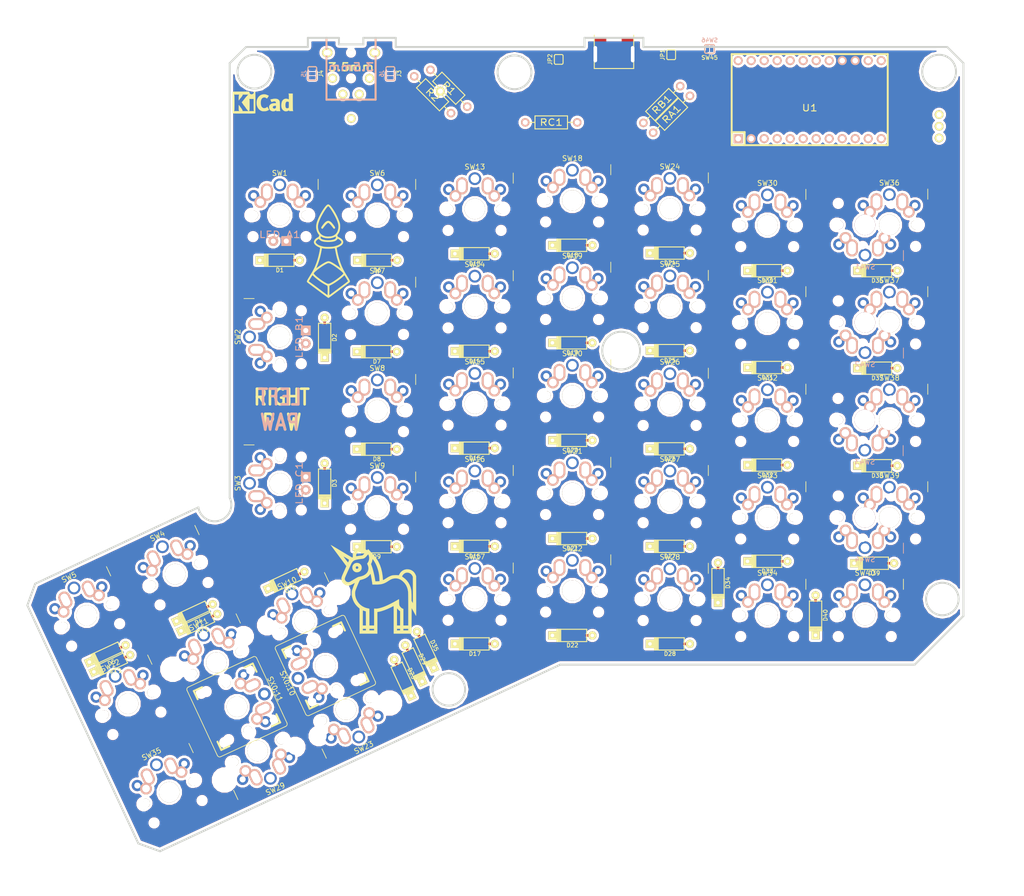
<source format=kicad_pcb>
(kicad_pcb (version 4) (host pcbnew 4.0.7)
  (layers (0 Front signal) (31 Back signal) (34 B.Paste user) (35 F.Paste user) (36 B.SilkS user) (37 F.SilkS user) (38 B.Mask user) (39 F.Mask user) (44 Edge.Cuts user))
  (net 0 "")
  (net 1 /COL0)
  (net 2 /COL1)
  (net 3 /COL4)
  (net 4 /COL5)
  (net 5 /COL6)
  (net 6 /ROW0)
  (net 7 /ROW1)
  (net 8 /ROW2)
  (net 9 /ROW3)
  (net 10 /ROW4)
  (net 11 /ROW5)
  (net 12 GND)
  (net 13 VCC)
  (net 14 "Net-(D1-Pad1)")
  (net 15 "Net-(D2-Pad1)")
  (net 16 "Net-(D3-Pad1)")
  (net 17 "Net-(D4-Pad1)")
  (net 18 "Net-(D5-Pad1)")
  (net 19 "Net-(D6-Pad1)")
  (net 20 "Net-(D7-Pad1)")
  (net 21 "Net-(D8-Pad1)")
  (net 22 "Net-(D9-Pad1)")
  (net 23 "Net-(D10-Pad1)")
  (net 24 "Net-(D11-Pad1)")
  (net 25 "Net-(D12-Pad1)")
  (net 26 "Net-(D13-Pad1)")
  (net 27 "Net-(D14-Pad1)")
  (net 28 "Net-(D15-Pad1)")
  (net 29 "Net-(D16-Pad1)")
  (net 30 "Net-(D17-Pad1)")
  (net 31 /COL3)
  (net 32 "Net-(D18-Pad1)")
  (net 33 "Net-(D19-Pad1)")
  (net 34 "Net-(D20-Pad1)")
  (net 35 "Net-(D21-Pad1)")
  (net 36 "Net-(D22-Pad1)")
  (net 37 "Net-(D23-Pad1)")
  (net 38 /COL2)
  (net 39 "Net-(D24-Pad1)")
  (net 40 "Net-(D25-Pad1)")
  (net 41 "Net-(D26-Pad1)")
  (net 42 "Net-(D27-Pad1)")
  (net 43 "Net-(D28-Pad1)")
  (net 44 "Net-(D29-Pad1)")
  (net 45 "Net-(D30-Pad1)")
  (net 46 "Net-(D31-Pad1)")
  (net 47 "Net-(D32-Pad1)")
  (net 48 "Net-(D33-Pad1)")
  (net 49 "Net-(D34-Pad1)")
  (net 50 "Net-(D35-Pad1)")
  (net 51 "Net-(D36-Pad1)")
  (net 52 "Net-(D37-Pad1)")
  (net 53 "Net-(D38-Pad1)")
  (net 54 "Net-(D39-Pad1)")
  (net 55 "Net-(D40-Pad1)")
  (net 56 "Net-(J2-Pad1)")
  (net 57 "Net-(J2-Pad4)")
  (net 58 "Net-(LED_A1-Pad1)")
  (net 59 "Net-(LED_B1-Pad1)")
  (net 60 "Net-(LED_C1-Pad1)")
  (net 61 /DATA)
  (net 62 /XTRADATA)
  (net 63 "Net-(SW45-Pad1)")
  (net 64 "Net-(U1-Pad5)")
  (net 65 "Net-(U1-Pad13)")
  (net 66 "Net-(U1-Pad14)")
  (module Universal-Switch-Footprint:MX-ALPs-PG1350-FLIP (layer Front) (at 148.59 63.82766)
    (fp_text reference SW24 (at 0 -8.2) (layer F.SilkS))
    (fp_text value SWITCH_PUSH)
    (pad "" np_thru_hole circle (at 0 0 270) (size 3.4 3.4) (drill 3.4) (layers *.Cu *.Mask))
    (pad "" np_thru_hole circle (at -5.5 0 270) (size 1.9 1.9) (drill 1.9) (layers *.Cu *.Mask))
    (pad "" np_thru_hole circle (at 5.5 0 270) (size 1.9 1.9) (drill 1.9) (layers *.Cu *.Mask))
    (pad 1 thru_hole circle (at 5 -3.8 270) (size 2.2 2.2) (drill 1.2) (layers *.Cu *.Mask) (net 11 /ROW5))
    (pad 1 thru_hole circle (at 0 -5.9 270) (size 2.5 2.5) (drill 1.7) (layers *.Cu *.Mask) (net 11 /ROW5))
    (pad "" np_thru_hole circle (at -5.22 4.2 270) (size 1.2 1.2) (drill 1.2) (layers *.Cu *.Mask))
    (pad 2 thru_hole circle (at -5.09498 -3.8 270) (size 2.2 2.2) (drill 1.2) (layers *.Cu *.Mask) (net 39 "Net-(D24-Pad1)"))
    (pad "" np_thru_hole circle (at 5.12502 4.2 270) (size 1.2 1.2) (drill 1.2) (layers *.Cu *.Mask))
    (pad 2 thru_hole circle (at -3.81 -2.54) (size 2.286 2.286) (drill 1.4986) (layers *.Cu *.SilkS *.Mask) (net 39 "Net-(D24-Pad1)"))
    (pad 1 thru_hole circle (at 3.81 -2.54) (size 2.286 2.286) (drill 1.4986) (layers *.Cu *.SilkS *.Mask) (net 11 /ROW5))
    (pad 2 thru_hole oval (at -2.52 -4.5) (size 2.3 3.337) (drill oval 1.513 2.55) (layers *.Cu *.SilkS *.Mask) (net 39 "Net-(D24-Pad1)"))
    (pad 1 thru_hole oval (at 2.52 -4.5) (size 2.3 3.337) (drill oval 1.513 2.55) (layers *.Cu *.SilkS *.Mask) (net 11 /ROW5))
    (pad HOLE thru_hole circle (at 0 0) (size 3.9878 3.9878) (drill 3.9878) (layers *.Cu *.Mask F.SilkS))
    (pad HOLE thru_hole circle (at -5.08 0) (size 1.7018 1.7018) (drill 1.7018) (layers *.Cu *.Mask F.SilkS))
    (pad HOLE thru_hole circle (at 5.08 0) (size 1.7018 1.7018) (drill 1.7018) (layers *.Cu *.Mask F.SilkS))
  )
  (module Universal-Switch-Footprint:MX-ALPs-PG1350-FLIP (layer Front) (at 51.96332 135.21944 25)
    (fp_text reference SW4 (at 0 -8.2 25) (layer F.SilkS))
    (fp_text value SWITCH_PUSH)
    (pad "" np_thru_hole circle (at 0 0 295) (size 3.4 3.4) (drill 3.4) (layers *.Cu *.Mask))
    (pad "" np_thru_hole circle (at -5.5 0 295) (size 1.9 1.9) (drill 1.9) (layers *.Cu *.Mask))
    (pad "" np_thru_hole circle (at 5.5 0 295) (size 1.9 1.9) (drill 1.9) (layers *.Cu *.Mask))
    (pad 1 thru_hole circle (at 5 -3.8 295) (size 2.2 2.2) (drill 1.2) (layers *.Cu *.Mask) (net 7 /ROW1))
    (pad 1 thru_hole circle (at 0 -5.9 295) (size 2.5 2.5) (drill 1.7) (layers *.Cu *.Mask) (net 7 /ROW1))
    (pad "" np_thru_hole circle (at -5.22 4.2 295) (size 1.2 1.2) (drill 1.2) (layers *.Cu *.Mask))
    (pad 2 thru_hole circle (at -5.09498 -3.8 295) (size 2.2 2.2) (drill 1.2) (layers *.Cu *.Mask) (net 17 "Net-(D4-Pad1)"))
    (pad "" np_thru_hole circle (at 5.12502 4.2 295) (size 1.2 1.2) (drill 1.2) (layers *.Cu *.Mask))
    (pad 2 thru_hole circle (at -3.81 -2.54 25) (size 2.286 2.286) (drill 1.4986) (layers *.Cu *.SilkS *.Mask) (net 17 "Net-(D4-Pad1)"))
    (pad 1 thru_hole circle (at 3.81 -2.54 25) (size 2.286 2.286) (drill 1.4986) (layers *.Cu *.SilkS *.Mask) (net 7 /ROW1))
    (pad 2 thru_hole oval (at -2.52 -4.5 25) (size 2.3 3.337) (drill oval 1.513 2.55) (layers *.Cu *.SilkS *.Mask) (net 17 "Net-(D4-Pad1)"))
    (pad 1 thru_hole oval (at 2.52 -4.5 25) (size 2.3 3.337) (drill oval 1.513 2.55) (layers *.Cu *.SilkS *.Mask) (net 7 /ROW1))
    (pad HOLE thru_hole circle (at 0 0 25) (size 3.9878 3.9878) (drill 3.9878) (layers *.Cu *.Mask F.SilkS))
    (pad HOLE thru_hole circle (at -5.08 0 25) (size 1.7018 1.7018) (drill 1.7018) (layers *.Cu *.Mask F.SilkS))
    (pad HOLE thru_hole circle (at 5.08 0 25) (size 1.7018 1.7018) (drill 1.7018) (layers *.Cu *.Mask F.SilkS))
  )
  (module Universal-Switch-Footprint:MX-ALPs-PG1350-FLIP (layer Front) (at 167.64 143.20266)
    (fp_text reference SW34 (at 0 -8.2) (layer F.SilkS))
    (fp_text value SWITCH_PUSH)
    (pad "" np_thru_hole circle (at 0 0 270) (size 3.4 3.4) (drill 3.4) (layers *.Cu *.Mask))
    (pad "" np_thru_hole circle (at -5.5 0 270) (size 1.9 1.9) (drill 1.9) (layers *.Cu *.Mask))
    (pad "" np_thru_hole circle (at 5.5 0 270) (size 1.9 1.9) (drill 1.9) (layers *.Cu *.Mask))
    (pad 1 thru_hole circle (at 5 -3.8 270) (size 2.2 2.2) (drill 1.2) (layers *.Cu *.Mask) (net 7 /ROW1))
    (pad 1 thru_hole circle (at 0 -5.9 270) (size 2.5 2.5) (drill 1.7) (layers *.Cu *.Mask) (net 7 /ROW1))
    (pad "" np_thru_hole circle (at -5.22 4.2 270) (size 1.2 1.2) (drill 1.2) (layers *.Cu *.Mask))
    (pad 2 thru_hole circle (at -5.09498 -3.8 270) (size 2.2 2.2) (drill 1.2) (layers *.Cu *.Mask) (net 49 "Net-(D34-Pad1)"))
    (pad "" np_thru_hole circle (at 5.12502 4.2 270) (size 1.2 1.2) (drill 1.2) (layers *.Cu *.Mask))
    (pad 2 thru_hole circle (at -3.81 -2.54) (size 2.286 2.286) (drill 1.4986) (layers *.Cu *.SilkS *.Mask) (net 49 "Net-(D34-Pad1)"))
    (pad 1 thru_hole circle (at 3.81 -2.54) (size 2.286 2.286) (drill 1.4986) (layers *.Cu *.SilkS *.Mask) (net 7 /ROW1))
    (pad 2 thru_hole oval (at -2.52 -4.5) (size 2.3 3.337) (drill oval 1.513 2.55) (layers *.Cu *.SilkS *.Mask) (net 49 "Net-(D34-Pad1)"))
    (pad 1 thru_hole oval (at 2.52 -4.5) (size 2.3 3.337) (drill oval 1.513 2.55) (layers *.Cu *.SilkS *.Mask) (net 7 /ROW1))
    (pad HOLE thru_hole circle (at 0 0) (size 3.9878 3.9878) (drill 3.9878) (layers *.Cu *.Mask F.SilkS))
    (pad HOLE thru_hole circle (at -5.08 0) (size 1.7018 1.7018) (drill 1.7018) (layers *.Cu *.Mask F.SilkS))
    (pad HOLE thru_hole circle (at 5.08 0) (size 1.7018 1.7018) (drill 1.7018) (layers *.Cu *.Mask F.SilkS))
  )
  (module footprints:ARDUINO_PRO_MICRO (layer Front) (at 175.895 42.545)
    (fp_text reference U1 (at 0 1.625) (layer F.SilkS) (effects (font (size 1.27 1.524) (thickness 0.2032))))
    (fp_text value ProMicro hide)
    (pad 1 thru_hole rect (at -13.97 7.62) (size 1.7526 1.7526) (drill 1.0922) (layers *.Cu *.SilkS *.Mask))
    (pad 2 thru_hole circle (at -11.43 7.62) (size 1.7526 1.7526) (drill 1.0922) (layers *.Cu *.SilkS *.Mask) (net 12 GND))
    (pad 3 thru_hole circle (at -8.89 7.62) (size 1.7526 1.7526) (drill 1.0922) (layers *.Cu *.SilkS *.Mask) (net 63 "Net-(SW45-Pad1)"))
    (pad 4 thru_hole circle (at -6.35 7.62) (size 1.7526 1.7526) (drill 1.0922) (layers *.Cu *.SilkS *.Mask) (net 13 VCC))
    (pad 5 thru_hole circle (at -3.81 7.62) (size 1.7526 1.7526) (drill 1.0922) (layers *.Cu *.SilkS *.Mask) (net 64 "Net-(U1-Pad5)"))
    (pad 6 thru_hole circle (at -1.27 7.62) (size 1.7526 1.7526) (drill 1.0922) (layers *.Cu *.SilkS *.Mask) (net 1 /COL0))
    (pad 7 thru_hole circle (at 1.27 7.62) (size 1.7526 1.7526) (drill 1.0922) (layers *.Cu *.SilkS *.Mask) (net 2 /COL1))
    (pad 8 thru_hole circle (at 3.81 7.62) (size 1.7526 1.7526) (drill 1.0922) (layers *.Cu *.SilkS *.Mask) (net 38 /COL2))
    (pad 9 thru_hole circle (at 6.35 7.62) (size 1.7526 1.7526) (drill 1.0922) (layers *.Cu *.SilkS *.Mask) (net 31 /COL3))
    (pad 10 thru_hole circle (at 8.89 7.62) (size 1.7526 1.7526) (drill 1.0922) (layers *.Cu *.SilkS *.Mask) (net 3 /COL4))
    (pad 11 thru_hole circle (at 11.43 7.62) (size 1.7526 1.7526) (drill 1.0922) (layers *.Cu *.SilkS *.Mask) (net 4 /COL5))
    (pad 13 thru_hole circle (at 13.97 -7.62) (size 1.7526 1.7526) (drill 1.0922) (layers *.Cu *.SilkS *.Mask) (net 65 "Net-(U1-Pad13)"))
    (pad 14 thru_hole circle (at 11.43 -7.62) (size 1.7526 1.7526) (drill 1.0922) (layers *.Cu *.SilkS *.Mask) (net 66 "Net-(U1-Pad14)"))
    (pad 15 thru_hole circle (at 8.89 -7.62) (size 1.7526 1.7526) (drill 1.0922) (layers *.Cu *.SilkS *.Mask) (net 12 GND))
    (pad 16 thru_hole circle (at 6.35 -7.62) (size 1.7526 1.7526) (drill 1.0922) (layers *.Cu *.SilkS *.Mask) (net 12 GND))
    (pad 17 thru_hole circle (at 3.81 -7.62) (size 1.7526 1.7526) (drill 1.0922) (layers *.Cu *.SilkS *.Mask) (net 62 /XTRADATA))
    (pad 18 thru_hole circle (at 1.27 -7.62) (size 1.7526 1.7526) (drill 1.0922) (layers *.Cu *.SilkS *.Mask) (net 61 /DATA))
    (pad 19 thru_hole circle (at -1.27 -7.62) (size 1.7526 1.7526) (drill 1.0922) (layers *.Cu *.SilkS *.Mask) (net 6 /ROW0))
    (pad 20 thru_hole circle (at -3.81 -7.62) (size 1.7526 1.7526) (drill 1.0922) (layers *.Cu *.SilkS *.Mask) (net 7 /ROW1))
    (pad 21 thru_hole circle (at -6.35 -7.62) (size 1.7526 1.7526) (drill 1.0922) (layers *.Cu *.SilkS *.Mask) (net 8 /ROW2))
    (pad 22 thru_hole circle (at -8.89 -7.62) (size 1.7526 1.7526) (drill 1.0922) (layers *.Cu *.SilkS *.Mask) (net 9 /ROW3))
    (pad 23 thru_hole circle (at -11.43 -7.62) (size 1.7526 1.7526) (drill 1.0922) (layers *.Cu *.SilkS *.Mask) (net 10 /ROW4))
    (pad 12 thru_hole circle (at 13.97 7.62) (size 1.7526 1.7526) (drill 1.0922) (layers *.Cu *.SilkS *.Mask) (net 5 /COL6))
    (pad 24 thru_hole circle (at -13.97 -7.62) (size 1.7526 1.7526) (drill 1.0922) (layers *.Cu *.SilkS *.Mask) (net 11 /ROW5))
  )
  (module BishopKicadConsolidated:D_SOD123_axial (layer Front) (at 72.39 73.914)
    (fp_text reference D1 (at 0 1.925) (layer F.SilkS) (effects (font (size 0.8 0.8))))
    (fp_text value DIODE hide)
    (pad 2 smd rect (at 1.575 0) (size 1.2 1.2) (layers Front F.Paste F.Mask) (net 5 /COL6))
    (pad 1 smd rect (at -1.575 0) (size 1.2 1.2) (layers Front F.Paste F.Mask) (net 14 "Net-(D1-Pad1)"))
    (pad 1 thru_hole rect (at -3.9 0) (size 1.6 1.6) (drill 0.7) (layers *.Cu *.Mask F.SilkS) (net 14 "Net-(D1-Pad1)"))
    (pad 2 thru_hole circle (at 3.9 0) (size 1.6 1.6) (drill 0.7) (layers *.Cu *.Mask F.SilkS) (net 5 /COL6))
    (pad 1 smd rect (at -2.7 0) (size 2.5 0.5) (layers Front) (net 14 "Net-(D1-Pad1)"))
    (pad 2 smd rect (at 2.7 0) (size 2.5 0.5) (layers Front) (net 5 /COL6))
  )
  (module BishopKicadConsolidated:D_SOD123_axial (layer Front) (at 81.153 89.027 90)
    (fp_text reference D2 (at 0 1.925 90) (layer F.SilkS) (effects (font (size 0.8 0.8))))
    (fp_text value DIODE hide)
    (pad 2 smd rect (at 1.575 0 90) (size 1.2 1.2) (layers Front F.Paste F.Mask) (net 5 /COL6))
    (pad 1 smd rect (at -1.575 0 90) (size 1.2 1.2) (layers Front F.Paste F.Mask) (net 15 "Net-(D2-Pad1)"))
    (pad 1 thru_hole rect (at -3.9 0 90) (size 1.6 1.6) (drill 0.7) (layers *.Cu *.Mask F.SilkS) (net 15 "Net-(D2-Pad1)"))
    (pad 2 thru_hole circle (at 3.9 0 90) (size 1.6 1.6) (drill 0.7) (layers *.Cu *.Mask F.SilkS) (net 5 /COL6))
    (pad 1 smd rect (at -2.7 0 90) (size 2.5 0.5) (layers Front) (net 15 "Net-(D2-Pad1)"))
    (pad 2 smd rect (at 2.7 0 90) (size 2.5 0.5) (layers Front) (net 5 /COL6))
  )
  (module BishopKicadConsolidated:D_SOD123_axial (layer Front) (at 81.153 117.475 90)
    (fp_text reference D3 (at 0 1.925 90) (layer F.SilkS) (effects (font (size 0.8 0.8))))
    (fp_text value DIODE hide)
    (pad 2 smd rect (at 1.575 0 90) (size 1.2 1.2) (layers Front F.Paste F.Mask) (net 5 /COL6))
    (pad 1 smd rect (at -1.575 0 90) (size 1.2 1.2) (layers Front F.Paste F.Mask) (net 16 "Net-(D3-Pad1)"))
    (pad 1 thru_hole rect (at -3.9 0 90) (size 1.6 1.6) (drill 0.7) (layers *.Cu *.Mask F.SilkS) (net 16 "Net-(D3-Pad1)"))
    (pad 2 thru_hole circle (at 3.9 0 90) (size 1.6 1.6) (drill 0.7) (layers *.Cu *.Mask F.SilkS) (net 5 /COL6))
    (pad 1 smd rect (at -2.7 0 90) (size 2.5 0.5) (layers Front) (net 16 "Net-(D3-Pad1)"))
    (pad 2 smd rect (at 2.7 0 90) (size 2.5 0.5) (layers Front) (net 5 /COL6))
  )
  (module BishopKicadConsolidated:D_SOD123_axial (layer Front) (at 55.753 142.748 25)
    (fp_text reference D4 (at 0 1.925 25) (layer F.SilkS) (effects (font (size 0.8 0.8))))
    (fp_text value DIODE hide)
    (pad 2 smd rect (at 1.575 0 25) (size 1.2 1.2) (layers Front F.Paste F.Mask) (net 5 /COL6))
    (pad 1 smd rect (at -1.575 0 25) (size 1.2 1.2) (layers Front F.Paste F.Mask) (net 17 "Net-(D4-Pad1)"))
    (pad 1 thru_hole rect (at -3.9 0 25) (size 1.6 1.6) (drill 0.7) (layers *.Cu *.Mask F.SilkS) (net 17 "Net-(D4-Pad1)"))
    (pad 2 thru_hole circle (at 3.9 0 25) (size 1.6 1.6) (drill 0.7) (layers *.Cu *.Mask F.SilkS) (net 5 /COL6))
    (pad 1 smd rect (at -2.7 0 25) (size 2.5 0.5) (layers Front) (net 17 "Net-(D4-Pad1)"))
    (pad 2 smd rect (at 2.7 0 25) (size 2.5 0.5) (layers Front) (net 5 /COL6))
  )
  (module BishopKicadConsolidated:D_SOD123_axial (layer Front) (at 38.735 150.749 25)
    (fp_text reference D5 (at 0 1.925 25) (layer F.SilkS) (effects (font (size 0.8 0.8))))
    (fp_text value DIODE hide)
    (pad 2 smd rect (at 1.575 0 25) (size 1.2 1.2) (layers Front F.Paste F.Mask) (net 5 /COL6))
    (pad 1 smd rect (at -1.575 0 25) (size 1.2 1.2) (layers Front F.Paste F.Mask) (net 18 "Net-(D5-Pad1)"))
    (pad 1 thru_hole rect (at -3.9 0 25) (size 1.6 1.6) (drill 0.7) (layers *.Cu *.Mask F.SilkS) (net 18 "Net-(D5-Pad1)"))
    (pad 2 thru_hole circle (at 3.9 0 25) (size 1.6 1.6) (drill 0.7) (layers *.Cu *.Mask F.SilkS) (net 5 /COL6))
    (pad 1 smd rect (at -2.7 0 25) (size 2.5 0.5) (layers Front) (net 18 "Net-(D5-Pad1)"))
    (pad 2 smd rect (at 2.7 0 25) (size 2.5 0.5) (layers Front) (net 5 /COL6))
  )
  (module BishopKicadConsolidated:D_SOD123_axial (layer Front) (at 91.44 73.914)
    (fp_text reference D6 (at 0 1.925) (layer F.SilkS) (effects (font (size 0.8 0.8))))
    (fp_text value DIODE hide)
    (pad 2 smd rect (at 1.575 0) (size 1.2 1.2) (layers Front F.Paste F.Mask) (net 4 /COL5))
    (pad 1 smd rect (at -1.575 0) (size 1.2 1.2) (layers Front F.Paste F.Mask) (net 19 "Net-(D6-Pad1)"))
    (pad 1 thru_hole rect (at -3.9 0) (size 1.6 1.6) (drill 0.7) (layers *.Cu *.Mask F.SilkS) (net 19 "Net-(D6-Pad1)"))
    (pad 2 thru_hole circle (at 3.9 0) (size 1.6 1.6) (drill 0.7) (layers *.Cu *.Mask F.SilkS) (net 4 /COL5))
    (pad 1 smd rect (at -2.7 0) (size 2.5 0.5) (layers Front) (net 19 "Net-(D6-Pad1)"))
    (pad 2 smd rect (at 2.7 0) (size 2.5 0.5) (layers Front) (net 4 /COL5))
  )
  (module BishopKicadConsolidated:D_SOD123_axial (layer Front) (at 91.35 91.76766)
    (fp_text reference D7 (at 0 1.925) (layer F.SilkS) (effects (font (size 0.8 0.8))))
    (fp_text value DIODE hide)
    (pad 2 smd rect (at 1.575 0) (size 1.2 1.2) (layers Front F.Paste F.Mask) (net 4 /COL5))
    (pad 1 smd rect (at -1.575 0) (size 1.2 1.2) (layers Front F.Paste F.Mask) (net 20 "Net-(D7-Pad1)"))
    (pad 1 thru_hole rect (at -3.9 0) (size 1.6 1.6) (drill 0.7) (layers *.Cu *.Mask F.SilkS) (net 20 "Net-(D7-Pad1)"))
    (pad 2 thru_hole circle (at 3.9 0) (size 1.6 1.6) (drill 0.7) (layers *.Cu *.Mask F.SilkS) (net 4 /COL5))
    (pad 1 smd rect (at -2.7 0) (size 2.5 0.5) (layers Front) (net 20 "Net-(D7-Pad1)"))
    (pad 2 smd rect (at 2.7 0) (size 2.5 0.5) (layers Front) (net 4 /COL5))
  )
  (module BishopKicadConsolidated:D_SOD123_axial (layer Front) (at 91.35 110.81766)
    (fp_text reference D8 (at 0 1.925) (layer F.SilkS) (effects (font (size 0.8 0.8))))
    (fp_text value DIODE hide)
    (pad 2 smd rect (at 1.575 0) (size 1.2 1.2) (layers Front F.Paste F.Mask) (net 4 /COL5))
    (pad 1 smd rect (at -1.575 0) (size 1.2 1.2) (layers Front F.Paste F.Mask) (net 21 "Net-(D8-Pad1)"))
    (pad 1 thru_hole rect (at -3.9 0) (size 1.6 1.6) (drill 0.7) (layers *.Cu *.Mask F.SilkS) (net 21 "Net-(D8-Pad1)"))
    (pad 2 thru_hole circle (at 3.9 0) (size 1.6 1.6) (drill 0.7) (layers *.Cu *.Mask F.SilkS) (net 4 /COL5))
    (pad 1 smd rect (at -2.7 0) (size 2.5 0.5) (layers Front) (net 21 "Net-(D8-Pad1)"))
    (pad 2 smd rect (at 2.7 0) (size 2.5 0.5) (layers Front) (net 4 /COL5))
  )
  (module BishopKicadConsolidated:D_SOD123_axial (layer Front) (at 91.35 129.86766)
    (fp_text reference D9 (at 0 1.925) (layer F.SilkS) (effects (font (size 0.8 0.8))))
    (fp_text value DIODE hide)
    (pad 2 smd rect (at 1.575 0) (size 1.2 1.2) (layers Front F.Paste F.Mask) (net 4 /COL5))
    (pad 1 smd rect (at -1.575 0) (size 1.2 1.2) (layers Front F.Paste F.Mask) (net 22 "Net-(D9-Pad1)"))
    (pad 1 thru_hole rect (at -3.9 0) (size 1.6 1.6) (drill 0.7) (layers *.Cu *.Mask F.SilkS) (net 22 "Net-(D9-Pad1)"))
    (pad 2 thru_hole circle (at 3.9 0) (size 1.6 1.6) (drill 0.7) (layers *.Cu *.Mask F.SilkS) (net 4 /COL5))
    (pad 1 smd rect (at -2.7 0) (size 2.5 0.5) (layers Front) (net 22 "Net-(D9-Pad1)"))
    (pad 2 smd rect (at 2.7 0) (size 2.5 0.5) (layers Front) (net 4 /COL5))
  )
  (module BishopKicadConsolidated:D_SOD123_axial (layer Front) (at 73.66 136.398 25)
    (fp_text reference D10 (at 0 1.925 25) (layer F.SilkS) (effects (font (size 0.8 0.8))))
    (fp_text value DIODE hide)
    (pad 2 smd rect (at 1.575 0 25) (size 1.2 1.2) (layers Front F.Paste F.Mask) (net 4 /COL5))
    (pad 1 smd rect (at -1.575 0 25) (size 1.2 1.2) (layers Front F.Paste F.Mask) (net 23 "Net-(D10-Pad1)"))
    (pad 1 thru_hole rect (at -3.9 0 25) (size 1.6 1.6) (drill 0.7) (layers *.Cu *.Mask F.SilkS) (net 23 "Net-(D10-Pad1)"))
    (pad 2 thru_hole circle (at 3.9 0 25) (size 1.6 1.6) (drill 0.7) (layers *.Cu *.Mask F.SilkS) (net 4 /COL5))
    (pad 1 smd rect (at -2.7 0 25) (size 2.5 0.5) (layers Front) (net 23 "Net-(D10-Pad1)"))
    (pad 2 smd rect (at 2.7 0 25) (size 2.5 0.5) (layers Front) (net 4 /COL5))
  )
  (module BishopKicadConsolidated:D_SOD123_axial (layer Front) (at 56.642 144.653 25)
    (fp_text reference D11 (at 0 1.925 25) (layer F.SilkS) (effects (font (size 0.8 0.8))))
    (fp_text value DIODE hide)
    (pad 2 smd rect (at 1.575 0 25) (size 1.2 1.2) (layers Front F.Paste F.Mask) (net 4 /COL5))
    (pad 1 smd rect (at -1.575 0 25) (size 1.2 1.2) (layers Front F.Paste F.Mask) (net 24 "Net-(D11-Pad1)"))
    (pad 1 thru_hole rect (at -3.9 0 25) (size 1.6 1.6) (drill 0.7) (layers *.Cu *.Mask F.SilkS) (net 24 "Net-(D11-Pad1)"))
    (pad 2 thru_hole circle (at 3.9 0 25) (size 1.6 1.6) (drill 0.7) (layers *.Cu *.Mask F.SilkS) (net 4 /COL5))
    (pad 1 smd rect (at -2.7 0 25) (size 2.5 0.5) (layers Front) (net 24 "Net-(D11-Pad1)"))
    (pad 2 smd rect (at 2.7 0 25) (size 2.5 0.5) (layers Front) (net 4 /COL5))
  )
  (module BishopKicadConsolidated:D_SOD123_axial (layer Front) (at 39.624 152.654 25)
    (fp_text reference D12 (at 0 1.925 25) (layer F.SilkS) (effects (font (size 0.8 0.8))))
    (fp_text value DIODE hide)
    (pad 2 smd rect (at 1.575 0 25) (size 1.2 1.2) (layers Front F.Paste F.Mask) (net 3 /COL4))
    (pad 1 smd rect (at -1.575 0 25) (size 1.2 1.2) (layers Front F.Paste F.Mask) (net 25 "Net-(D12-Pad1)"))
    (pad 1 thru_hole rect (at -3.9 0 25) (size 1.6 1.6) (drill 0.7) (layers *.Cu *.Mask F.SilkS) (net 25 "Net-(D12-Pad1)"))
    (pad 2 thru_hole circle (at 3.9 0 25) (size 1.6 1.6) (drill 0.7) (layers *.Cu *.Mask F.SilkS) (net 3 /COL4))
    (pad 1 smd rect (at -2.7 0 25) (size 2.5 0.5) (layers Front) (net 25 "Net-(D12-Pad1)"))
    (pad 2 smd rect (at 2.7 0 25) (size 2.5 0.5) (layers Front) (net 3 /COL4))
  )
  (module BishopKicadConsolidated:D_SOD123_axial (layer Front) (at 110.49 72.644)
    (fp_text reference D13 (at 0 1.925) (layer F.SilkS) (effects (font (size 0.8 0.8))))
    (fp_text value DIODE hide)
    (pad 2 smd rect (at 1.575 0) (size 1.2 1.2) (layers Front F.Paste F.Mask) (net 3 /COL4))
    (pad 1 smd rect (at -1.575 0) (size 1.2 1.2) (layers Front F.Paste F.Mask) (net 26 "Net-(D13-Pad1)"))
    (pad 1 thru_hole rect (at -3.9 0) (size 1.6 1.6) (drill 0.7) (layers *.Cu *.Mask F.SilkS) (net 26 "Net-(D13-Pad1)"))
    (pad 2 thru_hole circle (at 3.9 0) (size 1.6 1.6) (drill 0.7) (layers *.Cu *.Mask F.SilkS) (net 3 /COL4))
    (pad 1 smd rect (at -2.7 0) (size 2.5 0.5) (layers Front) (net 26 "Net-(D13-Pad1)"))
    (pad 2 smd rect (at 2.7 0) (size 2.5 0.5) (layers Front) (net 3 /COL4))
  )
  (module BishopKicadConsolidated:D_SOD123_axial (layer Front) (at 110.49 91.694)
    (fp_text reference D14 (at 0 1.925) (layer F.SilkS) (effects (font (size 0.8 0.8))))
    (fp_text value DIODE hide)
    (pad 2 smd rect (at 1.575 0) (size 1.2 1.2) (layers Front F.Paste F.Mask) (net 3 /COL4))
    (pad 1 smd rect (at -1.575 0) (size 1.2 1.2) (layers Front F.Paste F.Mask) (net 27 "Net-(D14-Pad1)"))
    (pad 1 thru_hole rect (at -3.9 0) (size 1.6 1.6) (drill 0.7) (layers *.Cu *.Mask F.SilkS) (net 27 "Net-(D14-Pad1)"))
    (pad 2 thru_hole circle (at 3.9 0) (size 1.6 1.6) (drill 0.7) (layers *.Cu *.Mask F.SilkS) (net 3 /COL4))
    (pad 1 smd rect (at -2.7 0) (size 2.5 0.5) (layers Front) (net 27 "Net-(D14-Pad1)"))
    (pad 2 smd rect (at 2.7 0) (size 2.5 0.5) (layers Front) (net 3 /COL4))
  )
  (module BishopKicadConsolidated:D_SOD123_axial (layer Front) (at 110.49 110.617)
    (fp_text reference D15 (at 0 1.925) (layer F.SilkS) (effects (font (size 0.8 0.8))))
    (fp_text value DIODE hide)
    (pad 2 smd rect (at 1.575 0) (size 1.2 1.2) (layers Front F.Paste F.Mask) (net 3 /COL4))
    (pad 1 smd rect (at -1.575 0) (size 1.2 1.2) (layers Front F.Paste F.Mask) (net 28 "Net-(D15-Pad1)"))
    (pad 1 thru_hole rect (at -3.9 0) (size 1.6 1.6) (drill 0.7) (layers *.Cu *.Mask F.SilkS) (net 28 "Net-(D15-Pad1)"))
    (pad 2 thru_hole circle (at 3.9 0) (size 1.6 1.6) (drill 0.7) (layers *.Cu *.Mask F.SilkS) (net 3 /COL4))
    (pad 1 smd rect (at -2.7 0) (size 2.5 0.5) (layers Front) (net 28 "Net-(D15-Pad1)"))
    (pad 2 smd rect (at 2.7 0) (size 2.5 0.5) (layers Front) (net 3 /COL4))
  )
  (module BishopKicadConsolidated:D_SOD123_axial (layer Front) (at 110.49 129.794)
    (fp_text reference D16 (at 0 1.925) (layer F.SilkS) (effects (font (size 0.8 0.8))))
    (fp_text value DIODE hide)
    (pad 2 smd rect (at 1.575 0) (size 1.2 1.2) (layers Front F.Paste F.Mask) (net 3 /COL4))
    (pad 1 smd rect (at -1.575 0) (size 1.2 1.2) (layers Front F.Paste F.Mask) (net 29 "Net-(D16-Pad1)"))
    (pad 1 thru_hole rect (at -3.9 0) (size 1.6 1.6) (drill 0.7) (layers *.Cu *.Mask F.SilkS) (net 29 "Net-(D16-Pad1)"))
    (pad 2 thru_hole circle (at 3.9 0) (size 1.6 1.6) (drill 0.7) (layers *.Cu *.Mask F.SilkS) (net 3 /COL4))
    (pad 1 smd rect (at -2.7 0) (size 2.5 0.5) (layers Front) (net 29 "Net-(D16-Pad1)"))
    (pad 2 smd rect (at 2.7 0) (size 2.5 0.5) (layers Front) (net 3 /COL4))
  )
  (module BishopKicadConsolidated:D_SOD123_axial (layer Front) (at 110.49 148.844)
    (fp_text reference D17 (at 0 1.925) (layer F.SilkS) (effects (font (size 0.8 0.8))))
    (fp_text value DIODE hide)
    (pad 2 smd rect (at 1.575 0) (size 1.2 1.2) (layers Front F.Paste F.Mask) (net 3 /COL4))
    (pad 1 smd rect (at -1.575 0) (size 1.2 1.2) (layers Front F.Paste F.Mask) (net 30 "Net-(D17-Pad1)"))
    (pad 1 thru_hole rect (at -3.9 0) (size 1.6 1.6) (drill 0.7) (layers *.Cu *.Mask F.SilkS) (net 30 "Net-(D17-Pad1)"))
    (pad 2 thru_hole circle (at 3.9 0) (size 1.6 1.6) (drill 0.7) (layers *.Cu *.Mask F.SilkS) (net 3 /COL4))
    (pad 1 smd rect (at -2.7 0) (size 2.5 0.5) (layers Front) (net 30 "Net-(D17-Pad1)"))
    (pad 2 smd rect (at 2.7 0) (size 2.5 0.5) (layers Front) (net 3 /COL4))
  )
  (module BishopKicadConsolidated:D_SOD123_axial (layer Front) (at 129.54 70.993)
    (fp_text reference D18 (at 0 1.925) (layer F.SilkS) (effects (font (size 0.8 0.8))))
    (fp_text value DIODE hide)
    (pad 2 smd rect (at 1.575 0) (size 1.2 1.2) (layers Front F.Paste F.Mask) (net 31 /COL3))
    (pad 1 smd rect (at -1.575 0) (size 1.2 1.2) (layers Front F.Paste F.Mask) (net 32 "Net-(D18-Pad1)"))
    (pad 1 thru_hole rect (at -3.9 0) (size 1.6 1.6) (drill 0.7) (layers *.Cu *.Mask F.SilkS) (net 32 "Net-(D18-Pad1)"))
    (pad 2 thru_hole circle (at 3.9 0) (size 1.6 1.6) (drill 0.7) (layers *.Cu *.Mask F.SilkS) (net 31 /COL3))
    (pad 1 smd rect (at -2.7 0) (size 2.5 0.5) (layers Front) (net 32 "Net-(D18-Pad1)"))
    (pad 2 smd rect (at 2.7 0) (size 2.5 0.5) (layers Front) (net 31 /COL3))
  )
  (module BishopKicadConsolidated:D_SOD123_axial (layer Front) (at 129.54 90.043)
    (fp_text reference D19 (at 0 1.925) (layer F.SilkS) (effects (font (size 0.8 0.8))))
    (fp_text value DIODE hide)
    (pad 2 smd rect (at 1.575 0) (size 1.2 1.2) (layers Front F.Paste F.Mask) (net 31 /COL3))
    (pad 1 smd rect (at -1.575 0) (size 1.2 1.2) (layers Front F.Paste F.Mask) (net 33 "Net-(D19-Pad1)"))
    (pad 1 thru_hole rect (at -3.9 0) (size 1.6 1.6) (drill 0.7) (layers *.Cu *.Mask F.SilkS) (net 33 "Net-(D19-Pad1)"))
    (pad 2 thru_hole circle (at 3.9 0) (size 1.6 1.6) (drill 0.7) (layers *.Cu *.Mask F.SilkS) (net 31 /COL3))
    (pad 1 smd rect (at -2.7 0) (size 2.5 0.5) (layers Front) (net 33 "Net-(D19-Pad1)"))
    (pad 2 smd rect (at 2.7 0) (size 2.5 0.5) (layers Front) (net 31 /COL3))
  )
  (module BishopKicadConsolidated:D_SOD123_axial (layer Front) (at 129.54 109.093)
    (fp_text reference D20 (at 0 1.925) (layer F.SilkS) (effects (font (size 0.8 0.8))))
    (fp_text value DIODE hide)
    (pad 2 smd rect (at 1.575 0) (size 1.2 1.2) (layers Front F.Paste F.Mask) (net 31 /COL3))
    (pad 1 smd rect (at -1.575 0) (size 1.2 1.2) (layers Front F.Paste F.Mask) (net 34 "Net-(D20-Pad1)"))
    (pad 1 thru_hole rect (at -3.9 0) (size 1.6 1.6) (drill 0.7) (layers *.Cu *.Mask F.SilkS) (net 34 "Net-(D20-Pad1)"))
    (pad 2 thru_hole circle (at 3.9 0) (size 1.6 1.6) (drill 0.7) (layers *.Cu *.Mask F.SilkS) (net 31 /COL3))
    (pad 1 smd rect (at -2.7 0) (size 2.5 0.5) (layers Front) (net 34 "Net-(D20-Pad1)"))
    (pad 2 smd rect (at 2.7 0) (size 2.5 0.5) (layers Front) (net 31 /COL3))
  )
  (module BishopKicadConsolidated:D_SOD123_axial (layer Front) (at 129.54 128.27)
    (fp_text reference D21 (at 0 1.925) (layer F.SilkS) (effects (font (size 0.8 0.8))))
    (fp_text value DIODE hide)
    (pad 2 smd rect (at 1.575 0) (size 1.2 1.2) (layers Front F.Paste F.Mask) (net 31 /COL3))
    (pad 1 smd rect (at -1.575 0) (size 1.2 1.2) (layers Front F.Paste F.Mask) (net 35 "Net-(D21-Pad1)"))
    (pad 1 thru_hole rect (at -3.9 0) (size 1.6 1.6) (drill 0.7) (layers *.Cu *.Mask F.SilkS) (net 35 "Net-(D21-Pad1)"))
    (pad 2 thru_hole circle (at 3.9 0) (size 1.6 1.6) (drill 0.7) (layers *.Cu *.Mask F.SilkS) (net 31 /COL3))
    (pad 1 smd rect (at -2.7 0) (size 2.5 0.5) (layers Front) (net 35 "Net-(D21-Pad1)"))
    (pad 2 smd rect (at 2.7 0) (size 2.5 0.5) (layers Front) (net 31 /COL3))
  )
  (module BishopKicadConsolidated:D_SOD123_axial (layer Front) (at 129.54 147.193)
    (fp_text reference D22 (at 0 1.925) (layer F.SilkS) (effects (font (size 0.8 0.8))))
    (fp_text value DIODE hide)
    (pad 2 smd rect (at 1.575 0) (size 1.2 1.2) (layers Front F.Paste F.Mask) (net 31 /COL3))
    (pad 1 smd rect (at -1.575 0) (size 1.2 1.2) (layers Front F.Paste F.Mask) (net 36 "Net-(D22-Pad1)"))
    (pad 1 thru_hole rect (at -3.9 0) (size 1.6 1.6) (drill 0.7) (layers *.Cu *.Mask F.SilkS) (net 36 "Net-(D22-Pad1)"))
    (pad 2 thru_hole circle (at 3.9 0) (size 1.6 1.6) (drill 0.7) (layers *.Cu *.Mask F.SilkS) (net 31 /COL3))
    (pad 1 smd rect (at -2.7 0) (size 2.5 0.5) (layers Front) (net 36 "Net-(D22-Pad1)"))
    (pad 2 smd rect (at 2.7 0) (size 2.5 0.5) (layers Front) (net 31 /COL3))
  )
  (module BishopKicadConsolidated:D_SOD123_axial (layer Front) (at 96.393 155.448 115)
    (fp_text reference D23 (at 0 1.925 115) (layer F.SilkS) (effects (font (size 0.8 0.8))))
    (fp_text value DIODE hide)
    (pad 2 smd rect (at 1.575 0 115) (size 1.2 1.2) (layers Front F.Paste F.Mask) (net 31 /COL3))
    (pad 1 smd rect (at -1.575 0 115) (size 1.2 1.2) (layers Front F.Paste F.Mask) (net 37 "Net-(D23-Pad1)"))
    (pad 1 thru_hole rect (at -3.9 0 115) (size 1.6 1.6) (drill 0.7) (layers *.Cu *.Mask F.SilkS) (net 37 "Net-(D23-Pad1)"))
    (pad 2 thru_hole circle (at 3.9 0 115) (size 1.6 1.6) (drill 0.7) (layers *.Cu *.Mask F.SilkS) (net 31 /COL3))
    (pad 1 smd rect (at -2.7 0 115) (size 2.5 0.5) (layers Front) (net 37 "Net-(D23-Pad1)"))
    (pad 2 smd rect (at 2.7 0 115) (size 2.5 0.5) (layers Front) (net 31 /COL3))
  )
  (module BishopKicadConsolidated:D_SOD123_axial (layer Front) (at 148.59 72.517)
    (fp_text reference D24 (at 0 1.925) (layer F.SilkS) (effects (font (size 0.8 0.8))))
    (fp_text value DIODE hide)
    (pad 2 smd rect (at 1.575 0) (size 1.2 1.2) (layers Front F.Paste F.Mask) (net 38 /COL2))
    (pad 1 smd rect (at -1.575 0) (size 1.2 1.2) (layers Front F.Paste F.Mask) (net 39 "Net-(D24-Pad1)"))
    (pad 1 thru_hole rect (at -3.9 0) (size 1.6 1.6) (drill 0.7) (layers *.Cu *.Mask F.SilkS) (net 39 "Net-(D24-Pad1)"))
    (pad 2 thru_hole circle (at 3.9 0) (size 1.6 1.6) (drill 0.7) (layers *.Cu *.Mask F.SilkS) (net 38 /COL2))
    (pad 1 smd rect (at -2.7 0) (size 2.5 0.5) (layers Front) (net 39 "Net-(D24-Pad1)"))
    (pad 2 smd rect (at 2.7 0) (size 2.5 0.5) (layers Front) (net 38 /COL2))
  )
  (module BishopKicadConsolidated:D_SOD123_axial (layer Front) (at 148.59 91.567)
    (fp_text reference D25 (at 0 1.925) (layer F.SilkS) (effects (font (size 0.8 0.8))))
    (fp_text value DIODE hide)
    (pad 2 smd rect (at 1.575 0) (size 1.2 1.2) (layers Front F.Paste F.Mask) (net 38 /COL2))
    (pad 1 smd rect (at -1.575 0) (size 1.2 1.2) (layers Front F.Paste F.Mask) (net 40 "Net-(D25-Pad1)"))
    (pad 1 thru_hole rect (at -3.9 0) (size 1.6 1.6) (drill 0.7) (layers *.Cu *.Mask F.SilkS) (net 40 "Net-(D25-Pad1)"))
    (pad 2 thru_hole circle (at 3.9 0) (size 1.6 1.6) (drill 0.7) (layers *.Cu *.Mask F.SilkS) (net 38 /COL2))
    (pad 1 smd rect (at -2.7 0) (size 2.5 0.5) (layers Front) (net 40 "Net-(D25-Pad1)"))
    (pad 2 smd rect (at 2.7 0) (size 2.5 0.5) (layers Front) (net 38 /COL2))
  )
  (module BishopKicadConsolidated:D_SOD123_axial (layer Front) (at 148.59 110.744)
    (fp_text reference D26 (at 0 1.925) (layer F.SilkS) (effects (font (size 0.8 0.8))))
    (fp_text value DIODE hide)
    (pad 2 smd rect (at 1.575 0) (size 1.2 1.2) (layers Front F.Paste F.Mask) (net 38 /COL2))
    (pad 1 smd rect (at -1.575 0) (size 1.2 1.2) (layers Front F.Paste F.Mask) (net 41 "Net-(D26-Pad1)"))
    (pad 1 thru_hole rect (at -3.9 0) (size 1.6 1.6) (drill 0.7) (layers *.Cu *.Mask F.SilkS) (net 41 "Net-(D26-Pad1)"))
    (pad 2 thru_hole circle (at 3.9 0) (size 1.6 1.6) (drill 0.7) (layers *.Cu *.Mask F.SilkS) (net 38 /COL2))
    (pad 1 smd rect (at -2.7 0) (size 2.5 0.5) (layers Front) (net 41 "Net-(D26-Pad1)"))
    (pad 2 smd rect (at 2.7 0) (size 2.5 0.5) (layers Front) (net 38 /COL2))
  )
  (module BishopKicadConsolidated:D_SOD123_axial (layer Front) (at 148.59 129.794)
    (fp_text reference D27 (at 0 1.925) (layer F.SilkS) (effects (font (size 0.8 0.8))))
    (fp_text value DIODE hide)
    (pad 2 smd rect (at 1.575 0) (size 1.2 1.2) (layers Front F.Paste F.Mask) (net 38 /COL2))
    (pad 1 smd rect (at -1.575 0) (size 1.2 1.2) (layers Front F.Paste F.Mask) (net 42 "Net-(D27-Pad1)"))
    (pad 1 thru_hole rect (at -3.9 0) (size 1.6 1.6) (drill 0.7) (layers *.Cu *.Mask F.SilkS) (net 42 "Net-(D27-Pad1)"))
    (pad 2 thru_hole circle (at 3.9 0) (size 1.6 1.6) (drill 0.7) (layers *.Cu *.Mask F.SilkS) (net 38 /COL2))
    (pad 1 smd rect (at -2.7 0) (size 2.5 0.5) (layers Front) (net 42 "Net-(D27-Pad1)"))
    (pad 2 smd rect (at 2.7 0) (size 2.5 0.5) (layers Front) (net 38 /COL2))
  )
  (module BishopKicadConsolidated:D_SOD123_axial (layer Front) (at 148.59 148.844)
    (fp_text reference D28 (at 0 1.925) (layer F.SilkS) (effects (font (size 0.8 0.8))))
    (fp_text value DIODE hide)
    (pad 2 smd rect (at 1.575 0) (size 1.2 1.2) (layers Front F.Paste F.Mask) (net 38 /COL2))
    (pad 1 smd rect (at -1.575 0) (size 1.2 1.2) (layers Front F.Paste F.Mask) (net 43 "Net-(D28-Pad1)"))
    (pad 1 thru_hole rect (at -3.9 0) (size 1.6 1.6) (drill 0.7) (layers *.Cu *.Mask F.SilkS) (net 43 "Net-(D28-Pad1)"))
    (pad 2 thru_hole circle (at 3.9 0) (size 1.6 1.6) (drill 0.7) (layers *.Cu *.Mask F.SilkS) (net 38 /COL2))
    (pad 1 smd rect (at -2.7 0) (size 2.5 0.5) (layers Front) (net 43 "Net-(D28-Pad1)"))
    (pad 2 smd rect (at 2.7 0) (size 2.5 0.5) (layers Front) (net 38 /COL2))
  )
  (module BishopKicadConsolidated:D_SOD123_axial (layer Front) (at 98.552 152.654 115)
    (fp_text reference D29 (at 0 1.925 115) (layer F.SilkS) (effects (font (size 0.8 0.8))))
    (fp_text value DIODE hide)
    (pad 2 smd rect (at 1.575 0 115) (size 1.2 1.2) (layers Front F.Paste F.Mask) (net 38 /COL2))
    (pad 1 smd rect (at -1.575 0 115) (size 1.2 1.2) (layers Front F.Paste F.Mask) (net 44 "Net-(D29-Pad1)"))
    (pad 1 thru_hole rect (at -3.9 0 115) (size 1.6 1.6) (drill 0.7) (layers *.Cu *.Mask F.SilkS) (net 44 "Net-(D29-Pad1)"))
    (pad 2 thru_hole circle (at 3.9 0 115) (size 1.6 1.6) (drill 0.7) (layers *.Cu *.Mask F.SilkS) (net 38 /COL2))
    (pad 1 smd rect (at -2.7 0 115) (size 2.5 0.5) (layers Front) (net 44 "Net-(D29-Pad1)"))
    (pad 2 smd rect (at 2.7 0 115) (size 2.5 0.5) (layers Front) (net 38 /COL2))
  )
  (module BishopKicadConsolidated:D_SOD123_axial (layer Front) (at 167.64 75.946)
    (fp_text reference D30 (at 0 1.925) (layer F.SilkS) (effects (font (size 0.8 0.8))))
    (fp_text value DIODE hide)
    (pad 2 smd rect (at 1.575 0) (size 1.2 1.2) (layers Front F.Paste F.Mask) (net 2 /COL1))
    (pad 1 smd rect (at -1.575 0) (size 1.2 1.2) (layers Front F.Paste F.Mask) (net 45 "Net-(D30-Pad1)"))
    (pad 1 thru_hole rect (at -3.9 0) (size 1.6 1.6) (drill 0.7) (layers *.Cu *.Mask F.SilkS) (net 45 "Net-(D30-Pad1)"))
    (pad 2 thru_hole circle (at 3.9 0) (size 1.6 1.6) (drill 0.7) (layers *.Cu *.Mask F.SilkS) (net 2 /COL1))
    (pad 1 smd rect (at -2.7 0) (size 2.5 0.5) (layers Front) (net 45 "Net-(D30-Pad1)"))
    (pad 2 smd rect (at 2.7 0) (size 2.5 0.5) (layers Front) (net 2 /COL1))
  )
  (module BishopKicadConsolidated:D_SOD123_axial (layer Front) (at 167.64 94.869)
    (fp_text reference D31 (at 0 1.925) (layer F.SilkS) (effects (font (size 0.8 0.8))))
    (fp_text value DIODE hide)
    (pad 2 smd rect (at 1.575 0) (size 1.2 1.2) (layers Front F.Paste F.Mask) (net 2 /COL1))
    (pad 1 smd rect (at -1.575 0) (size 1.2 1.2) (layers Front F.Paste F.Mask) (net 46 "Net-(D31-Pad1)"))
    (pad 1 thru_hole rect (at -3.9 0) (size 1.6 1.6) (drill 0.7) (layers *.Cu *.Mask F.SilkS) (net 46 "Net-(D31-Pad1)"))
    (pad 2 thru_hole circle (at 3.9 0) (size 1.6 1.6) (drill 0.7) (layers *.Cu *.Mask F.SilkS) (net 2 /COL1))
    (pad 1 smd rect (at -2.7 0) (size 2.5 0.5) (layers Front) (net 46 "Net-(D31-Pad1)"))
    (pad 2 smd rect (at 2.7 0) (size 2.5 0.5) (layers Front) (net 2 /COL1))
  )
  (module BishopKicadConsolidated:D_SOD123_axial (layer Front) (at 167.64 113.919)
    (fp_text reference D32 (at 0 1.925) (layer F.SilkS) (effects (font (size 0.8 0.8))))
    (fp_text value DIODE hide)
    (pad 2 smd rect (at 1.575 0) (size 1.2 1.2) (layers Front F.Paste F.Mask) (net 2 /COL1))
    (pad 1 smd rect (at -1.575 0) (size 1.2 1.2) (layers Front F.Paste F.Mask) (net 47 "Net-(D32-Pad1)"))
    (pad 1 thru_hole rect (at -3.9 0) (size 1.6 1.6) (drill 0.7) (layers *.Cu *.Mask F.SilkS) (net 47 "Net-(D32-Pad1)"))
    (pad 2 thru_hole circle (at 3.9 0) (size 1.6 1.6) (drill 0.7) (layers *.Cu *.Mask F.SilkS) (net 2 /COL1))
    (pad 1 smd rect (at -2.7 0) (size 2.5 0.5) (layers Front) (net 47 "Net-(D32-Pad1)"))
    (pad 2 smd rect (at 2.7 0) (size 2.5 0.5) (layers Front) (net 2 /COL1))
  )
  (module BishopKicadConsolidated:D_SOD123_axial (layer Front) (at 167.64 132.715)
    (fp_text reference D33 (at 0 1.925) (layer F.SilkS) (effects (font (size 0.8 0.8))))
    (fp_text value DIODE hide)
    (pad 2 smd rect (at 1.575 0) (size 1.2 1.2) (layers Front F.Paste F.Mask) (net 2 /COL1))
    (pad 1 smd rect (at -1.575 0) (size 1.2 1.2) (layers Front F.Paste F.Mask) (net 48 "Net-(D33-Pad1)"))
    (pad 1 thru_hole rect (at -3.9 0) (size 1.6 1.6) (drill 0.7) (layers *.Cu *.Mask F.SilkS) (net 48 "Net-(D33-Pad1)"))
    (pad 2 thru_hole circle (at 3.9 0) (size 1.6 1.6) (drill 0.7) (layers *.Cu *.Mask F.SilkS) (net 2 /COL1))
    (pad 1 smd rect (at -2.7 0) (size 2.5 0.5) (layers Front) (net 48 "Net-(D33-Pad1)"))
    (pad 2 smd rect (at 2.7 0) (size 2.5 0.5) (layers Front) (net 2 /COL1))
  )
  (module BishopKicadConsolidated:D_SOD123_axial (layer Front) (at 157.988 136.906 90)
    (fp_text reference D34 (at 0 1.925 90) (layer F.SilkS) (effects (font (size 0.8 0.8))))
    (fp_text value DIODE hide)
    (pad 2 smd rect (at 1.575 0 90) (size 1.2 1.2) (layers Front F.Paste F.Mask) (net 2 /COL1))
    (pad 1 smd rect (at -1.575 0 90) (size 1.2 1.2) (layers Front F.Paste F.Mask) (net 49 "Net-(D34-Pad1)"))
    (pad 1 thru_hole rect (at -3.9 0 90) (size 1.6 1.6) (drill 0.7) (layers *.Cu *.Mask F.SilkS) (net 49 "Net-(D34-Pad1)"))
    (pad 2 thru_hole circle (at 3.9 0 90) (size 1.6 1.6) (drill 0.7) (layers *.Cu *.Mask F.SilkS) (net 2 /COL1))
    (pad 1 smd rect (at -2.7 0 90) (size 2.5 0.5) (layers Front) (net 49 "Net-(D34-Pad1)"))
    (pad 2 smd rect (at 2.7 0 90) (size 2.5 0.5) (layers Front) (net 2 /COL1))
  )
  (module BishopKicadConsolidated:D_SOD123_axial (layer Front) (at 100.838 149.987 115)
    (fp_text reference D35 (at 0 1.925 115) (layer F.SilkS) (effects (font (size 0.8 0.8))))
    (fp_text value DIODE hide)
    (pad 2 smd rect (at 1.575 0 115) (size 1.2 1.2) (layers Front F.Paste F.Mask) (net 2 /COL1))
    (pad 1 smd rect (at -1.575 0 115) (size 1.2 1.2) (layers Front F.Paste F.Mask) (net 50 "Net-(D35-Pad1)"))
    (pad 1 thru_hole rect (at -3.9 0 115) (size 1.6 1.6) (drill 0.7) (layers *.Cu *.Mask F.SilkS) (net 50 "Net-(D35-Pad1)"))
    (pad 2 thru_hole circle (at 3.9 0 115) (size 1.6 1.6) (drill 0.7) (layers *.Cu *.Mask F.SilkS) (net 2 /COL1))
    (pad 1 smd rect (at -2.7 0 115) (size 2.5 0.5) (layers Front) (net 50 "Net-(D35-Pad1)"))
    (pad 2 smd rect (at 2.7 0 115) (size 2.5 0.5) (layers Front) (net 2 /COL1))
  )
  (module BishopKicadConsolidated:D_SOD123_axial (layer Front) (at 189.103 75.946)
    (fp_text reference D36 (at 0 1.925) (layer F.SilkS) (effects (font (size 0.8 0.8))))
    (fp_text value DIODE hide)
    (pad 2 smd rect (at 1.575 0) (size 1.2 1.2) (layers Front F.Paste F.Mask) (net 1 /COL0))
    (pad 1 smd rect (at -1.575 0) (size 1.2 1.2) (layers Front F.Paste F.Mask) (net 51 "Net-(D36-Pad1)"))
    (pad 1 thru_hole rect (at -3.9 0) (size 1.6 1.6) (drill 0.7) (layers *.Cu *.Mask F.SilkS) (net 51 "Net-(D36-Pad1)"))
    (pad 2 thru_hole circle (at 3.9 0) (size 1.6 1.6) (drill 0.7) (layers *.Cu *.Mask F.SilkS) (net 1 /COL0))
    (pad 1 smd rect (at -2.7 0) (size 2.5 0.5) (layers Front) (net 51 "Net-(D36-Pad1)"))
    (pad 2 smd rect (at 2.7 0) (size 2.5 0.5) (layers Front) (net 1 /COL0))
  )
  (module BishopKicadConsolidated:D_SOD123_axial (layer Front) (at 189.103 94.996)
    (fp_text reference D37 (at 0 1.925) (layer F.SilkS) (effects (font (size 0.8 0.8))))
    (fp_text value DIODE hide)
    (pad 2 smd rect (at 1.575 0) (size 1.2 1.2) (layers Front F.Paste F.Mask) (net 1 /COL0))
    (pad 1 smd rect (at -1.575 0) (size 1.2 1.2) (layers Front F.Paste F.Mask) (net 52 "Net-(D37-Pad1)"))
    (pad 1 thru_hole rect (at -3.9 0) (size 1.6 1.6) (drill 0.7) (layers *.Cu *.Mask F.SilkS) (net 52 "Net-(D37-Pad1)"))
    (pad 2 thru_hole circle (at 3.9 0) (size 1.6 1.6) (drill 0.7) (layers *.Cu *.Mask F.SilkS) (net 1 /COL0))
    (pad 1 smd rect (at -2.7 0) (size 2.5 0.5) (layers Front) (net 52 "Net-(D37-Pad1)"))
    (pad 2 smd rect (at 2.7 0) (size 2.5 0.5) (layers Front) (net 1 /COL0))
  )
  (module BishopKicadConsolidated:D_SOD123_axial (layer Front) (at 189.103 114.046)
    (fp_text reference D38 (at 0 1.925) (layer F.SilkS) (effects (font (size 0.8 0.8))))
    (fp_text value DIODE hide)
    (pad 2 smd rect (at 1.575 0) (size 1.2 1.2) (layers Front F.Paste F.Mask) (net 1 /COL0))
    (pad 1 smd rect (at -1.575 0) (size 1.2 1.2) (layers Front F.Paste F.Mask) (net 53 "Net-(D38-Pad1)"))
    (pad 1 thru_hole rect (at -3.9 0) (size 1.6 1.6) (drill 0.7) (layers *.Cu *.Mask F.SilkS) (net 53 "Net-(D38-Pad1)"))
    (pad 2 thru_hole circle (at 3.9 0) (size 1.6 1.6) (drill 0.7) (layers *.Cu *.Mask F.SilkS) (net 1 /COL0))
    (pad 1 smd rect (at -2.7 0) (size 2.5 0.5) (layers Front) (net 53 "Net-(D38-Pad1)"))
    (pad 2 smd rect (at 2.7 0) (size 2.5 0.5) (layers Front) (net 1 /COL0))
  )
  (module BishopKicadConsolidated:D_SOD123_axial (layer Front) (at 188.468 133.096)
    (fp_text reference D39 (at 0 1.925) (layer F.SilkS) (effects (font (size 0.8 0.8))))
    (fp_text value DIODE hide)
    (pad 2 smd rect (at 1.575 0) (size 1.2 1.2) (layers Front F.Paste F.Mask) (net 1 /COL0))
    (pad 1 smd rect (at -1.575 0) (size 1.2 1.2) (layers Front F.Paste F.Mask) (net 54 "Net-(D39-Pad1)"))
    (pad 1 thru_hole rect (at -3.9 0) (size 1.6 1.6) (drill 0.7) (layers *.Cu *.Mask F.SilkS) (net 54 "Net-(D39-Pad1)"))
    (pad 2 thru_hole circle (at 3.9 0) (size 1.6 1.6) (drill 0.7) (layers *.Cu *.Mask F.SilkS) (net 1 /COL0))
    (pad 1 smd rect (at -2.7 0) (size 2.5 0.5) (layers Front) (net 54 "Net-(D39-Pad1)"))
    (pad 2 smd rect (at 2.7 0) (size 2.5 0.5) (layers Front) (net 1 /COL0))
  )
  (module BishopKicadConsolidated:USB_miniB_hirose_5S8 (layer Front) (at 137.668 36.068 180)
    (fp_text reference J1 hide)
    (fp_text value USB hide)
    (pad 6 smd rect (at 2.675 5.2 180) (size 2.35 0.8) (layers Front F.Paste F.Mask) (net 12 GND))
    (pad 6 smd rect (at -2.675 5.2 180) (size 2.35 0.8) (layers Front F.Paste F.Mask) (net 12 GND))
    (pad 1 smd rect (at -1.6 0 180) (size 0.5 1.4) (layers Front F.Paste F.Mask) (net 13 VCC))
    (pad 2 smd rect (at -0.8 0 180) (size 0.5 1.4) (layers Front F.Paste F.Mask))
    (pad 3 smd rect (at 0 0 180) (size 0.5 1.4) (layers Front F.Paste F.Mask))
    (pad 4 smd rect (at 0.8 0 180) (size 0.5 1.4) (layers Front F.Paste F.Mask))
    (pad 5 smd rect (at 1.6 0 180) (size 0.5 1.4) (layers Front F.Paste F.Mask) (net 12 GND))
    (pad 6 thru_hole oval (at -3.65 2.4 180) (size 1.5 4) (drill oval 0.7 3.2) (layers *.Cu *.Mask F.Paste) (net 12 GND))
    (pad 6 thru_hole oval (at 3.65 2.4 180) (size 1.5 4) (drill oval 0.7 3.2) (layers *.Cu *.Mask F.Paste) (net 12 GND))
  )
  (module BishopKicadConsolidated:4pin35mmAudio (layer Front) (at 86.3092 30.48 270)
    (fp_text reference J2 hide)
    (fp_text value 3.5mm (at 5.715 0 360) (layer F.SilkS) (effects (font (size 1.524 1.778) (thickness 0.3048))))
    (fp_text user 3.5mm (at 5.715 0 360) (layer B.SilkS) (effects (font (size 1.524 1.778) (thickness 0.3048)) (justify mirror)))
    (pad 1 thru_hole oval (at 2.8956 -4.6482 270) (size 1.7526 2.0574) (drill oval 1.0922 1.397) (layers *.Cu *.Mask F.SilkS) (net 56 "Net-(J2-Pad1)"))
    (pad 2 thru_hole circle (at 7.8994 3.6068 270) (size 1.7526 1.7526) (drill 1.0922) (layers *.Cu *.Mask F.SilkS) (net 61 /DATA))
    (pad 3 thru_hole circle (at 10.9982 -1.6002 270) (size 1.7526 1.7526) (drill 1.0922) (layers *.Cu *.Mask F.SilkS) (net 62 /XTRADATA))
    (pad 4 thru_hole oval (at 2.8956 4.6482 270) (size 1.7526 2.0574) (drill oval 1.0922 1.397) (layers *.Cu *.Mask F.SilkS) (net 57 "Net-(J2-Pad4)"))
    (pad 5 thru_hole circle (at 10.9982 1.6002 270) (size 1.7526 1.7526) (drill 1.0922) (layers *.Cu *.Mask F.SilkS) (net 62 /XTRADATA))
    (pad 6 thru_hole circle (at 7.8994 -3.6068 270) (size 1.7526 1.7526) (drill 1.0922) (layers *.Cu *.Mask F.SilkS) (net 61 /DATA))
    (pad HOLE np_thru_hole circle (at 2.8956 0 270) (size 0.9906 0.9906) (drill 0.9906) (layers *.Cu *.Mask F.SilkS))
    (pad HOLE np_thru_hole circle (at 7.8994 0 270) (size 0.9906 0.9906) (drill 0.9906) (layers *.Cu *.Mask F.SilkS))
  )
  (module BishopKicadConsolidated:SOLDER_JUMPER_3 (layer Front) (at 93.98 37.465 270)
    (fp_text reference J3 (at 0 -1.7 270) (layer F.SilkS) (effects (font (size 0.8 0.8))))
    (fp_text value JMP hide)
    (pad 2 smd rect (at 0 0 270) (size 0.6 1.2) (layers Front F.Mask) (net 56 "Net-(J2-Pad1)") (clearance 0.1))
    (pad 3 smd rect (at 0.8 0 270) (size 0.6 1.2) (layers Front F.Mask) (net 13 VCC) (clearance 0.1))
    (pad 1 smd rect (at -0.8 0 270) (size 0.6 1.2) (layers Front F.Mask) (net 12 GND) (clearance 0.1))
  )
  (module BishopKicadConsolidated:SOLDER_JUMPER_3 (layer Front) (at 78.74 37.465 270)
    (fp_text reference J4 (at 0 -1.7 270) (layer F.SilkS) (effects (font (size 0.8 0.8))))
    (fp_text value JMP hide)
    (pad 2 smd rect (at 0 0 270) (size 0.6 1.2) (layers Front F.Mask) (net 57 "Net-(J2-Pad4)") (clearance 0.1))
    (pad 3 smd rect (at 0.8 0 270) (size 0.6 1.2) (layers Front F.Mask) (net 13 VCC) (clearance 0.1))
    (pad 1 smd rect (at -0.8 0 270) (size 0.6 1.2) (layers Front F.Mask) (net 12 GND) (clearance 0.1))
  )
  (module footprints:RESISTOR (layer Front) (at 105.41 40.3225 315)
    (fp_text reference R1 (at 0 0 315) (layer F.SilkS) (effects (font (size 1.27 1.524) (thickness 0.2032))))
    (fp_text value 2.2kΩ hide)
    (pad 1 thru_hole circle (at -5.08 0 315) (size 1.651 1.651) (drill 0.9906) (layers *.Cu *.SilkS *.Mask) (net 13 VCC))
    (pad 2 thru_hole circle (at 5.08 0 315) (size 1.651 1.651) (drill 0.9906) (layers *.Cu *.SilkS *.Mask))
  )
  (module footprints:RESISTOR (layer Front) (at 102.235 41.5925 315)
    (fp_text reference R2 (at 0 0 315) (layer F.SilkS) (effects (font (size 1.27 1.524) (thickness 0.2032))))
    (fp_text value 2.2kΩ hide)
    (pad 1 thru_hole circle (at -5.08 0 315) (size 1.651 1.651) (drill 0.9906) (layers *.Cu *.SilkS *.Mask) (net 13 VCC))
    (pad 2 thru_hole circle (at 5.08 0 315) (size 1.651 1.651) (drill 0.9906) (layers *.Cu *.SilkS *.Mask) (net 62 /XTRADATA))
  )
  (module Universal-Switch-Footprint:MX-ALPs-PG1350-FLIP (layer Front) (at 72.39 65.1002)
    (fp_text reference SW1 (at 0 -8.2) (layer F.SilkS))
    (fp_text value SWITCH_PUSH)
    (pad "" np_thru_hole circle (at 0 0 270) (size 3.4 3.4) (drill 3.4) (layers *.Cu *.Mask))
    (pad "" np_thru_hole circle (at -5.5 0 270) (size 1.9 1.9) (drill 1.9) (layers *.Cu *.Mask))
    (pad "" np_thru_hole circle (at 5.5 0 270) (size 1.9 1.9) (drill 1.9) (layers *.Cu *.Mask))
    (pad 1 thru_hole circle (at 5 -3.8 270) (size 2.2 2.2) (drill 1.2) (layers *.Cu *.Mask) (net 11 /ROW5))
    (pad 1 thru_hole circle (at 0 -5.9 270) (size 2.5 2.5) (drill 1.7) (layers *.Cu *.Mask) (net 11 /ROW5))
    (pad "" np_thru_hole circle (at -5.22 4.2 270) (size 1.2 1.2) (drill 1.2) (layers *.Cu *.Mask))
    (pad 2 thru_hole circle (at -5.09498 -3.8 270) (size 2.2 2.2) (drill 1.2) (layers *.Cu *.Mask) (net 14 "Net-(D1-Pad1)"))
    (pad "" np_thru_hole circle (at 5.12502 4.2 270) (size 1.2 1.2) (drill 1.2) (layers *.Cu *.Mask))
    (pad 2 thru_hole circle (at -3.81 -2.54) (size 2.286 2.286) (drill 1.4986) (layers *.Cu *.SilkS *.Mask) (net 14 "Net-(D1-Pad1)"))
    (pad 1 thru_hole circle (at 3.81 -2.54) (size 2.286 2.286) (drill 1.4986) (layers *.Cu *.SilkS *.Mask) (net 11 /ROW5))
    (pad 2 thru_hole oval (at -2.52 -4.5) (size 2.3 3.337) (drill oval 1.513 2.55) (layers *.Cu *.SilkS *.Mask) (net 14 "Net-(D1-Pad1)"))
    (pad 1 thru_hole oval (at 2.52 -4.5) (size 2.3 3.337) (drill oval 1.513 2.55) (layers *.Cu *.SilkS *.Mask) (net 11 /ROW5))
    (pad HOLE thru_hole circle (at 0 0) (size 3.9878 3.9878) (drill 3.9878) (layers *.Cu *.Mask F.SilkS))
    (pad HOLE thru_hole circle (at -5.08 0) (size 1.7018 1.7018) (drill 1.7018) (layers *.Cu *.Mask F.SilkS))
    (pad HOLE thru_hole circle (at 5.08 0) (size 1.7018 1.7018) (drill 1.7018) (layers *.Cu *.Mask F.SilkS))
  )
  (module Universal-Switch-Footprint:MX-ALPs-PG1350-FLIP (layer Front) (at 72.39 88.9 90)
    (fp_text reference SW2 (at 0 -8.2 90) (layer F.SilkS))
    (fp_text value SWITCH_PUSH)
    (pad "" np_thru_hole circle (at 0 0) (size 3.4 3.4) (drill 3.4) (layers *.Cu *.Mask))
    (pad "" np_thru_hole circle (at -5.5 0) (size 1.9 1.9) (drill 1.9) (layers *.Cu *.Mask))
    (pad "" np_thru_hole circle (at 5.5 0) (size 1.9 1.9) (drill 1.9) (layers *.Cu *.Mask))
    (pad 1 thru_hole circle (at 5 -3.8) (size 2.2 2.2) (drill 1.2) (layers *.Cu *.Mask) (net 10 /ROW4))
    (pad 1 thru_hole circle (at 0 -5.9) (size 2.5 2.5) (drill 1.7) (layers *.Cu *.Mask) (net 10 /ROW4))
    (pad "" np_thru_hole circle (at -5.22 4.2) (size 1.2 1.2) (drill 1.2) (layers *.Cu *.Mask))
    (pad 2 thru_hole circle (at -5.09498 -3.8) (size 2.2 2.2) (drill 1.2) (layers *.Cu *.Mask) (net 15 "Net-(D2-Pad1)"))
    (pad "" np_thru_hole circle (at 5.12502 4.2) (size 1.2 1.2) (drill 1.2) (layers *.Cu *.Mask))
    (pad 2 thru_hole circle (at -3.81 -2.54 90) (size 2.286 2.286) (drill 1.4986) (layers *.Cu *.SilkS *.Mask) (net 15 "Net-(D2-Pad1)"))
    (pad 1 thru_hole circle (at 3.81 -2.54 90) (size 2.286 2.286) (drill 1.4986) (layers *.Cu *.SilkS *.Mask) (net 10 /ROW4))
    (pad 2 thru_hole oval (at -2.52 -4.5 90) (size 2.3 3.337) (drill oval 1.513 2.55) (layers *.Cu *.SilkS *.Mask) (net 15 "Net-(D2-Pad1)"))
    (pad 1 thru_hole oval (at 2.52 -4.5 90) (size 2.3 3.337) (drill oval 1.513 2.55) (layers *.Cu *.SilkS *.Mask) (net 10 /ROW4))
    (pad HOLE thru_hole circle (at 0 0 90) (size 3.9878 3.9878) (drill 3.9878) (layers *.Cu *.Mask F.SilkS))
    (pad HOLE thru_hole circle (at -5.08 0 90) (size 1.7018 1.7018) (drill 1.7018) (layers *.Cu *.Mask F.SilkS))
    (pad HOLE thru_hole circle (at 5.08 0 90) (size 1.7018 1.7018) (drill 1.7018) (layers *.Cu *.Mask F.SilkS))
  )
  (module Universal-Switch-Footprint:MX-ALPs-PG1350-FLIP (layer Front) (at 72.39 117.475 90)
    (fp_text reference SW3 (at 0 -8.2 90) (layer F.SilkS))
    (fp_text value SWITCH_PUSH)
    (pad "" np_thru_hole circle (at 0 0) (size 3.4 3.4) (drill 3.4) (layers *.Cu *.Mask))
    (pad "" np_thru_hole circle (at -5.5 0) (size 1.9 1.9) (drill 1.9) (layers *.Cu *.Mask))
    (pad "" np_thru_hole circle (at 5.5 0) (size 1.9 1.9) (drill 1.9) (layers *.Cu *.Mask))
    (pad 1 thru_hole circle (at 5 -3.8) (size 2.2 2.2) (drill 1.2) (layers *.Cu *.Mask) (net 8 /ROW2))
    (pad 1 thru_hole circle (at 0 -5.9) (size 2.5 2.5) (drill 1.7) (layers *.Cu *.Mask) (net 8 /ROW2))
    (pad "" np_thru_hole circle (at -5.22 4.2) (size 1.2 1.2) (drill 1.2) (layers *.Cu *.Mask))
    (pad 2 thru_hole circle (at -5.09498 -3.8) (size 2.2 2.2) (drill 1.2) (layers *.Cu *.Mask) (net 16 "Net-(D3-Pad1)"))
    (pad "" np_thru_hole circle (at 5.12502 4.2) (size 1.2 1.2) (drill 1.2) (layers *.Cu *.Mask))
    (pad 2 thru_hole circle (at -3.81 -2.54 90) (size 2.286 2.286) (drill 1.4986) (layers *.Cu *.SilkS *.Mask) (net 16 "Net-(D3-Pad1)"))
    (pad 1 thru_hole circle (at 3.81 -2.54 90) (size 2.286 2.286) (drill 1.4986) (layers *.Cu *.SilkS *.Mask) (net 8 /ROW2))
    (pad 2 thru_hole oval (at -2.52 -4.5 90) (size 2.3 3.337) (drill oval 1.513 2.55) (layers *.Cu *.SilkS *.Mask) (net 16 "Net-(D3-Pad1)"))
    (pad 1 thru_hole oval (at 2.52 -4.5 90) (size 2.3 3.337) (drill oval 1.513 2.55) (layers *.Cu *.SilkS *.Mask) (net 8 /ROW2))
    (pad HOLE thru_hole circle (at 0 0 90) (size 3.9878 3.9878) (drill 3.9878) (layers *.Cu *.Mask F.SilkS))
    (pad HOLE thru_hole circle (at -5.08 0 90) (size 1.7018 1.7018) (drill 1.7018) (layers *.Cu *.Mask F.SilkS))
    (pad HOLE thru_hole circle (at 5.08 0 90) (size 1.7018 1.7018) (drill 1.7018) (layers *.Cu *.Mask F.SilkS))
  )
  (module Universal-Switch-Footprint:MX-ALPs-PG1350-FLIP (layer Front) (at 34.69894 143.2687 25)
    (fp_text reference SW5 (at 0 -8.2 25) (layer F.SilkS))
    (fp_text value SWITCH_PUSH)
    (pad "" np_thru_hole circle (at 0 0 295) (size 3.4 3.4) (drill 3.4) (layers *.Cu *.Mask))
    (pad "" np_thru_hole circle (at -5.5 0 295) (size 1.9 1.9) (drill 1.9) (layers *.Cu *.Mask))
    (pad "" np_thru_hole circle (at 5.5 0 295) (size 1.9 1.9) (drill 1.9) (layers *.Cu *.Mask))
    (pad 1 thru_hole circle (at 5 -3.8 295) (size 2.2 2.2) (drill 1.2) (layers *.Cu *.Mask) (net 6 /ROW0))
    (pad 1 thru_hole circle (at 0 -5.9 295) (size 2.5 2.5) (drill 1.7) (layers *.Cu *.Mask) (net 6 /ROW0))
    (pad "" np_thru_hole circle (at -5.22 4.2 295) (size 1.2 1.2) (drill 1.2) (layers *.Cu *.Mask))
    (pad 2 thru_hole circle (at -5.09498 -3.8 295) (size 2.2 2.2) (drill 1.2) (layers *.Cu *.Mask) (net 18 "Net-(D5-Pad1)"))
    (pad "" np_thru_hole circle (at 5.12502 4.2 295) (size 1.2 1.2) (drill 1.2) (layers *.Cu *.Mask))
    (pad 2 thru_hole circle (at -3.81 -2.54 25) (size 2.286 2.286) (drill 1.4986) (layers *.Cu *.SilkS *.Mask) (net 18 "Net-(D5-Pad1)"))
    (pad 1 thru_hole circle (at 3.81 -2.54 25) (size 2.286 2.286) (drill 1.4986) (layers *.Cu *.SilkS *.Mask) (net 6 /ROW0))
    (pad 2 thru_hole oval (at -2.52 -4.5 25) (size 2.3 3.337) (drill oval 1.513 2.55) (layers *.Cu *.SilkS *.Mask) (net 18 "Net-(D5-Pad1)"))
    (pad 1 thru_hole oval (at 2.52 -4.5 25) (size 2.3 3.337) (drill oval 1.513 2.55) (layers *.Cu *.SilkS *.Mask) (net 6 /ROW0))
    (pad HOLE thru_hole circle (at 0 0 25) (size 3.9878 3.9878) (drill 3.9878) (layers *.Cu *.Mask F.SilkS))
    (pad HOLE thru_hole circle (at -5.08 0 25) (size 1.7018 1.7018) (drill 1.7018) (layers *.Cu *.Mask F.SilkS))
    (pad HOLE thru_hole circle (at 5.08 0 25) (size 1.7018 1.7018) (drill 1.7018) (layers *.Cu *.Mask F.SilkS))
  )
  (module Universal-Switch-Footprint:MX-ALPs-PG1350-FLIP (layer Front) (at 91.44 65.1002)
    (fp_text reference SW6 (at 0 -8.2) (layer F.SilkS))
    (fp_text value SWITCH_PUSH)
    (pad "" np_thru_hole circle (at 0 0 270) (size 3.4 3.4) (drill 3.4) (layers *.Cu *.Mask))
    (pad "" np_thru_hole circle (at -5.5 0 270) (size 1.9 1.9) (drill 1.9) (layers *.Cu *.Mask))
    (pad "" np_thru_hole circle (at 5.5 0 270) (size 1.9 1.9) (drill 1.9) (layers *.Cu *.Mask))
    (pad 1 thru_hole circle (at 5 -3.8 270) (size 2.2 2.2) (drill 1.2) (layers *.Cu *.Mask) (net 11 /ROW5))
    (pad 1 thru_hole circle (at 0 -5.9 270) (size 2.5 2.5) (drill 1.7) (layers *.Cu *.Mask) (net 11 /ROW5))
    (pad "" np_thru_hole circle (at -5.22 4.2 270) (size 1.2 1.2) (drill 1.2) (layers *.Cu *.Mask))
    (pad 2 thru_hole circle (at -5.09498 -3.8 270) (size 2.2 2.2) (drill 1.2) (layers *.Cu *.Mask) (net 19 "Net-(D6-Pad1)"))
    (pad "" np_thru_hole circle (at 5.12502 4.2 270) (size 1.2 1.2) (drill 1.2) (layers *.Cu *.Mask))
    (pad 2 thru_hole circle (at -3.81 -2.54) (size 2.286 2.286) (drill 1.4986) (layers *.Cu *.SilkS *.Mask) (net 19 "Net-(D6-Pad1)"))
    (pad 1 thru_hole circle (at 3.81 -2.54) (size 2.286 2.286) (drill 1.4986) (layers *.Cu *.SilkS *.Mask) (net 11 /ROW5))
    (pad 2 thru_hole oval (at -2.52 -4.5) (size 2.3 3.337) (drill oval 1.513 2.55) (layers *.Cu *.SilkS *.Mask) (net 19 "Net-(D6-Pad1)"))
    (pad 1 thru_hole oval (at 2.52 -4.5) (size 2.3 3.337) (drill oval 1.513 2.55) (layers *.Cu *.SilkS *.Mask) (net 11 /ROW5))
    (pad HOLE thru_hole circle (at 0 0) (size 3.9878 3.9878) (drill 3.9878) (layers *.Cu *.Mask F.SilkS))
    (pad HOLE thru_hole circle (at -5.08 0) (size 1.7018 1.7018) (drill 1.7018) (layers *.Cu *.Mask F.SilkS))
    (pad HOLE thru_hole circle (at 5.08 0) (size 1.7018 1.7018) (drill 1.7018) (layers *.Cu *.Mask F.SilkS))
  )
  (module Universal-Switch-Footprint:MX-ALPs-PG1350-FLIP (layer Front) (at 91.44 84.201)
    (fp_text reference SW7 (at 0 -8.2) (layer F.SilkS))
    (fp_text value SWITCH_PUSH)
    (pad "" np_thru_hole circle (at 0 0 270) (size 3.4 3.4) (drill 3.4) (layers *.Cu *.Mask))
    (pad "" np_thru_hole circle (at -5.5 0 270) (size 1.9 1.9) (drill 1.9) (layers *.Cu *.Mask))
    (pad "" np_thru_hole circle (at 5.5 0 270) (size 1.9 1.9) (drill 1.9) (layers *.Cu *.Mask))
    (pad 1 thru_hole circle (at 5 -3.8 270) (size 2.2 2.2) (drill 1.2) (layers *.Cu *.Mask) (net 10 /ROW4))
    (pad 1 thru_hole circle (at 0 -5.9 270) (size 2.5 2.5) (drill 1.7) (layers *.Cu *.Mask) (net 10 /ROW4))
    (pad "" np_thru_hole circle (at -5.22 4.2 270) (size 1.2 1.2) (drill 1.2) (layers *.Cu *.Mask))
    (pad 2 thru_hole circle (at -5.09498 -3.8 270) (size 2.2 2.2) (drill 1.2) (layers *.Cu *.Mask) (net 20 "Net-(D7-Pad1)"))
    (pad "" np_thru_hole circle (at 5.12502 4.2 270) (size 1.2 1.2) (drill 1.2) (layers *.Cu *.Mask))
    (pad 2 thru_hole circle (at -3.81 -2.54) (size 2.286 2.286) (drill 1.4986) (layers *.Cu *.SilkS *.Mask) (net 20 "Net-(D7-Pad1)"))
    (pad 1 thru_hole circle (at 3.81 -2.54) (size 2.286 2.286) (drill 1.4986) (layers *.Cu *.SilkS *.Mask) (net 10 /ROW4))
    (pad 2 thru_hole oval (at -2.52 -4.5) (size 2.3 3.337) (drill oval 1.513 2.55) (layers *.Cu *.SilkS *.Mask) (net 20 "Net-(D7-Pad1)"))
    (pad 1 thru_hole oval (at 2.52 -4.5) (size 2.3 3.337) (drill oval 1.513 2.55) (layers *.Cu *.SilkS *.Mask) (net 10 /ROW4))
    (pad HOLE thru_hole circle (at 0 0) (size 3.9878 3.9878) (drill 3.9878) (layers *.Cu *.Mask F.SilkS))
    (pad HOLE thru_hole circle (at -5.08 0) (size 1.7018 1.7018) (drill 1.7018) (layers *.Cu *.Mask F.SilkS))
    (pad HOLE thru_hole circle (at 5.08 0) (size 1.7018 1.7018) (drill 1.7018) (layers *.Cu *.Mask F.SilkS))
  )
  (module Universal-Switch-Footprint:MX-ALPs-PG1350-FLIP (layer Front) (at 91.44 103.19766)
    (fp_text reference SW8 (at 0 -8.2) (layer F.SilkS))
    (fp_text value SWITCH_PUSH)
    (pad "" np_thru_hole circle (at 0 0 270) (size 3.4 3.4) (drill 3.4) (layers *.Cu *.Mask))
    (pad "" np_thru_hole circle (at -5.5 0 270) (size 1.9 1.9) (drill 1.9) (layers *.Cu *.Mask))
    (pad "" np_thru_hole circle (at 5.5 0 270) (size 1.9 1.9) (drill 1.9) (layers *.Cu *.Mask))
    (pad 1 thru_hole circle (at 5 -3.8 270) (size 2.2 2.2) (drill 1.2) (layers *.Cu *.Mask) (net 9 /ROW3))
    (pad 1 thru_hole circle (at 0 -5.9 270) (size 2.5 2.5) (drill 1.7) (layers *.Cu *.Mask) (net 9 /ROW3))
    (pad "" np_thru_hole circle (at -5.22 4.2 270) (size 1.2 1.2) (drill 1.2) (layers *.Cu *.Mask))
    (pad 2 thru_hole circle (at -5.09498 -3.8 270) (size 2.2 2.2) (drill 1.2) (layers *.Cu *.Mask) (net 21 "Net-(D8-Pad1)"))
    (pad "" np_thru_hole circle (at 5.12502 4.2 270) (size 1.2 1.2) (drill 1.2) (layers *.Cu *.Mask))
    (pad 2 thru_hole circle (at -3.81 -2.54) (size 2.286 2.286) (drill 1.4986) (layers *.Cu *.SilkS *.Mask) (net 21 "Net-(D8-Pad1)"))
    (pad 1 thru_hole circle (at 3.81 -2.54) (size 2.286 2.286) (drill 1.4986) (layers *.Cu *.SilkS *.Mask) (net 9 /ROW3))
    (pad 2 thru_hole oval (at -2.52 -4.5) (size 2.3 3.337) (drill oval 1.513 2.55) (layers *.Cu *.SilkS *.Mask) (net 21 "Net-(D8-Pad1)"))
    (pad 1 thru_hole oval (at 2.52 -4.5) (size 2.3 3.337) (drill oval 1.513 2.55) (layers *.Cu *.SilkS *.Mask) (net 9 /ROW3))
    (pad HOLE thru_hole circle (at 0 0) (size 3.9878 3.9878) (drill 3.9878) (layers *.Cu *.Mask F.SilkS))
    (pad HOLE thru_hole circle (at -5.08 0) (size 1.7018 1.7018) (drill 1.7018) (layers *.Cu *.Mask F.SilkS))
    (pad HOLE thru_hole circle (at 5.08 0) (size 1.7018 1.7018) (drill 1.7018) (layers *.Cu *.Mask F.SilkS))
  )
  (module Universal-Switch-Footprint:MX-ALPs-PG1350-FLIP (layer Front) (at 91.44 122.24766)
    (fp_text reference SW9 (at 0 -8.2) (layer F.SilkS))
    (fp_text value SWITCH_PUSH)
    (pad "" np_thru_hole circle (at 0 0 270) (size 3.4 3.4) (drill 3.4) (layers *.Cu *.Mask))
    (pad "" np_thru_hole circle (at -5.5 0 270) (size 1.9 1.9) (drill 1.9) (layers *.Cu *.Mask))
    (pad "" np_thru_hole circle (at 5.5 0 270) (size 1.9 1.9) (drill 1.9) (layers *.Cu *.Mask))
    (pad 1 thru_hole circle (at 5 -3.8 270) (size 2.2 2.2) (drill 1.2) (layers *.Cu *.Mask) (net 8 /ROW2))
    (pad 1 thru_hole circle (at 0 -5.9 270) (size 2.5 2.5) (drill 1.7) (layers *.Cu *.Mask) (net 8 /ROW2))
    (pad "" np_thru_hole circle (at -5.22 4.2 270) (size 1.2 1.2) (drill 1.2) (layers *.Cu *.Mask))
    (pad 2 thru_hole circle (at -5.09498 -3.8 270) (size 2.2 2.2) (drill 1.2) (layers *.Cu *.Mask) (net 22 "Net-(D9-Pad1)"))
    (pad "" np_thru_hole circle (at 5.12502 4.2 270) (size 1.2 1.2) (drill 1.2) (layers *.Cu *.Mask))
    (pad 2 thru_hole circle (at -3.81 -2.54) (size 2.286 2.286) (drill 1.4986) (layers *.Cu *.SilkS *.Mask) (net 22 "Net-(D9-Pad1)"))
    (pad 1 thru_hole circle (at 3.81 -2.54) (size 2.286 2.286) (drill 1.4986) (layers *.Cu *.SilkS *.Mask) (net 8 /ROW2))
    (pad 2 thru_hole oval (at -2.52 -4.5) (size 2.3 3.337) (drill oval 1.513 2.55) (layers *.Cu *.SilkS *.Mask) (net 22 "Net-(D9-Pad1)"))
    (pad 1 thru_hole oval (at 2.52 -4.5) (size 2.3 3.337) (drill oval 1.513 2.55) (layers *.Cu *.SilkS *.Mask) (net 8 /ROW2))
    (pad HOLE thru_hole circle (at 0 0) (size 3.9878 3.9878) (drill 3.9878) (layers *.Cu *.Mask F.SilkS))
    (pad HOLE thru_hole circle (at -5.08 0) (size 1.7018 1.7018) (drill 1.7018) (layers *.Cu *.Mask F.SilkS))
    (pad HOLE thru_hole circle (at 5.08 0) (size 1.7018 1.7018) (drill 1.7018) (layers *.Cu *.Mask F.SilkS))
  )
  (module Universal-Switch-Footprint:MX-ALPs-PG1350-FLIP (layer Front) (at 77.2795 144.43202 25)
    (fp_text reference SW10 (at 0 -8.2 25) (layer F.SilkS))
    (fp_text value SWITCH_PUSH)
    (pad "" np_thru_hole circle (at 0 0 295) (size 3.4 3.4) (drill 3.4) (layers *.Cu *.Mask))
    (pad "" np_thru_hole circle (at -5.5 0 295) (size 1.9 1.9) (drill 1.9) (layers *.Cu *.Mask))
    (pad "" np_thru_hole circle (at 5.5 0 295) (size 1.9 1.9) (drill 1.9) (layers *.Cu *.Mask))
    (pad 1 thru_hole circle (at 5 -3.8 295) (size 2.2 2.2) (drill 1.2) (layers *.Cu *.Mask) (net 7 /ROW1))
    (pad 1 thru_hole circle (at 0 -5.9 295) (size 2.5 2.5) (drill 1.7) (layers *.Cu *.Mask) (net 7 /ROW1))
    (pad "" np_thru_hole circle (at -5.22 4.2 295) (size 1.2 1.2) (drill 1.2) (layers *.Cu *.Mask))
    (pad 2 thru_hole circle (at -5.09498 -3.8 295) (size 2.2 2.2) (drill 1.2) (layers *.Cu *.Mask) (net 23 "Net-(D10-Pad1)"))
    (pad "" np_thru_hole circle (at 5.12502 4.2 295) (size 1.2 1.2) (drill 1.2) (layers *.Cu *.Mask))
    (pad 2 thru_hole circle (at -3.81 -2.54 25) (size 2.286 2.286) (drill 1.4986) (layers *.Cu *.SilkS *.Mask) (net 23 "Net-(D10-Pad1)"))
    (pad 1 thru_hole circle (at 3.81 -2.54 25) (size 2.286 2.286) (drill 1.4986) (layers *.Cu *.SilkS *.Mask) (net 7 /ROW1))
    (pad 2 thru_hole oval (at -2.52 -4.5 25) (size 2.3 3.337) (drill oval 1.513 2.55) (layers *.Cu *.SilkS *.Mask) (net 23 "Net-(D10-Pad1)"))
    (pad 1 thru_hole oval (at 2.52 -4.5 25) (size 2.3 3.337) (drill oval 1.513 2.55) (layers *.Cu *.SilkS *.Mask) (net 7 /ROW1))
    (pad HOLE thru_hole circle (at 0 0 25) (size 3.9878 3.9878) (drill 3.9878) (layers *.Cu *.Mask F.SilkS))
    (pad HOLE thru_hole circle (at -5.08 0 25) (size 1.7018 1.7018) (drill 1.7018) (layers *.Cu *.Mask F.SilkS))
    (pad HOLE thru_hole circle (at 5.08 0 25) (size 1.7018 1.7018) (drill 1.7018) (layers *.Cu *.Mask F.SilkS))
  )
  (module Universal-Switch-Footprint:MX-ALPs-PG1350-FLIP (layer Front) (at 60.01512 152.48382 25)
    (fp_text reference SW11 (at 0 -8.2 25) (layer F.SilkS))
    (fp_text value SWITCH_PUSH)
    (pad "" np_thru_hole circle (at 0 0 295) (size 3.4 3.4) (drill 3.4) (layers *.Cu *.Mask))
    (pad "" np_thru_hole circle (at -5.5 0 295) (size 1.9 1.9) (drill 1.9) (layers *.Cu *.Mask))
    (pad "" np_thru_hole circle (at 5.5 0 295) (size 1.9 1.9) (drill 1.9) (layers *.Cu *.Mask))
    (pad 1 thru_hole circle (at 5 -3.8 295) (size 2.2 2.2) (drill 1.2) (layers *.Cu *.Mask) (net 6 /ROW0))
    (pad 1 thru_hole circle (at 0 -5.9 295) (size 2.5 2.5) (drill 1.7) (layers *.Cu *.Mask) (net 6 /ROW0))
    (pad "" np_thru_hole circle (at -5.22 4.2 295) (size 1.2 1.2) (drill 1.2) (layers *.Cu *.Mask))
    (pad 2 thru_hole circle (at -5.09498 -3.8 295) (size 2.2 2.2) (drill 1.2) (layers *.Cu *.Mask) (net 24 "Net-(D11-Pad1)"))
    (pad "" np_thru_hole circle (at 5.12502 4.2 295) (size 1.2 1.2) (drill 1.2) (layers *.Cu *.Mask))
    (pad 2 thru_hole circle (at -3.81 -2.54 25) (size 2.286 2.286) (drill 1.4986) (layers *.Cu *.SilkS *.Mask) (net 24 "Net-(D11-Pad1)"))
    (pad 1 thru_hole circle (at 3.81 -2.54 25) (size 2.286 2.286) (drill 1.4986) (layers *.Cu *.SilkS *.Mask) (net 6 /ROW0))
    (pad 2 thru_hole oval (at -2.52 -4.5 25) (size 2.3 3.337) (drill oval 1.513 2.55) (layers *.Cu *.SilkS *.Mask) (net 24 "Net-(D11-Pad1)"))
    (pad 1 thru_hole oval (at 2.52 -4.5 25) (size 2.3 3.337) (drill oval 1.513 2.55) (layers *.Cu *.SilkS *.Mask) (net 6 /ROW0))
    (pad HOLE thru_hole circle (at 0 0 25) (size 3.9878 3.9878) (drill 3.9878) (layers *.Cu *.Mask F.SilkS))
    (pad HOLE thru_hole circle (at -5.08 0 25) (size 1.7018 1.7018) (drill 1.7018) (layers *.Cu *.Mask F.SilkS))
    (pad HOLE thru_hole circle (at 5.08 0 25) (size 1.7018 1.7018) (drill 1.7018) (layers *.Cu *.Mask F.SilkS))
  )
  (module Universal-Switch-Footprint:MX-ALPs-PG1350-FLIP (layer Front) (at 42.7482 160.53308 25)
    (fp_text reference SW12 (at 0 -8.2 25) (layer F.SilkS))
    (fp_text value SWITCH_PUSH)
    (pad "" np_thru_hole circle (at 0 0 295) (size 3.4 3.4) (drill 3.4) (layers *.Cu *.Mask))
    (pad "" np_thru_hole circle (at -5.5 0 295) (size 1.9 1.9) (drill 1.9) (layers *.Cu *.Mask))
    (pad "" np_thru_hole circle (at 5.5 0 295) (size 1.9 1.9) (drill 1.9) (layers *.Cu *.Mask))
    (pad 1 thru_hole circle (at 5 -3.8 295) (size 2.2 2.2) (drill 1.2) (layers *.Cu *.Mask) (net 11 /ROW5))
    (pad 1 thru_hole circle (at 0 -5.9 295) (size 2.5 2.5) (drill 1.7) (layers *.Cu *.Mask) (net 11 /ROW5))
    (pad "" np_thru_hole circle (at -5.22 4.2 295) (size 1.2 1.2) (drill 1.2) (layers *.Cu *.Mask))
    (pad 2 thru_hole circle (at -5.09498 -3.8 295) (size 2.2 2.2) (drill 1.2) (layers *.Cu *.Mask) (net 25 "Net-(D12-Pad1)"))
    (pad "" np_thru_hole circle (at 5.12502 4.2 295) (size 1.2 1.2) (drill 1.2) (layers *.Cu *.Mask))
    (pad 2 thru_hole circle (at -3.81 -2.54 25) (size 2.286 2.286) (drill 1.4986) (layers *.Cu *.SilkS *.Mask) (net 25 "Net-(D12-Pad1)"))
    (pad 1 thru_hole circle (at 3.81 -2.54 25) (size 2.286 2.286) (drill 1.4986) (layers *.Cu *.SilkS *.Mask) (net 11 /ROW5))
    (pad 2 thru_hole oval (at -2.52 -4.5 25) (size 2.3 3.337) (drill oval 1.513 2.55) (layers *.Cu *.SilkS *.Mask) (net 25 "Net-(D12-Pad1)"))
    (pad 1 thru_hole oval (at 2.52 -4.5 25) (size 2.3 3.337) (drill oval 1.513 2.55) (layers *.Cu *.SilkS *.Mask) (net 11 /ROW5))
    (pad HOLE thru_hole circle (at 0 0 25) (size 3.9878 3.9878) (drill 3.9878) (layers *.Cu *.Mask F.SilkS))
    (pad HOLE thru_hole circle (at -5.08 0 25) (size 1.7018 1.7018) (drill 1.7018) (layers *.Cu *.Mask F.SilkS))
    (pad HOLE thru_hole circle (at 5.08 0 25) (size 1.7018 1.7018) (drill 1.7018) (layers *.Cu *.Mask F.SilkS))
  )
  (module Universal-Switch-Footprint:MX-ALPs-PG1350-FLIP (layer Front) (at 110.49 63.881)
    (fp_text reference SW13 (at 0 -8.2) (layer F.SilkS))
    (fp_text value SWITCH_PUSH)
    (pad "" np_thru_hole circle (at 0 0 270) (size 3.4 3.4) (drill 3.4) (layers *.Cu *.Mask))
    (pad "" np_thru_hole circle (at -5.5 0 270) (size 1.9 1.9) (drill 1.9) (layers *.Cu *.Mask))
    (pad "" np_thru_hole circle (at 5.5 0 270) (size 1.9 1.9) (drill 1.9) (layers *.Cu *.Mask))
    (pad 1 thru_hole circle (at 5 -3.8 270) (size 2.2 2.2) (drill 1.2) (layers *.Cu *.Mask) (net 10 /ROW4))
    (pad 1 thru_hole circle (at 0 -5.9 270) (size 2.5 2.5) (drill 1.7) (layers *.Cu *.Mask) (net 10 /ROW4))
    (pad "" np_thru_hole circle (at -5.22 4.2 270) (size 1.2 1.2) (drill 1.2) (layers *.Cu *.Mask))
    (pad 2 thru_hole circle (at -5.09498 -3.8 270) (size 2.2 2.2) (drill 1.2) (layers *.Cu *.Mask) (net 26 "Net-(D13-Pad1)"))
    (pad "" np_thru_hole circle (at 5.12502 4.2 270) (size 1.2 1.2) (drill 1.2) (layers *.Cu *.Mask))
    (pad 2 thru_hole circle (at -3.81 -2.54) (size 2.286 2.286) (drill 1.4986) (layers *.Cu *.SilkS *.Mask) (net 26 "Net-(D13-Pad1)"))
    (pad 1 thru_hole circle (at 3.81 -2.54) (size 2.286 2.286) (drill 1.4986) (layers *.Cu *.SilkS *.Mask) (net 10 /ROW4))
    (pad 2 thru_hole oval (at -2.52 -4.5) (size 2.3 3.337) (drill oval 1.513 2.55) (layers *.Cu *.SilkS *.Mask) (net 26 "Net-(D13-Pad1)"))
    (pad 1 thru_hole oval (at 2.52 -4.5) (size 2.3 3.337) (drill oval 1.513 2.55) (layers *.Cu *.SilkS *.Mask) (net 10 /ROW4))
    (pad HOLE thru_hole circle (at 0 0) (size 3.9878 3.9878) (drill 3.9878) (layers *.Cu *.Mask F.SilkS))
    (pad HOLE thru_hole circle (at -5.08 0) (size 1.7018 1.7018) (drill 1.7018) (layers *.Cu *.Mask F.SilkS))
    (pad HOLE thru_hole circle (at 5.08 0) (size 1.7018 1.7018) (drill 1.7018) (layers *.Cu *.Mask F.SilkS))
  )
  (module Universal-Switch-Footprint:MX-ALPs-PG1350-FLIP (layer Front) (at 110.49 82.931)
    (fp_text reference SW14 (at 0 -8.2) (layer F.SilkS))
    (fp_text value SWITCH_PUSH)
    (pad "" np_thru_hole circle (at 0 0 270) (size 3.4 3.4) (drill 3.4) (layers *.Cu *.Mask))
    (pad "" np_thru_hole circle (at -5.5 0 270) (size 1.9 1.9) (drill 1.9) (layers *.Cu *.Mask))
    (pad "" np_thru_hole circle (at 5.5 0 270) (size 1.9 1.9) (drill 1.9) (layers *.Cu *.Mask))
    (pad 1 thru_hole circle (at 5 -3.8 270) (size 2.2 2.2) (drill 1.2) (layers *.Cu *.Mask) (net 9 /ROW3))
    (pad 1 thru_hole circle (at 0 -5.9 270) (size 2.5 2.5) (drill 1.7) (layers *.Cu *.Mask) (net 9 /ROW3))
    (pad "" np_thru_hole circle (at -5.22 4.2 270) (size 1.2 1.2) (drill 1.2) (layers *.Cu *.Mask))
    (pad 2 thru_hole circle (at -5.09498 -3.8 270) (size 2.2 2.2) (drill 1.2) (layers *.Cu *.Mask) (net 27 "Net-(D14-Pad1)"))
    (pad "" np_thru_hole circle (at 5.12502 4.2 270) (size 1.2 1.2) (drill 1.2) (layers *.Cu *.Mask))
    (pad 2 thru_hole circle (at -3.81 -2.54) (size 2.286 2.286) (drill 1.4986) (layers *.Cu *.SilkS *.Mask) (net 27 "Net-(D14-Pad1)"))
    (pad 1 thru_hole circle (at 3.81 -2.54) (size 2.286 2.286) (drill 1.4986) (layers *.Cu *.SilkS *.Mask) (net 9 /ROW3))
    (pad 2 thru_hole oval (at -2.52 -4.5) (size 2.3 3.337) (drill oval 1.513 2.55) (layers *.Cu *.SilkS *.Mask) (net 27 "Net-(D14-Pad1)"))
    (pad 1 thru_hole oval (at 2.52 -4.5) (size 2.3 3.337) (drill oval 1.513 2.55) (layers *.Cu *.SilkS *.Mask) (net 9 /ROW3))
    (pad HOLE thru_hole circle (at 0 0) (size 3.9878 3.9878) (drill 3.9878) (layers *.Cu *.Mask F.SilkS))
    (pad HOLE thru_hole circle (at -5.08 0) (size 1.7018 1.7018) (drill 1.7018) (layers *.Cu *.Mask F.SilkS))
    (pad HOLE thru_hole circle (at 5.08 0) (size 1.7018 1.7018) (drill 1.7018) (layers *.Cu *.Mask F.SilkS))
  )
  (module Universal-Switch-Footprint:MX-ALPs-PG1350-FLIP (layer Front) (at 110.49 101.92766)
    (fp_text reference SW15 (at 0 -8.2) (layer F.SilkS))
    (fp_text value SWITCH_PUSH)
    (pad "" np_thru_hole circle (at 0 0 270) (size 3.4 3.4) (drill 3.4) (layers *.Cu *.Mask))
    (pad "" np_thru_hole circle (at -5.5 0 270) (size 1.9 1.9) (drill 1.9) (layers *.Cu *.Mask))
    (pad "" np_thru_hole circle (at 5.5 0 270) (size 1.9 1.9) (drill 1.9) (layers *.Cu *.Mask))
    (pad 1 thru_hole circle (at 5 -3.8 270) (size 2.2 2.2) (drill 1.2) (layers *.Cu *.Mask) (net 8 /ROW2))
    (pad 1 thru_hole circle (at 0 -5.9 270) (size 2.5 2.5) (drill 1.7) (layers *.Cu *.Mask) (net 8 /ROW2))
    (pad "" np_thru_hole circle (at -5.22 4.2 270) (size 1.2 1.2) (drill 1.2) (layers *.Cu *.Mask))
    (pad 2 thru_hole circle (at -5.09498 -3.8 270) (size 2.2 2.2) (drill 1.2) (layers *.Cu *.Mask) (net 28 "Net-(D15-Pad1)"))
    (pad "" np_thru_hole circle (at 5.12502 4.2 270) (size 1.2 1.2) (drill 1.2) (layers *.Cu *.Mask))
    (pad 2 thru_hole circle (at -3.81 -2.54) (size 2.286 2.286) (drill 1.4986) (layers *.Cu *.SilkS *.Mask) (net 28 "Net-(D15-Pad1)"))
    (pad 1 thru_hole circle (at 3.81 -2.54) (size 2.286 2.286) (drill 1.4986) (layers *.Cu *.SilkS *.Mask) (net 8 /ROW2))
    (pad 2 thru_hole oval (at -2.52 -4.5) (size 2.3 3.337) (drill oval 1.513 2.55) (layers *.Cu *.SilkS *.Mask) (net 28 "Net-(D15-Pad1)"))
    (pad 1 thru_hole oval (at 2.52 -4.5) (size 2.3 3.337) (drill oval 1.513 2.55) (layers *.Cu *.SilkS *.Mask) (net 8 /ROW2))
    (pad HOLE thru_hole circle (at 0 0) (size 3.9878 3.9878) (drill 3.9878) (layers *.Cu *.Mask F.SilkS))
    (pad HOLE thru_hole circle (at -5.08 0) (size 1.7018 1.7018) (drill 1.7018) (layers *.Cu *.Mask F.SilkS))
    (pad HOLE thru_hole circle (at 5.08 0) (size 1.7018 1.7018) (drill 1.7018) (layers *.Cu *.Mask F.SilkS))
  )
  (module Universal-Switch-Footprint:MX-ALPs-PG1350-FLIP (layer Front) (at 110.49 120.97766)
    (fp_text reference SW16 (at 0 -8.2) (layer F.SilkS))
    (fp_text value SWITCH_PUSH)
    (pad "" np_thru_hole circle (at 0 0 270) (size 3.4 3.4) (drill 3.4) (layers *.Cu *.Mask))
    (pad "" np_thru_hole circle (at -5.5 0 270) (size 1.9 1.9) (drill 1.9) (layers *.Cu *.Mask))
    (pad "" np_thru_hole circle (at 5.5 0 270) (size 1.9 1.9) (drill 1.9) (layers *.Cu *.Mask))
    (pad 1 thru_hole circle (at 5 -3.8 270) (size 2.2 2.2) (drill 1.2) (layers *.Cu *.Mask) (net 7 /ROW1))
    (pad 1 thru_hole circle (at 0 -5.9 270) (size 2.5 2.5) (drill 1.7) (layers *.Cu *.Mask) (net 7 /ROW1))
    (pad "" np_thru_hole circle (at -5.22 4.2 270) (size 1.2 1.2) (drill 1.2) (layers *.Cu *.Mask))
    (pad 2 thru_hole circle (at -5.09498 -3.8 270) (size 2.2 2.2) (drill 1.2) (layers *.Cu *.Mask) (net 29 "Net-(D16-Pad1)"))
    (pad "" np_thru_hole circle (at 5.12502 4.2 270) (size 1.2 1.2) (drill 1.2) (layers *.Cu *.Mask))
    (pad 2 thru_hole circle (at -3.81 -2.54) (size 2.286 2.286) (drill 1.4986) (layers *.Cu *.SilkS *.Mask) (net 29 "Net-(D16-Pad1)"))
    (pad 1 thru_hole circle (at 3.81 -2.54) (size 2.286 2.286) (drill 1.4986) (layers *.Cu *.SilkS *.Mask) (net 7 /ROW1))
    (pad 2 thru_hole oval (at -2.52 -4.5) (size 2.3 3.337) (drill oval 1.513 2.55) (layers *.Cu *.SilkS *.Mask) (net 29 "Net-(D16-Pad1)"))
    (pad 1 thru_hole oval (at 2.52 -4.5) (size 2.3 3.337) (drill oval 1.513 2.55) (layers *.Cu *.SilkS *.Mask) (net 7 /ROW1))
    (pad HOLE thru_hole circle (at 0 0) (size 3.9878 3.9878) (drill 3.9878) (layers *.Cu *.Mask F.SilkS))
    (pad HOLE thru_hole circle (at -5.08 0) (size 1.7018 1.7018) (drill 1.7018) (layers *.Cu *.Mask F.SilkS))
    (pad HOLE thru_hole circle (at 5.08 0) (size 1.7018 1.7018) (drill 1.7018) (layers *.Cu *.Mask F.SilkS))
  )
  (module Universal-Switch-Footprint:MX-ALPs-PG1350-FLIP (layer Front) (at 110.49 140.02766)
    (fp_text reference SW17 (at 0 -8.2) (layer F.SilkS))
    (fp_text value SWITCH_PUSH)
    (pad "" np_thru_hole circle (at 0 0 270) (size 3.4 3.4) (drill 3.4) (layers *.Cu *.Mask))
    (pad "" np_thru_hole circle (at -5.5 0 270) (size 1.9 1.9) (drill 1.9) (layers *.Cu *.Mask))
    (pad "" np_thru_hole circle (at 5.5 0 270) (size 1.9 1.9) (drill 1.9) (layers *.Cu *.Mask))
    (pad 1 thru_hole circle (at 5 -3.8 270) (size 2.2 2.2) (drill 1.2) (layers *.Cu *.Mask) (net 6 /ROW0))
    (pad 1 thru_hole circle (at 0 -5.9 270) (size 2.5 2.5) (drill 1.7) (layers *.Cu *.Mask) (net 6 /ROW0))
    (pad "" np_thru_hole circle (at -5.22 4.2 270) (size 1.2 1.2) (drill 1.2) (layers *.Cu *.Mask))
    (pad 2 thru_hole circle (at -5.09498 -3.8 270) (size 2.2 2.2) (drill 1.2) (layers *.Cu *.Mask) (net 30 "Net-(D17-Pad1)"))
    (pad "" np_thru_hole circle (at 5.12502 4.2 270) (size 1.2 1.2) (drill 1.2) (layers *.Cu *.Mask))
    (pad 2 thru_hole circle (at -3.81 -2.54) (size 2.286 2.286) (drill 1.4986) (layers *.Cu *.SilkS *.Mask) (net 30 "Net-(D17-Pad1)"))
    (pad 1 thru_hole circle (at 3.81 -2.54) (size 2.286 2.286) (drill 1.4986) (layers *.Cu *.SilkS *.Mask) (net 6 /ROW0))
    (pad 2 thru_hole oval (at -2.52 -4.5) (size 2.3 3.337) (drill oval 1.513 2.55) (layers *.Cu *.SilkS *.Mask) (net 30 "Net-(D17-Pad1)"))
    (pad 1 thru_hole oval (at 2.52 -4.5) (size 2.3 3.337) (drill oval 1.513 2.55) (layers *.Cu *.SilkS *.Mask) (net 6 /ROW0))
    (pad HOLE thru_hole circle (at 0 0) (size 3.9878 3.9878) (drill 3.9878) (layers *.Cu *.Mask F.SilkS))
    (pad HOLE thru_hole circle (at -5.08 0) (size 1.7018 1.7018) (drill 1.7018) (layers *.Cu *.Mask F.SilkS))
    (pad HOLE thru_hole circle (at 5.08 0) (size 1.7018 1.7018) (drill 1.7018) (layers *.Cu *.Mask F.SilkS))
  )
  (module Universal-Switch-Footprint:MX-ALPs-PG1350-FLIP (layer Front) (at 129.54 62.23)
    (fp_text reference SW18 (at 0 -8.2) (layer F.SilkS))
    (fp_text value SWITCH_PUSH)
    (pad "" np_thru_hole circle (at 0 0 270) (size 3.4 3.4) (drill 3.4) (layers *.Cu *.Mask))
    (pad "" np_thru_hole circle (at -5.5 0 270) (size 1.9 1.9) (drill 1.9) (layers *.Cu *.Mask))
    (pad "" np_thru_hole circle (at 5.5 0 270) (size 1.9 1.9) (drill 1.9) (layers *.Cu *.Mask))
    (pad 1 thru_hole circle (at 5 -3.8 270) (size 2.2 2.2) (drill 1.2) (layers *.Cu *.Mask) (net 11 /ROW5))
    (pad 1 thru_hole circle (at 0 -5.9 270) (size 2.5 2.5) (drill 1.7) (layers *.Cu *.Mask) (net 11 /ROW5))
    (pad "" np_thru_hole circle (at -5.22 4.2 270) (size 1.2 1.2) (drill 1.2) (layers *.Cu *.Mask))
    (pad 2 thru_hole circle (at -5.09498 -3.8 270) (size 2.2 2.2) (drill 1.2) (layers *.Cu *.Mask) (net 32 "Net-(D18-Pad1)"))
    (pad "" np_thru_hole circle (at 5.12502 4.2 270) (size 1.2 1.2) (drill 1.2) (layers *.Cu *.Mask))
    (pad 2 thru_hole circle (at -3.81 -2.54) (size 2.286 2.286) (drill 1.4986) (layers *.Cu *.SilkS *.Mask) (net 32 "Net-(D18-Pad1)"))
    (pad 1 thru_hole circle (at 3.81 -2.54) (size 2.286 2.286) (drill 1.4986) (layers *.Cu *.SilkS *.Mask) (net 11 /ROW5))
    (pad 2 thru_hole oval (at -2.52 -4.5) (size 2.3 3.337) (drill oval 1.513 2.55) (layers *.Cu *.SilkS *.Mask) (net 32 "Net-(D18-Pad1)"))
    (pad 1 thru_hole oval (at 2.52 -4.5) (size 2.3 3.337) (drill oval 1.513 2.55) (layers *.Cu *.SilkS *.Mask) (net 11 /ROW5))
    (pad HOLE thru_hole circle (at 0 0) (size 3.9878 3.9878) (drill 3.9878) (layers *.Cu *.Mask F.SilkS))
    (pad HOLE thru_hole circle (at -5.08 0) (size 1.7018 1.7018) (drill 1.7018) (layers *.Cu *.Mask F.SilkS))
    (pad HOLE thru_hole circle (at 5.08 0) (size 1.7018 1.7018) (drill 1.7018) (layers *.Cu *.Mask F.SilkS))
  )
  (module Universal-Switch-Footprint:MX-ALPs-PG1350-FLIP (layer Front) (at 129.54 81.28)
    (fp_text reference SW19 (at 0 -8.2) (layer F.SilkS))
    (fp_text value SWITCH_PUSH)
    (pad "" np_thru_hole circle (at 0 0 270) (size 3.4 3.4) (drill 3.4) (layers *.Cu *.Mask))
    (pad "" np_thru_hole circle (at -5.5 0 270) (size 1.9 1.9) (drill 1.9) (layers *.Cu *.Mask))
    (pad "" np_thru_hole circle (at 5.5 0 270) (size 1.9 1.9) (drill 1.9) (layers *.Cu *.Mask))
    (pad 1 thru_hole circle (at 5 -3.8 270) (size 2.2 2.2) (drill 1.2) (layers *.Cu *.Mask) (net 10 /ROW4))
    (pad 1 thru_hole circle (at 0 -5.9 270) (size 2.5 2.5) (drill 1.7) (layers *.Cu *.Mask) (net 10 /ROW4))
    (pad "" np_thru_hole circle (at -5.22 4.2 270) (size 1.2 1.2) (drill 1.2) (layers *.Cu *.Mask))
    (pad 2 thru_hole circle (at -5.09498 -3.8 270) (size 2.2 2.2) (drill 1.2) (layers *.Cu *.Mask) (net 33 "Net-(D19-Pad1)"))
    (pad "" np_thru_hole circle (at 5.12502 4.2 270) (size 1.2 1.2) (drill 1.2) (layers *.Cu *.Mask))
    (pad 2 thru_hole circle (at -3.81 -2.54) (size 2.286 2.286) (drill 1.4986) (layers *.Cu *.SilkS *.Mask) (net 33 "Net-(D19-Pad1)"))
    (pad 1 thru_hole circle (at 3.81 -2.54) (size 2.286 2.286) (drill 1.4986) (layers *.Cu *.SilkS *.Mask) (net 10 /ROW4))
    (pad 2 thru_hole oval (at -2.52 -4.5) (size 2.3 3.337) (drill oval 1.513 2.55) (layers *.Cu *.SilkS *.Mask) (net 33 "Net-(D19-Pad1)"))
    (pad 1 thru_hole oval (at 2.52 -4.5) (size 2.3 3.337) (drill oval 1.513 2.55) (layers *.Cu *.SilkS *.Mask) (net 10 /ROW4))
    (pad HOLE thru_hole circle (at 0 0) (size 3.9878 3.9878) (drill 3.9878) (layers *.Cu *.Mask F.SilkS))
    (pad HOLE thru_hole circle (at -5.08 0) (size 1.7018 1.7018) (drill 1.7018) (layers *.Cu *.Mask F.SilkS))
    (pad HOLE thru_hole circle (at 5.08 0) (size 1.7018 1.7018) (drill 1.7018) (layers *.Cu *.Mask F.SilkS))
  )
  (module Universal-Switch-Footprint:MX-ALPs-PG1350-FLIP (layer Front) (at 129.54 100.33)
    (fp_text reference SW20 (at 0 -8.2) (layer F.SilkS))
    (fp_text value SWITCH_PUSH)
    (pad "" np_thru_hole circle (at 0 0 270) (size 3.4 3.4) (drill 3.4) (layers *.Cu *.Mask))
    (pad "" np_thru_hole circle (at -5.5 0 270) (size 1.9 1.9) (drill 1.9) (layers *.Cu *.Mask))
    (pad "" np_thru_hole circle (at 5.5 0 270) (size 1.9 1.9) (drill 1.9) (layers *.Cu *.Mask))
    (pad 1 thru_hole circle (at 5 -3.8 270) (size 2.2 2.2) (drill 1.2) (layers *.Cu *.Mask) (net 9 /ROW3))
    (pad 1 thru_hole circle (at 0 -5.9 270) (size 2.5 2.5) (drill 1.7) (layers *.Cu *.Mask) (net 9 /ROW3))
    (pad "" np_thru_hole circle (at -5.22 4.2 270) (size 1.2 1.2) (drill 1.2) (layers *.Cu *.Mask))
    (pad 2 thru_hole circle (at -5.09498 -3.8 270) (size 2.2 2.2) (drill 1.2) (layers *.Cu *.Mask) (net 34 "Net-(D20-Pad1)"))
    (pad "" np_thru_hole circle (at 5.12502 4.2 270) (size 1.2 1.2) (drill 1.2) (layers *.Cu *.Mask))
    (pad 2 thru_hole circle (at -3.81 -2.54) (size 2.286 2.286) (drill 1.4986) (layers *.Cu *.SilkS *.Mask) (net 34 "Net-(D20-Pad1)"))
    (pad 1 thru_hole circle (at 3.81 -2.54) (size 2.286 2.286) (drill 1.4986) (layers *.Cu *.SilkS *.Mask) (net 9 /ROW3))
    (pad 2 thru_hole oval (at -2.52 -4.5) (size 2.3 3.337) (drill oval 1.513 2.55) (layers *.Cu *.SilkS *.Mask) (net 34 "Net-(D20-Pad1)"))
    (pad 1 thru_hole oval (at 2.52 -4.5) (size 2.3 3.337) (drill oval 1.513 2.55) (layers *.Cu *.SilkS *.Mask) (net 9 /ROW3))
    (pad HOLE thru_hole circle (at 0 0) (size 3.9878 3.9878) (drill 3.9878) (layers *.Cu *.Mask F.SilkS))
    (pad HOLE thru_hole circle (at -5.08 0) (size 1.7018 1.7018) (drill 1.7018) (layers *.Cu *.Mask F.SilkS))
    (pad HOLE thru_hole circle (at 5.08 0) (size 1.7018 1.7018) (drill 1.7018) (layers *.Cu *.Mask F.SilkS))
  )
  (module Universal-Switch-Footprint:MX-ALPs-PG1350-FLIP (layer Front) (at 129.54 119.38)
    (fp_text reference SW21 (at 0 -8.2) (layer F.SilkS))
    (fp_text value SWITCH_PUSH)
    (pad "" np_thru_hole circle (at 0 0 270) (size 3.4 3.4) (drill 3.4) (layers *.Cu *.Mask))
    (pad "" np_thru_hole circle (at -5.5 0 270) (size 1.9 1.9) (drill 1.9) (layers *.Cu *.Mask))
    (pad "" np_thru_hole circle (at 5.5 0 270) (size 1.9 1.9) (drill 1.9) (layers *.Cu *.Mask))
    (pad 1 thru_hole circle (at 5 -3.8 270) (size 2.2 2.2) (drill 1.2) (layers *.Cu *.Mask) (net 8 /ROW2))
    (pad 1 thru_hole circle (at 0 -5.9 270) (size 2.5 2.5) (drill 1.7) (layers *.Cu *.Mask) (net 8 /ROW2))
    (pad "" np_thru_hole circle (at -5.22 4.2 270) (size 1.2 1.2) (drill 1.2) (layers *.Cu *.Mask))
    (pad 2 thru_hole circle (at -5.09498 -3.8 270) (size 2.2 2.2) (drill 1.2) (layers *.Cu *.Mask) (net 35 "Net-(D21-Pad1)"))
    (pad "" np_thru_hole circle (at 5.12502 4.2 270) (size 1.2 1.2) (drill 1.2) (layers *.Cu *.Mask))
    (pad 2 thru_hole circle (at -3.81 -2.54) (size 2.286 2.286) (drill 1.4986) (layers *.Cu *.SilkS *.Mask) (net 35 "Net-(D21-Pad1)"))
    (pad 1 thru_hole circle (at 3.81 -2.54) (size 2.286 2.286) (drill 1.4986) (layers *.Cu *.SilkS *.Mask) (net 8 /ROW2))
    (pad 2 thru_hole oval (at -2.52 -4.5) (size 2.3 3.337) (drill oval 1.513 2.55) (layers *.Cu *.SilkS *.Mask) (net 35 "Net-(D21-Pad1)"))
    (pad 1 thru_hole oval (at 2.52 -4.5) (size 2.3 3.337) (drill oval 1.513 2.55) (layers *.Cu *.SilkS *.Mask) (net 8 /ROW2))
    (pad HOLE thru_hole circle (at 0 0) (size 3.9878 3.9878) (drill 3.9878) (layers *.Cu *.Mask F.SilkS))
    (pad HOLE thru_hole circle (at -5.08 0) (size 1.7018 1.7018) (drill 1.7018) (layers *.Cu *.Mask F.SilkS))
    (pad HOLE thru_hole circle (at 5.08 0) (size 1.7018 1.7018) (drill 1.7018) (layers *.Cu *.Mask F.SilkS))
  )
  (module Universal-Switch-Footprint:MX-ALPs-PG1350-FLIP (layer Front) (at 129.54 138.43)
    (fp_text reference SW22 (at 0 -8.2) (layer F.SilkS))
    (fp_text value SWITCH_PUSH)
    (pad "" np_thru_hole circle (at 0 0 270) (size 3.4 3.4) (drill 3.4) (layers *.Cu *.Mask))
    (pad "" np_thru_hole circle (at -5.5 0 270) (size 1.9 1.9) (drill 1.9) (layers *.Cu *.Mask))
    (pad "" np_thru_hole circle (at 5.5 0 270) (size 1.9 1.9) (drill 1.9) (layers *.Cu *.Mask))
    (pad 1 thru_hole circle (at 5 -3.8 270) (size 2.2 2.2) (drill 1.2) (layers *.Cu *.Mask) (net 7 /ROW1))
    (pad 1 thru_hole circle (at 0 -5.9 270) (size 2.5 2.5) (drill 1.7) (layers *.Cu *.Mask) (net 7 /ROW1))
    (pad "" np_thru_hole circle (at -5.22 4.2 270) (size 1.2 1.2) (drill 1.2) (layers *.Cu *.Mask))
    (pad 2 thru_hole circle (at -5.09498 -3.8 270) (size 2.2 2.2) (drill 1.2) (layers *.Cu *.Mask) (net 36 "Net-(D22-Pad1)"))
    (pad "" np_thru_hole circle (at 5.12502 4.2 270) (size 1.2 1.2) (drill 1.2) (layers *.Cu *.Mask))
    (pad 2 thru_hole circle (at -3.81 -2.54) (size 2.286 2.286) (drill 1.4986) (layers *.Cu *.SilkS *.Mask) (net 36 "Net-(D22-Pad1)"))
    (pad 1 thru_hole circle (at 3.81 -2.54) (size 2.286 2.286) (drill 1.4986) (layers *.Cu *.SilkS *.Mask) (net 7 /ROW1))
    (pad 2 thru_hole oval (at -2.52 -4.5) (size 2.3 3.337) (drill oval 1.513 2.55) (layers *.Cu *.SilkS *.Mask) (net 36 "Net-(D22-Pad1)"))
    (pad 1 thru_hole oval (at 2.52 -4.5) (size 2.3 3.337) (drill oval 1.513 2.55) (layers *.Cu *.SilkS *.Mask) (net 7 /ROW1))
    (pad HOLE thru_hole circle (at 0 0) (size 3.9878 3.9878) (drill 3.9878) (layers *.Cu *.Mask F.SilkS))
    (pad HOLE thru_hole circle (at -5.08 0) (size 1.7018 1.7018) (drill 1.7018) (layers *.Cu *.Mask F.SilkS))
    (pad HOLE thru_hole circle (at 5.08 0) (size 1.7018 1.7018) (drill 1.7018) (layers *.Cu *.Mask F.SilkS))
  )
  (module Universal-Switch-Footprint:MX-ALPs-PG1350-FLIP (layer Front) (at 85.3313 161.671 205)
    (fp_text reference SW23 (at 0 -8.2 205) (layer F.SilkS))
    (fp_text value SWITCH_PUSH)
    (pad "" np_thru_hole circle (at 0 0 115) (size 3.4 3.4) (drill 3.4) (layers *.Cu *.Mask))
    (pad "" np_thru_hole circle (at -5.5 0 115) (size 1.9 1.9) (drill 1.9) (layers *.Cu *.Mask))
    (pad "" np_thru_hole circle (at 5.5 0 115) (size 1.9 1.9) (drill 1.9) (layers *.Cu *.Mask))
    (pad 1 thru_hole circle (at 5 -3.8 115) (size 2.2 2.2) (drill 1.2) (layers *.Cu *.Mask) (net 6 /ROW0))
    (pad 1 thru_hole circle (at 0 -5.9 115) (size 2.5 2.5) (drill 1.7) (layers *.Cu *.Mask) (net 6 /ROW0))
    (pad "" np_thru_hole circle (at -5.22 4.2 115) (size 1.2 1.2) (drill 1.2) (layers *.Cu *.Mask))
    (pad 2 thru_hole circle (at -5.09498 -3.8 115) (size 2.2 2.2) (drill 1.2) (layers *.Cu *.Mask) (net 37 "Net-(D23-Pad1)"))
    (pad "" np_thru_hole circle (at 5.12502 4.2 115) (size 1.2 1.2) (drill 1.2) (layers *.Cu *.Mask))
    (pad 2 thru_hole circle (at -3.81 -2.54 205) (size 2.286 2.286) (drill 1.4986) (layers *.Cu *.SilkS *.Mask) (net 37 "Net-(D23-Pad1)"))
    (pad 1 thru_hole circle (at 3.81 -2.54 205) (size 2.286 2.286) (drill 1.4986) (layers *.Cu *.SilkS *.Mask) (net 6 /ROW0))
    (pad 2 thru_hole oval (at -2.52 -4.5 205) (size 2.3 3.337) (drill oval 1.513 2.55) (layers *.Cu *.SilkS *.Mask) (net 37 "Net-(D23-Pad1)"))
    (pad 1 thru_hole oval (at 2.52 -4.5 205) (size 2.3 3.337) (drill oval 1.513 2.55) (layers *.Cu *.SilkS *.Mask) (net 6 /ROW0))
    (pad HOLE thru_hole circle (at 0 0 205) (size 3.9878 3.9878) (drill 3.9878) (layers *.Cu *.Mask F.SilkS))
    (pad HOLE thru_hole circle (at -5.08 0 205) (size 1.7018 1.7018) (drill 1.7018) (layers *.Cu *.Mask F.SilkS))
    (pad HOLE thru_hole circle (at 5.08 0 205) (size 1.7018 1.7018) (drill 1.7018) (layers *.Cu *.Mask F.SilkS))
  )
  (module Universal-Switch-Footprint:MX-ALPs-PG1350-FLIP (layer Front) (at 148.59 82.87766)
    (fp_text reference SW25 (at 0 -8.2) (layer F.SilkS))
    (fp_text value SWITCH_PUSH)
    (pad "" np_thru_hole circle (at 0 0 270) (size 3.4 3.4) (drill 3.4) (layers *.Cu *.Mask))
    (pad "" np_thru_hole circle (at -5.5 0 270) (size 1.9 1.9) (drill 1.9) (layers *.Cu *.Mask))
    (pad "" np_thru_hole circle (at 5.5 0 270) (size 1.9 1.9) (drill 1.9) (layers *.Cu *.Mask))
    (pad 1 thru_hole circle (at 5 -3.8 270) (size 2.2 2.2) (drill 1.2) (layers *.Cu *.Mask) (net 10 /ROW4))
    (pad 1 thru_hole circle (at 0 -5.9 270) (size 2.5 2.5) (drill 1.7) (layers *.Cu *.Mask) (net 10 /ROW4))
    (pad "" np_thru_hole circle (at -5.22 4.2 270) (size 1.2 1.2) (drill 1.2) (layers *.Cu *.Mask))
    (pad 2 thru_hole circle (at -5.09498 -3.8 270) (size 2.2 2.2) (drill 1.2) (layers *.Cu *.Mask) (net 40 "Net-(D25-Pad1)"))
    (pad "" np_thru_hole circle (at 5.12502 4.2 270) (size 1.2 1.2) (drill 1.2) (layers *.Cu *.Mask))
    (pad 2 thru_hole circle (at -3.81 -2.54) (size 2.286 2.286) (drill 1.4986) (layers *.Cu *.SilkS *.Mask) (net 40 "Net-(D25-Pad1)"))
    (pad 1 thru_hole circle (at 3.81 -2.54) (size 2.286 2.286) (drill 1.4986) (layers *.Cu *.SilkS *.Mask) (net 10 /ROW4))
    (pad 2 thru_hole oval (at -2.52 -4.5) (size 2.3 3.337) (drill oval 1.513 2.55) (layers *.Cu *.SilkS *.Mask) (net 40 "Net-(D25-Pad1)"))
    (pad 1 thru_hole oval (at 2.52 -4.5) (size 2.3 3.337) (drill oval 1.513 2.55) (layers *.Cu *.SilkS *.Mask) (net 10 /ROW4))
    (pad HOLE thru_hole circle (at 0 0) (size 3.9878 3.9878) (drill 3.9878) (layers *.Cu *.Mask F.SilkS))
    (pad HOLE thru_hole circle (at -5.08 0) (size 1.7018 1.7018) (drill 1.7018) (layers *.Cu *.Mask F.SilkS))
    (pad HOLE thru_hole circle (at 5.08 0) (size 1.7018 1.7018) (drill 1.7018) (layers *.Cu *.Mask F.SilkS))
  )
  (module Universal-Switch-Footprint:MX-ALPs-PG1350-FLIP (layer Front) (at 148.59 101.981)
    (fp_text reference SW26 (at 0 -8.2) (layer F.SilkS))
    (fp_text value SWITCH_PUSH)
    (pad "" np_thru_hole circle (at 0 0 270) (size 3.4 3.4) (drill 3.4) (layers *.Cu *.Mask))
    (pad "" np_thru_hole circle (at -5.5 0 270) (size 1.9 1.9) (drill 1.9) (layers *.Cu *.Mask))
    (pad "" np_thru_hole circle (at 5.5 0 270) (size 1.9 1.9) (drill 1.9) (layers *.Cu *.Mask))
    (pad 1 thru_hole circle (at 5 -3.8 270) (size 2.2 2.2) (drill 1.2) (layers *.Cu *.Mask) (net 9 /ROW3))
    (pad 1 thru_hole circle (at 0 -5.9 270) (size 2.5 2.5) (drill 1.7) (layers *.Cu *.Mask) (net 9 /ROW3))
    (pad "" np_thru_hole circle (at -5.22 4.2 270) (size 1.2 1.2) (drill 1.2) (layers *.Cu *.Mask))
    (pad 2 thru_hole circle (at -5.09498 -3.8 270) (size 2.2 2.2) (drill 1.2) (layers *.Cu *.Mask) (net 41 "Net-(D26-Pad1)"))
    (pad "" np_thru_hole circle (at 5.12502 4.2 270) (size 1.2 1.2) (drill 1.2) (layers *.Cu *.Mask))
    (pad 2 thru_hole circle (at -3.81 -2.54) (size 2.286 2.286) (drill 1.4986) (layers *.Cu *.SilkS *.Mask) (net 41 "Net-(D26-Pad1)"))
    (pad 1 thru_hole circle (at 3.81 -2.54) (size 2.286 2.286) (drill 1.4986) (layers *.Cu *.SilkS *.Mask) (net 9 /ROW3))
    (pad 2 thru_hole oval (at -2.52 -4.5) (size 2.3 3.337) (drill oval 1.513 2.55) (layers *.Cu *.SilkS *.Mask) (net 41 "Net-(D26-Pad1)"))
    (pad 1 thru_hole oval (at 2.52 -4.5) (size 2.3 3.337) (drill oval 1.513 2.55) (layers *.Cu *.SilkS *.Mask) (net 9 /ROW3))
    (pad HOLE thru_hole circle (at 0 0) (size 3.9878 3.9878) (drill 3.9878) (layers *.Cu *.Mask F.SilkS))
    (pad HOLE thru_hole circle (at -5.08 0) (size 1.7018 1.7018) (drill 1.7018) (layers *.Cu *.Mask F.SilkS))
    (pad HOLE thru_hole circle (at 5.08 0) (size 1.7018 1.7018) (drill 1.7018) (layers *.Cu *.Mask F.SilkS))
  )
  (module Universal-Switch-Footprint:MX-ALPs-PG1350-FLIP (layer Front) (at 148.59 120.97766)
    (fp_text reference SW27 (at 0 -8.2) (layer F.SilkS))
    (fp_text value SWITCH_PUSH)
    (pad "" np_thru_hole circle (at 0 0 270) (size 3.4 3.4) (drill 3.4) (layers *.Cu *.Mask))
    (pad "" np_thru_hole circle (at -5.5 0 270) (size 1.9 1.9) (drill 1.9) (layers *.Cu *.Mask))
    (pad "" np_thru_hole circle (at 5.5 0 270) (size 1.9 1.9) (drill 1.9) (layers *.Cu *.Mask))
    (pad 1 thru_hole circle (at 5 -3.8 270) (size 2.2 2.2) (drill 1.2) (layers *.Cu *.Mask) (net 8 /ROW2))
    (pad 1 thru_hole circle (at 0 -5.9 270) (size 2.5 2.5) (drill 1.7) (layers *.Cu *.Mask) (net 8 /ROW2))
    (pad "" np_thru_hole circle (at -5.22 4.2 270) (size 1.2 1.2) (drill 1.2) (layers *.Cu *.Mask))
    (pad 2 thru_hole circle (at -5.09498 -3.8 270) (size 2.2 2.2) (drill 1.2) (layers *.Cu *.Mask) (net 42 "Net-(D27-Pad1)"))
    (pad "" np_thru_hole circle (at 5.12502 4.2 270) (size 1.2 1.2) (drill 1.2) (layers *.Cu *.Mask))
    (pad 2 thru_hole circle (at -3.81 -2.54) (size 2.286 2.286) (drill 1.4986) (layers *.Cu *.SilkS *.Mask) (net 42 "Net-(D27-Pad1)"))
    (pad 1 thru_hole circle (at 3.81 -2.54) (size 2.286 2.286) (drill 1.4986) (layers *.Cu *.SilkS *.Mask) (net 8 /ROW2))
    (pad 2 thru_hole oval (at -2.52 -4.5) (size 2.3 3.337) (drill oval 1.513 2.55) (layers *.Cu *.SilkS *.Mask) (net 42 "Net-(D27-Pad1)"))
    (pad 1 thru_hole oval (at 2.52 -4.5) (size 2.3 3.337) (drill oval 1.513 2.55) (layers *.Cu *.SilkS *.Mask) (net 8 /ROW2))
    (pad HOLE thru_hole circle (at 0 0) (size 3.9878 3.9878) (drill 3.9878) (layers *.Cu *.Mask F.SilkS))
    (pad HOLE thru_hole circle (at -5.08 0) (size 1.7018 1.7018) (drill 1.7018) (layers *.Cu *.Mask F.SilkS))
    (pad HOLE thru_hole circle (at 5.08 0) (size 1.7018 1.7018) (drill 1.7018) (layers *.Cu *.Mask F.SilkS))
  )
  (module Universal-Switch-Footprint:MX-ALPs-PG1350-FLIP (layer Front) (at 148.59 140.081)
    (fp_text reference SW28 (at 0 -8.2) (layer F.SilkS))
    (fp_text value SWITCH_PUSH)
    (pad "" np_thru_hole circle (at 0 0 270) (size 3.4 3.4) (drill 3.4) (layers *.Cu *.Mask))
    (pad "" np_thru_hole circle (at -5.5 0 270) (size 1.9 1.9) (drill 1.9) (layers *.Cu *.Mask))
    (pad "" np_thru_hole circle (at 5.5 0 270) (size 1.9 1.9) (drill 1.9) (layers *.Cu *.Mask))
    (pad 1 thru_hole circle (at 5 -3.8 270) (size 2.2 2.2) (drill 1.2) (layers *.Cu *.Mask) (net 7 /ROW1))
    (pad 1 thru_hole circle (at 0 -5.9 270) (size 2.5 2.5) (drill 1.7) (layers *.Cu *.Mask) (net 7 /ROW1))
    (pad "" np_thru_hole circle (at -5.22 4.2 270) (size 1.2 1.2) (drill 1.2) (layers *.Cu *.Mask))
    (pad 2 thru_hole circle (at -5.09498 -3.8 270) (size 2.2 2.2) (drill 1.2) (layers *.Cu *.Mask) (net 43 "Net-(D28-Pad1)"))
    (pad "" np_thru_hole circle (at 5.12502 4.2 270) (size 1.2 1.2) (drill 1.2) (layers *.Cu *.Mask))
    (pad 2 thru_hole circle (at -3.81 -2.54) (size 2.286 2.286) (drill 1.4986) (layers *.Cu *.SilkS *.Mask) (net 43 "Net-(D28-Pad1)"))
    (pad 1 thru_hole circle (at 3.81 -2.54) (size 2.286 2.286) (drill 1.4986) (layers *.Cu *.SilkS *.Mask) (net 7 /ROW1))
    (pad 2 thru_hole oval (at -2.52 -4.5) (size 2.3 3.337) (drill oval 1.513 2.55) (layers *.Cu *.SilkS *.Mask) (net 43 "Net-(D28-Pad1)"))
    (pad 1 thru_hole oval (at 2.52 -4.5) (size 2.3 3.337) (drill oval 1.513 2.55) (layers *.Cu *.SilkS *.Mask) (net 7 /ROW1))
    (pad HOLE thru_hole circle (at 0 0) (size 3.9878 3.9878) (drill 3.9878) (layers *.Cu *.Mask F.SilkS))
    (pad HOLE thru_hole circle (at -5.08 0) (size 1.7018 1.7018) (drill 1.7018) (layers *.Cu *.Mask F.SilkS))
    (pad HOLE thru_hole circle (at 5.08 0) (size 1.7018 1.7018) (drill 1.7018) (layers *.Cu *.Mask F.SilkS))
  )
  (module Universal-Switch-Footprint:MX-ALPs-PG1350-FLIP (layer Front) (at 68.06438 169.7482 205)
    (fp_text reference SW29 (at 0 -8.2 205) (layer F.SilkS))
    (fp_text value SWITCH_PUSH)
    (pad "" np_thru_hole circle (at 0 0 115) (size 3.4 3.4) (drill 3.4) (layers *.Cu *.Mask))
    (pad "" np_thru_hole circle (at -5.5 0 115) (size 1.9 1.9) (drill 1.9) (layers *.Cu *.Mask))
    (pad "" np_thru_hole circle (at 5.5 0 115) (size 1.9 1.9) (drill 1.9) (layers *.Cu *.Mask))
    (pad 1 thru_hole circle (at 5 -3.8 115) (size 2.2 2.2) (drill 1.2) (layers *.Cu *.Mask) (net 6 /ROW0))
    (pad 1 thru_hole circle (at 0 -5.9 115) (size 2.5 2.5) (drill 1.7) (layers *.Cu *.Mask) (net 6 /ROW0))
    (pad "" np_thru_hole circle (at -5.22 4.2 115) (size 1.2 1.2) (drill 1.2) (layers *.Cu *.Mask))
    (pad 2 thru_hole circle (at -5.09498 -3.8 115) (size 2.2 2.2) (drill 1.2) (layers *.Cu *.Mask) (net 44 "Net-(D29-Pad1)"))
    (pad "" np_thru_hole circle (at 5.12502 4.2 115) (size 1.2 1.2) (drill 1.2) (layers *.Cu *.Mask))
    (pad 2 thru_hole circle (at -3.81 -2.54 205) (size 2.286 2.286) (drill 1.4986) (layers *.Cu *.SilkS *.Mask) (net 44 "Net-(D29-Pad1)"))
    (pad 1 thru_hole circle (at 3.81 -2.54 205) (size 2.286 2.286) (drill 1.4986) (layers *.Cu *.SilkS *.Mask) (net 6 /ROW0))
    (pad 2 thru_hole oval (at -2.52 -4.5 205) (size 2.3 3.337) (drill oval 1.513 2.55) (layers *.Cu *.SilkS *.Mask) (net 44 "Net-(D29-Pad1)"))
    (pad 1 thru_hole oval (at 2.52 -4.5 205) (size 2.3 3.337) (drill oval 1.513 2.55) (layers *.Cu *.SilkS *.Mask) (net 6 /ROW0))
    (pad HOLE thru_hole circle (at 0 0 205) (size 3.9878 3.9878) (drill 3.9878) (layers *.Cu *.Mask F.SilkS))
    (pad HOLE thru_hole circle (at -5.08 0 205) (size 1.7018 1.7018) (drill 1.7018) (layers *.Cu *.Mask F.SilkS))
    (pad HOLE thru_hole circle (at 5.08 0 205) (size 1.7018 1.7018) (drill 1.7018) (layers *.Cu *.Mask F.SilkS))
  )
  (module Universal-Switch-Footprint:MX-ALPs-PG1350-FLIP (layer Front) (at 167.64 67.056)
    (fp_text reference SW30 (at 0 -8.2) (layer F.SilkS))
    (fp_text value SWITCH_PUSH)
    (pad "" np_thru_hole circle (at 0 0 270) (size 3.4 3.4) (drill 3.4) (layers *.Cu *.Mask))
    (pad "" np_thru_hole circle (at -5.5 0 270) (size 1.9 1.9) (drill 1.9) (layers *.Cu *.Mask))
    (pad "" np_thru_hole circle (at 5.5 0 270) (size 1.9 1.9) (drill 1.9) (layers *.Cu *.Mask))
    (pad 1 thru_hole circle (at 5 -3.8 270) (size 2.2 2.2) (drill 1.2) (layers *.Cu *.Mask) (net 11 /ROW5))
    (pad 1 thru_hole circle (at 0 -5.9 270) (size 2.5 2.5) (drill 1.7) (layers *.Cu *.Mask) (net 11 /ROW5))
    (pad "" np_thru_hole circle (at -5.22 4.2 270) (size 1.2 1.2) (drill 1.2) (layers *.Cu *.Mask))
    (pad 2 thru_hole circle (at -5.09498 -3.8 270) (size 2.2 2.2) (drill 1.2) (layers *.Cu *.Mask) (net 45 "Net-(D30-Pad1)"))
    (pad "" np_thru_hole circle (at 5.12502 4.2 270) (size 1.2 1.2) (drill 1.2) (layers *.Cu *.Mask))
    (pad 2 thru_hole circle (at -3.81 -2.54) (size 2.286 2.286) (drill 1.4986) (layers *.Cu *.SilkS *.Mask) (net 45 "Net-(D30-Pad1)"))
    (pad 1 thru_hole circle (at 3.81 -2.54) (size 2.286 2.286) (drill 1.4986) (layers *.Cu *.SilkS *.Mask) (net 11 /ROW5))
    (pad 2 thru_hole oval (at -2.52 -4.5) (size 2.3 3.337) (drill oval 1.513 2.55) (layers *.Cu *.SilkS *.Mask) (net 45 "Net-(D30-Pad1)"))
    (pad 1 thru_hole oval (at 2.52 -4.5) (size 2.3 3.337) (drill oval 1.513 2.55) (layers *.Cu *.SilkS *.Mask) (net 11 /ROW5))
    (pad HOLE thru_hole circle (at 0 0) (size 3.9878 3.9878) (drill 3.9878) (layers *.Cu *.Mask F.SilkS))
    (pad HOLE thru_hole circle (at -5.08 0) (size 1.7018 1.7018) (drill 1.7018) (layers *.Cu *.Mask F.SilkS))
    (pad HOLE thru_hole circle (at 5.08 0) (size 1.7018 1.7018) (drill 1.7018) (layers *.Cu *.Mask F.SilkS))
  )
  (module Universal-Switch-Footprint:MX-ALPs-PG1350-FLIP (layer Front) (at 167.64 86.05266)
    (fp_text reference SW31 (at 0 -8.2) (layer F.SilkS))
    (fp_text value SWITCH_PUSH)
    (pad "" np_thru_hole circle (at 0 0 270) (size 3.4 3.4) (drill 3.4) (layers *.Cu *.Mask))
    (pad "" np_thru_hole circle (at -5.5 0 270) (size 1.9 1.9) (drill 1.9) (layers *.Cu *.Mask))
    (pad "" np_thru_hole circle (at 5.5 0 270) (size 1.9 1.9) (drill 1.9) (layers *.Cu *.Mask))
    (pad 1 thru_hole circle (at 5 -3.8 270) (size 2.2 2.2) (drill 1.2) (layers *.Cu *.Mask) (net 10 /ROW4))
    (pad 1 thru_hole circle (at 0 -5.9 270) (size 2.5 2.5) (drill 1.7) (layers *.Cu *.Mask) (net 10 /ROW4))
    (pad "" np_thru_hole circle (at -5.22 4.2 270) (size 1.2 1.2) (drill 1.2) (layers *.Cu *.Mask))
    (pad 2 thru_hole circle (at -5.09498 -3.8 270) (size 2.2 2.2) (drill 1.2) (layers *.Cu *.Mask) (net 46 "Net-(D31-Pad1)"))
    (pad "" np_thru_hole circle (at 5.12502 4.2 270) (size 1.2 1.2) (drill 1.2) (layers *.Cu *.Mask))
    (pad 2 thru_hole circle (at -3.81 -2.54) (size 2.286 2.286) (drill 1.4986) (layers *.Cu *.SilkS *.Mask) (net 46 "Net-(D31-Pad1)"))
    (pad 1 thru_hole circle (at 3.81 -2.54) (size 2.286 2.286) (drill 1.4986) (layers *.Cu *.SilkS *.Mask) (net 10 /ROW4))
    (pad 2 thru_hole oval (at -2.52 -4.5) (size 2.3 3.337) (drill oval 1.513 2.55) (layers *.Cu *.SilkS *.Mask) (net 46 "Net-(D31-Pad1)"))
    (pad 1 thru_hole oval (at 2.52 -4.5) (size 2.3 3.337) (drill oval 1.513 2.55) (layers *.Cu *.SilkS *.Mask) (net 10 /ROW4))
    (pad HOLE thru_hole circle (at 0 0) (size 3.9878 3.9878) (drill 3.9878) (layers *.Cu *.Mask F.SilkS))
    (pad HOLE thru_hole circle (at -5.08 0) (size 1.7018 1.7018) (drill 1.7018) (layers *.Cu *.Mask F.SilkS))
    (pad HOLE thru_hole circle (at 5.08 0) (size 1.7018 1.7018) (drill 1.7018) (layers *.Cu *.Mask F.SilkS))
  )
  (module Universal-Switch-Footprint:MX-ALPs-PG1350-FLIP (layer Front) (at 167.64 105.10266)
    (fp_text reference SW32 (at 0 -8.2) (layer F.SilkS))
    (fp_text value SWITCH_PUSH)
    (pad "" np_thru_hole circle (at 0 0 270) (size 3.4 3.4) (drill 3.4) (layers *.Cu *.Mask))
    (pad "" np_thru_hole circle (at -5.5 0 270) (size 1.9 1.9) (drill 1.9) (layers *.Cu *.Mask))
    (pad "" np_thru_hole circle (at 5.5 0 270) (size 1.9 1.9) (drill 1.9) (layers *.Cu *.Mask))
    (pad 1 thru_hole circle (at 5 -3.8 270) (size 2.2 2.2) (drill 1.2) (layers *.Cu *.Mask) (net 9 /ROW3))
    (pad 1 thru_hole circle (at 0 -5.9 270) (size 2.5 2.5) (drill 1.7) (layers *.Cu *.Mask) (net 9 /ROW3))
    (pad "" np_thru_hole circle (at -5.22 4.2 270) (size 1.2 1.2) (drill 1.2) (layers *.Cu *.Mask))
    (pad 2 thru_hole circle (at -5.09498 -3.8 270) (size 2.2 2.2) (drill 1.2) (layers *.Cu *.Mask) (net 47 "Net-(D32-Pad1)"))
    (pad "" np_thru_hole circle (at 5.12502 4.2 270) (size 1.2 1.2) (drill 1.2) (layers *.Cu *.Mask))
    (pad 2 thru_hole circle (at -3.81 -2.54) (size 2.286 2.286) (drill 1.4986) (layers *.Cu *.SilkS *.Mask) (net 47 "Net-(D32-Pad1)"))
    (pad 1 thru_hole circle (at 3.81 -2.54) (size 2.286 2.286) (drill 1.4986) (layers *.Cu *.SilkS *.Mask) (net 9 /ROW3))
    (pad 2 thru_hole oval (at -2.52 -4.5) (size 2.3 3.337) (drill oval 1.513 2.55) (layers *.Cu *.SilkS *.Mask) (net 47 "Net-(D32-Pad1)"))
    (pad 1 thru_hole oval (at 2.52 -4.5) (size 2.3 3.337) (drill oval 1.513 2.55) (layers *.Cu *.SilkS *.Mask) (net 9 /ROW3))
    (pad HOLE thru_hole circle (at 0 0) (size 3.9878 3.9878) (drill 3.9878) (layers *.Cu *.Mask F.SilkS))
    (pad HOLE thru_hole circle (at -5.08 0) (size 1.7018 1.7018) (drill 1.7018) (layers *.Cu *.Mask F.SilkS))
    (pad HOLE thru_hole circle (at 5.08 0) (size 1.7018 1.7018) (drill 1.7018) (layers *.Cu *.Mask F.SilkS))
  )
  (module Universal-Switch-Footprint:MX-ALPs-PG1350-FLIP (layer Front) (at 167.64 124.15266)
    (fp_text reference SW33 (at 0 -8.2) (layer F.SilkS))
    (fp_text value SWITCH_PUSH)
    (pad "" np_thru_hole circle (at 0 0 270) (size 3.4 3.4) (drill 3.4) (layers *.Cu *.Mask))
    (pad "" np_thru_hole circle (at -5.5 0 270) (size 1.9 1.9) (drill 1.9) (layers *.Cu *.Mask))
    (pad "" np_thru_hole circle (at 5.5 0 270) (size 1.9 1.9) (drill 1.9) (layers *.Cu *.Mask))
    (pad 1 thru_hole circle (at 5 -3.8 270) (size 2.2 2.2) (drill 1.2) (layers *.Cu *.Mask) (net 8 /ROW2))
    (pad 1 thru_hole circle (at 0 -5.9 270) (size 2.5 2.5) (drill 1.7) (layers *.Cu *.Mask) (net 8 /ROW2))
    (pad "" np_thru_hole circle (at -5.22 4.2 270) (size 1.2 1.2) (drill 1.2) (layers *.Cu *.Mask))
    (pad 2 thru_hole circle (at -5.09498 -3.8 270) (size 2.2 2.2) (drill 1.2) (layers *.Cu *.Mask) (net 48 "Net-(D33-Pad1)"))
    (pad "" np_thru_hole circle (at 5.12502 4.2 270) (size 1.2 1.2) (drill 1.2) (layers *.Cu *.Mask))
    (pad 2 thru_hole circle (at -3.81 -2.54) (size 2.286 2.286) (drill 1.4986) (layers *.Cu *.SilkS *.Mask) (net 48 "Net-(D33-Pad1)"))
    (pad 1 thru_hole circle (at 3.81 -2.54) (size 2.286 2.286) (drill 1.4986) (layers *.Cu *.SilkS *.Mask) (net 8 /ROW2))
    (pad 2 thru_hole oval (at -2.52 -4.5) (size 2.3 3.337) (drill oval 1.513 2.55) (layers *.Cu *.SilkS *.Mask) (net 48 "Net-(D33-Pad1)"))
    (pad 1 thru_hole oval (at 2.52 -4.5) (size 2.3 3.337) (drill oval 1.513 2.55) (layers *.Cu *.SilkS *.Mask) (net 8 /ROW2))
    (pad HOLE thru_hole circle (at 0 0) (size 3.9878 3.9878) (drill 3.9878) (layers *.Cu *.Mask F.SilkS))
    (pad HOLE thru_hole circle (at -5.08 0) (size 1.7018 1.7018) (drill 1.7018) (layers *.Cu *.Mask F.SilkS))
    (pad HOLE thru_hole circle (at 5.08 0) (size 1.7018 1.7018) (drill 1.7018) (layers *.Cu *.Mask F.SilkS))
  )
  (module Universal-Switch-Footprint:MX-ALPs-PG1350-FLIP (layer Front) (at 50.8 177.8 25)
    (fp_text reference SW35 (at 0 -8.2 25) (layer F.SilkS))
    (fp_text value SWITCH_PUSH)
    (pad "" np_thru_hole circle (at 0 0 295) (size 3.4 3.4) (drill 3.4) (layers *.Cu *.Mask))
    (pad "" np_thru_hole circle (at -5.5 0 295) (size 1.9 1.9) (drill 1.9) (layers *.Cu *.Mask))
    (pad "" np_thru_hole circle (at 5.5 0 295) (size 1.9 1.9) (drill 1.9) (layers *.Cu *.Mask))
    (pad 1 thru_hole circle (at 5 -3.8 295) (size 2.2 2.2) (drill 1.2) (layers *.Cu *.Mask) (net 6 /ROW0))
    (pad 1 thru_hole circle (at 0 -5.9 295) (size 2.5 2.5) (drill 1.7) (layers *.Cu *.Mask) (net 6 /ROW0))
    (pad "" np_thru_hole circle (at -5.22 4.2 295) (size 1.2 1.2) (drill 1.2) (layers *.Cu *.Mask))
    (pad 2 thru_hole circle (at -5.09498 -3.8 295) (size 2.2 2.2) (drill 1.2) (layers *.Cu *.Mask) (net 50 "Net-(D35-Pad1)"))
    (pad "" np_thru_hole circle (at 5.12502 4.2 295) (size 1.2 1.2) (drill 1.2) (layers *.Cu *.Mask))
    (pad 2 thru_hole circle (at -3.81 -2.54 25) (size 2.286 2.286) (drill 1.4986) (layers *.Cu *.SilkS *.Mask) (net 50 "Net-(D35-Pad1)"))
    (pad 1 thru_hole circle (at 3.81 -2.54 25) (size 2.286 2.286) (drill 1.4986) (layers *.Cu *.SilkS *.Mask) (net 6 /ROW0))
    (pad 2 thru_hole oval (at -2.52 -4.5 25) (size 2.3 3.337) (drill oval 1.513 2.55) (layers *.Cu *.SilkS *.Mask) (net 50 "Net-(D35-Pad1)"))
    (pad 1 thru_hole oval (at 2.52 -4.5 25) (size 2.3 3.337) (drill oval 1.513 2.55) (layers *.Cu *.SilkS *.Mask) (net 6 /ROW0))
    (pad HOLE thru_hole circle (at 0 0 25) (size 3.9878 3.9878) (drill 3.9878) (layers *.Cu *.Mask F.SilkS))
    (pad HOLE thru_hole circle (at -5.08 0 25) (size 1.7018 1.7018) (drill 1.7018) (layers *.Cu *.Mask F.SilkS))
    (pad HOLE thru_hole circle (at 5.08 0 25) (size 1.7018 1.7018) (drill 1.7018) (layers *.Cu *.Mask F.SilkS))
  )
  (module Universal-Switch-Footprint:MX-ALPs-PG1350-FLIP (layer Front) (at 191.4525 67.0052)
    (fp_text reference SW36 (at 0 -8.2) (layer F.SilkS))
    (fp_text value SWITCH_PUSH)
    (pad "" np_thru_hole circle (at 0 0 270) (size 3.4 3.4) (drill 3.4) (layers *.Cu *.Mask))
    (pad "" np_thru_hole circle (at -5.5 0 270) (size 1.9 1.9) (drill 1.9) (layers *.Cu *.Mask))
    (pad "" np_thru_hole circle (at 5.5 0 270) (size 1.9 1.9) (drill 1.9) (layers *.Cu *.Mask))
    (pad 1 thru_hole circle (at 5 -3.8 270) (size 2.2 2.2) (drill 1.2) (layers *.Cu *.Mask) (net 11 /ROW5))
    (pad 1 thru_hole circle (at 0 -5.9 270) (size 2.5 2.5) (drill 1.7) (layers *.Cu *.Mask) (net 11 /ROW5))
    (pad "" np_thru_hole circle (at -5.22 4.2 270) (size 1.2 1.2) (drill 1.2) (layers *.Cu *.Mask))
    (pad 2 thru_hole circle (at -5.09498 -3.8 270) (size 2.2 2.2) (drill 1.2) (layers *.Cu *.Mask) (net 51 "Net-(D36-Pad1)"))
    (pad "" np_thru_hole circle (at 5.12502 4.2 270) (size 1.2 1.2) (drill 1.2) (layers *.Cu *.Mask))
    (pad 2 thru_hole circle (at -3.81 -2.54) (size 2.286 2.286) (drill 1.4986) (layers *.Cu *.SilkS *.Mask) (net 51 "Net-(D36-Pad1)"))
    (pad 1 thru_hole circle (at 3.81 -2.54) (size 2.286 2.286) (drill 1.4986) (layers *.Cu *.SilkS *.Mask) (net 11 /ROW5))
    (pad 2 thru_hole oval (at -2.52 -4.5) (size 2.3 3.337) (drill oval 1.513 2.55) (layers *.Cu *.SilkS *.Mask) (net 51 "Net-(D36-Pad1)"))
    (pad 1 thru_hole oval (at 2.52 -4.5) (size 2.3 3.337) (drill oval 1.513 2.55) (layers *.Cu *.SilkS *.Mask) (net 11 /ROW5))
    (pad HOLE thru_hole circle (at 0 0) (size 3.9878 3.9878) (drill 3.9878) (layers *.Cu *.Mask F.SilkS))
    (pad HOLE thru_hole circle (at -5.08 0) (size 1.7018 1.7018) (drill 1.7018) (layers *.Cu *.Mask F.SilkS))
    (pad HOLE thru_hole circle (at 5.08 0) (size 1.7018 1.7018) (drill 1.7018) (layers *.Cu *.Mask F.SilkS))
  )
  (module Universal-Switch-Footprint:MX-ALPs-PG1350-FLIP (layer Front) (at 191.4525 86.05266)
    (fp_text reference SW37 (at 0 -8.2) (layer F.SilkS))
    (fp_text value SWITCH_PUSH)
    (pad "" np_thru_hole circle (at 0 0 270) (size 3.4 3.4) (drill 3.4) (layers *.Cu *.Mask))
    (pad "" np_thru_hole circle (at -5.5 0 270) (size 1.9 1.9) (drill 1.9) (layers *.Cu *.Mask))
    (pad "" np_thru_hole circle (at 5.5 0 270) (size 1.9 1.9) (drill 1.9) (layers *.Cu *.Mask))
    (pad 1 thru_hole circle (at 5 -3.8 270) (size 2.2 2.2) (drill 1.2) (layers *.Cu *.Mask) (net 10 /ROW4))
    (pad 1 thru_hole circle (at 0 -5.9 270) (size 2.5 2.5) (drill 1.7) (layers *.Cu *.Mask) (net 10 /ROW4))
    (pad "" np_thru_hole circle (at -5.22 4.2 270) (size 1.2 1.2) (drill 1.2) (layers *.Cu *.Mask))
    (pad 2 thru_hole circle (at -5.09498 -3.8 270) (size 2.2 2.2) (drill 1.2) (layers *.Cu *.Mask) (net 52 "Net-(D37-Pad1)"))
    (pad "" np_thru_hole circle (at 5.12502 4.2 270) (size 1.2 1.2) (drill 1.2) (layers *.Cu *.Mask))
    (pad 2 thru_hole circle (at -3.81 -2.54) (size 2.286 2.286) (drill 1.4986) (layers *.Cu *.SilkS *.Mask) (net 52 "Net-(D37-Pad1)"))
    (pad 1 thru_hole circle (at 3.81 -2.54) (size 2.286 2.286) (drill 1.4986) (layers *.Cu *.SilkS *.Mask) (net 10 /ROW4))
    (pad 2 thru_hole oval (at -2.52 -4.5) (size 2.3 3.337) (drill oval 1.513 2.55) (layers *.Cu *.SilkS *.Mask) (net 52 "Net-(D37-Pad1)"))
    (pad 1 thru_hole oval (at 2.52 -4.5) (size 2.3 3.337) (drill oval 1.513 2.55) (layers *.Cu *.SilkS *.Mask) (net 10 /ROW4))
    (pad HOLE thru_hole circle (at 0 0) (size 3.9878 3.9878) (drill 3.9878) (layers *.Cu *.Mask F.SilkS))
    (pad HOLE thru_hole circle (at -5.08 0) (size 1.7018 1.7018) (drill 1.7018) (layers *.Cu *.Mask F.SilkS))
    (pad HOLE thru_hole circle (at 5.08 0) (size 1.7018 1.7018) (drill 1.7018) (layers *.Cu *.Mask F.SilkS))
  )
  (module Universal-Switch-Footprint:MX-ALPs-PG1350-FLIP (layer Front) (at 191.4525 105.10266)
    (fp_text reference SW38 (at 0 -8.2) (layer F.SilkS))
    (fp_text value SWITCH_PUSH)
    (pad "" np_thru_hole circle (at 0 0 270) (size 3.4 3.4) (drill 3.4) (layers *.Cu *.Mask))
    (pad "" np_thru_hole circle (at -5.5 0 270) (size 1.9 1.9) (drill 1.9) (layers *.Cu *.Mask))
    (pad "" np_thru_hole circle (at 5.5 0 270) (size 1.9 1.9) (drill 1.9) (layers *.Cu *.Mask))
    (pad 1 thru_hole circle (at 5 -3.8 270) (size 2.2 2.2) (drill 1.2) (layers *.Cu *.Mask) (net 9 /ROW3))
    (pad 1 thru_hole circle (at 0 -5.9 270) (size 2.5 2.5) (drill 1.7) (layers *.Cu *.Mask) (net 9 /ROW3))
    (pad "" np_thru_hole circle (at -5.22 4.2 270) (size 1.2 1.2) (drill 1.2) (layers *.Cu *.Mask))
    (pad 2 thru_hole circle (at -5.09498 -3.8 270) (size 2.2 2.2) (drill 1.2) (layers *.Cu *.Mask) (net 53 "Net-(D38-Pad1)"))
    (pad "" np_thru_hole circle (at 5.12502 4.2 270) (size 1.2 1.2) (drill 1.2) (layers *.Cu *.Mask))
    (pad 2 thru_hole circle (at -3.81 -2.54) (size 2.286 2.286) (drill 1.4986) (layers *.Cu *.SilkS *.Mask) (net 53 "Net-(D38-Pad1)"))
    (pad 1 thru_hole circle (at 3.81 -2.54) (size 2.286 2.286) (drill 1.4986) (layers *.Cu *.SilkS *.Mask) (net 9 /ROW3))
    (pad 2 thru_hole oval (at -2.52 -4.5) (size 2.3 3.337) (drill oval 1.513 2.55) (layers *.Cu *.SilkS *.Mask) (net 53 "Net-(D38-Pad1)"))
    (pad 1 thru_hole oval (at 2.52 -4.5) (size 2.3 3.337) (drill oval 1.513 2.55) (layers *.Cu *.SilkS *.Mask) (net 9 /ROW3))
    (pad HOLE thru_hole circle (at 0 0) (size 3.9878 3.9878) (drill 3.9878) (layers *.Cu *.Mask F.SilkS))
    (pad HOLE thru_hole circle (at -5.08 0) (size 1.7018 1.7018) (drill 1.7018) (layers *.Cu *.Mask F.SilkS))
    (pad HOLE thru_hole circle (at 5.08 0) (size 1.7018 1.7018) (drill 1.7018) (layers *.Cu *.Mask F.SilkS))
  )
  (module Universal-Switch-Footprint:MX-ALPs-PG1350-FLIP (layer Front) (at 191.4525 124.15266)
    (fp_text reference SW39 (at 0 -8.2) (layer F.SilkS))
    (fp_text value SWITCH_PUSH)
    (pad "" np_thru_hole circle (at 0 0 270) (size 3.4 3.4) (drill 3.4) (layers *.Cu *.Mask))
    (pad "" np_thru_hole circle (at -5.5 0 270) (size 1.9 1.9) (drill 1.9) (layers *.Cu *.Mask))
    (pad "" np_thru_hole circle (at 5.5 0 270) (size 1.9 1.9) (drill 1.9) (layers *.Cu *.Mask))
    (pad 1 thru_hole circle (at 5 -3.8 270) (size 2.2 2.2) (drill 1.2) (layers *.Cu *.Mask) (net 8 /ROW2))
    (pad 1 thru_hole circle (at 0 -5.9 270) (size 2.5 2.5) (drill 1.7) (layers *.Cu *.Mask) (net 8 /ROW2))
    (pad "" np_thru_hole circle (at -5.22 4.2 270) (size 1.2 1.2) (drill 1.2) (layers *.Cu *.Mask))
    (pad 2 thru_hole circle (at -5.09498 -3.8 270) (size 2.2 2.2) (drill 1.2) (layers *.Cu *.Mask) (net 54 "Net-(D39-Pad1)"))
    (pad "" np_thru_hole circle (at 5.12502 4.2 270) (size 1.2 1.2) (drill 1.2) (layers *.Cu *.Mask))
    (pad 2 thru_hole circle (at -3.81 -2.54) (size 2.286 2.286) (drill 1.4986) (layers *.Cu *.SilkS *.Mask) (net 54 "Net-(D39-Pad1)"))
    (pad 1 thru_hole circle (at 3.81 -2.54) (size 2.286 2.286) (drill 1.4986) (layers *.Cu *.SilkS *.Mask) (net 8 /ROW2))
    (pad 2 thru_hole oval (at -2.52 -4.5) (size 2.3 3.337) (drill oval 1.513 2.55) (layers *.Cu *.SilkS *.Mask) (net 54 "Net-(D39-Pad1)"))
    (pad 1 thru_hole oval (at 2.52 -4.5) (size 2.3 3.337) (drill oval 1.513 2.55) (layers *.Cu *.SilkS *.Mask) (net 8 /ROW2))
    (pad HOLE thru_hole circle (at 0 0) (size 3.9878 3.9878) (drill 3.9878) (layers *.Cu *.Mask F.SilkS))
    (pad HOLE thru_hole circle (at -5.08 0) (size 1.7018 1.7018) (drill 1.7018) (layers *.Cu *.Mask F.SilkS))
    (pad HOLE thru_hole circle (at 5.08 0) (size 1.7018 1.7018) (drill 1.7018) (layers *.Cu *.Mask F.SilkS))
  )
  (module Universal-Switch-Footprint:MX-ALPs-PG1350-FLIP (layer Front) (at 186.69 143.20266)
    (fp_text reference SW40 (at 0 -8.2) (layer F.SilkS))
    (fp_text value SWITCH_PUSH)
    (pad "" np_thru_hole circle (at 0 0 270) (size 3.4 3.4) (drill 3.4) (layers *.Cu *.Mask))
    (pad "" np_thru_hole circle (at -5.5 0 270) (size 1.9 1.9) (drill 1.9) (layers *.Cu *.Mask))
    (pad "" np_thru_hole circle (at 5.5 0 270) (size 1.9 1.9) (drill 1.9) (layers *.Cu *.Mask))
    (pad 1 thru_hole circle (at 5 -3.8 270) (size 2.2 2.2) (drill 1.2) (layers *.Cu *.Mask) (net 7 /ROW1))
    (pad 1 thru_hole circle (at 0 -5.9 270) (size 2.5 2.5) (drill 1.7) (layers *.Cu *.Mask) (net 7 /ROW1))
    (pad "" np_thru_hole circle (at -5.22 4.2 270) (size 1.2 1.2) (drill 1.2) (layers *.Cu *.Mask))
    (pad 2 thru_hole circle (at -5.09498 -3.8 270) (size 2.2 2.2) (drill 1.2) (layers *.Cu *.Mask) (net 55 "Net-(D40-Pad1)"))
    (pad "" np_thru_hole circle (at 5.12502 4.2 270) (size 1.2 1.2) (drill 1.2) (layers *.Cu *.Mask))
    (pad 2 thru_hole circle (at -3.81 -2.54) (size 2.286 2.286) (drill 1.4986) (layers *.Cu *.SilkS *.Mask) (net 55 "Net-(D40-Pad1)"))
    (pad 1 thru_hole circle (at 3.81 -2.54) (size 2.286 2.286) (drill 1.4986) (layers *.Cu *.SilkS *.Mask) (net 7 /ROW1))
    (pad 2 thru_hole oval (at -2.52 -4.5) (size 2.3 3.337) (drill oval 1.513 2.55) (layers *.Cu *.SilkS *.Mask) (net 55 "Net-(D40-Pad1)"))
    (pad 1 thru_hole oval (at 2.52 -4.5) (size 2.3 3.337) (drill oval 1.513 2.55) (layers *.Cu *.SilkS *.Mask) (net 7 /ROW1))
    (pad HOLE thru_hole circle (at 0 0) (size 3.9878 3.9878) (drill 3.9878) (layers *.Cu *.Mask F.SilkS))
    (pad HOLE thru_hole circle (at -5.08 0) (size 1.7018 1.7018) (drill 1.7018) (layers *.Cu *.Mask F.SilkS))
    (pad HOLE thru_hole circle (at 5.08 0) (size 1.7018 1.7018) (drill 1.7018) (layers *.Cu *.Mask F.SilkS))
  )
  (module Universal-Switch-Footprint:MX-ALPs-PG1350-FLIP-2U (layer Front) (at 81.30286 153.06548 115)
    (fp_text reference SX0:10 (at 0 -8.2 115) (layer F.SilkS))
    (fp_text value SX0:3)
    (pad "" np_thru_hole circle (at 0 0 25) (size 3.4 3.4) (drill 3.4) (layers *.Cu *.Mask))
    (pad "" np_thru_hole circle (at -5.5 0 25) (size 1.9 1.9) (drill 1.9) (layers *.Cu *.Mask))
    (pad "" np_thru_hole circle (at 5.5 0 25) (size 1.9 1.9) (drill 1.9) (layers *.Cu *.Mask))
    (pad 1 thru_hole circle (at 5 -3.8 25) (size 2.2 2.2) (drill 1.2) (layers *.Cu *.Mask) (net 6 /ROW0))
    (pad 1 thru_hole circle (at 0 -5.9 25) (size 2.5 2.5) (drill 1.5) (layers *.Cu *.Mask) (net 6 /ROW0))
    (pad "" np_thru_hole circle (at -5.22 4.2 25) (size 1.2 1.2) (drill 1.2) (layers *.Cu *.Mask))
    (pad 2 thru_hole circle (at -5.09498 -3.8 25) (size 2.2 2.2) (drill 1.2) (layers *.Cu *.Mask) (net 37 "Net-(D23-Pad1)"))
    (pad "" np_thru_hole circle (at 5.12502 4.2 25) (size 1.2 1.2) (drill 1.2) (layers *.Cu *.Mask))
    (pad 2 thru_hole circle (at -3.81 -2.54 115) (size 2.286 2.286) (drill 1.4986) (layers *.Cu *.SilkS *.Mask) (net 37 "Net-(D23-Pad1)"))
    (pad 1 thru_hole circle (at 3.81 -2.54 115) (size 2.286 2.286) (drill 1.4986) (layers *.Cu *.SilkS *.Mask) (net 6 /ROW0))
    (pad 2 thru_hole oval (at -2.52 -4.5 115) (size 2.3 3.337) (drill oval 1.513 2.55) (layers *.Cu *.SilkS *.Mask) (net 37 "Net-(D23-Pad1)"))
    (pad 1 thru_hole oval (at 2.52 -4.5 115) (size 2.3 3.337) (drill oval 1.513 2.55) (layers *.Cu *.SilkS *.Mask) (net 6 /ROW0))
    (pad HOLE thru_hole circle (at 0 0 115) (size 3.9878 3.9878) (drill 3.9878) (layers *.Cu *.Mask F.SilkS))
    (pad HOLE thru_hole circle (at -5.08 0 115) (size 1.7018 1.7018) (drill 1.7018) (layers *.Cu *.Mask F.SilkS))
    (pad HOLE thru_hole circle (at 5.08 0 115) (size 1.7018 1.7018) (drill 1.7018) (layers *.Cu *.Mask F.SilkS))
    (pad HOLE np_thru_hole circle (at -11.938 -6.985 115) (size 3.048 3.048) (drill 3.048) (layers *.Cu))
    (pad HOLE np_thru_hole circle (at 11.938 -6.985 115) (size 3.048 3.048) (drill 3.048) (layers *.Cu))
    (pad HOLE np_thru_hole circle (at -11.938 8.255 115) (size 3.9878 3.9878) (drill 3.9878) (layers *.Cu))
    (pad HOLE np_thru_hole circle (at 11.938 8.255 115) (size 3.9878 3.9878) (drill 3.9878) (layers *.Cu))
  )
  (module Universal-Switch-Footprint:MX-ALPs-PG1350-FLIP-2U (layer Front) (at 64.03848 161.11728 295)
    (fp_text reference SX0:11 (at 0 -8.2 295) (layer F.SilkS))
    (fp_text value SX0:2)
    (pad "" np_thru_hole circle (at 0 0 205) (size 3.4 3.4) (drill 3.4) (layers *.Cu *.Mask))
    (pad "" np_thru_hole circle (at -5.5 0 205) (size 1.9 1.9) (drill 1.9) (layers *.Cu *.Mask))
    (pad "" np_thru_hole circle (at 5.5 0 205) (size 1.9 1.9) (drill 1.9) (layers *.Cu *.Mask))
    (pad 1 thru_hole circle (at 5 -3.8 205) (size 2.2 2.2) (drill 1.2) (layers *.Cu *.Mask) (net 6 /ROW0))
    (pad 1 thru_hole circle (at 0 -5.9 205) (size 2.5 2.5) (drill 1.5) (layers *.Cu *.Mask) (net 6 /ROW0))
    (pad "" np_thru_hole circle (at -5.22 4.2 205) (size 1.2 1.2) (drill 1.2) (layers *.Cu *.Mask))
    (pad 2 thru_hole circle (at -5.09498 -3.8 205) (size 2.2 2.2) (drill 1.2) (layers *.Cu *.Mask) (net 44 "Net-(D29-Pad1)"))
    (pad "" np_thru_hole circle (at 5.12502 4.2 205) (size 1.2 1.2) (drill 1.2) (layers *.Cu *.Mask))
    (pad 2 thru_hole circle (at -3.81 -2.54 295) (size 2.286 2.286) (drill 1.4986) (layers *.Cu *.SilkS *.Mask) (net 44 "Net-(D29-Pad1)"))
    (pad 1 thru_hole circle (at 3.81 -2.54 295) (size 2.286 2.286) (drill 1.4986) (layers *.Cu *.SilkS *.Mask) (net 6 /ROW0))
    (pad 2 thru_hole oval (at -2.52 -4.5 295) (size 2.3 3.337) (drill oval 1.513 2.55) (layers *.Cu *.SilkS *.Mask) (net 44 "Net-(D29-Pad1)"))
    (pad 1 thru_hole oval (at 2.52 -4.5 295) (size 2.3 3.337) (drill oval 1.513 2.55) (layers *.Cu *.SilkS *.Mask) (net 6 /ROW0))
    (pad HOLE thru_hole circle (at 0 0 295) (size 3.9878 3.9878) (drill 3.9878) (layers *.Cu *.Mask F.SilkS))
    (pad HOLE thru_hole circle (at -5.08 0 295) (size 1.7018 1.7018) (drill 1.7018) (layers *.Cu *.Mask F.SilkS))
    (pad HOLE thru_hole circle (at 5.08 0 295) (size 1.7018 1.7018) (drill 1.7018) (layers *.Cu *.Mask F.SilkS))
    (pad HOLE np_thru_hole circle (at -11.938 -6.985 295) (size 3.048 3.048) (drill 3.048) (layers *.Cu))
    (pad HOLE np_thru_hole circle (at 11.938 -6.985 295) (size 3.048 3.048) (drill 3.048) (layers *.Cu))
    (pad HOLE np_thru_hole circle (at -11.938 8.255 295) (size 3.9878 3.9878) (drill 3.9878) (layers *.Cu))
    (pad HOLE np_thru_hole circle (at 11.938 8.255 295) (size 3.9878 3.9878) (drill 3.9878) (layers *.Cu))
  )
  (module BishopKicadConsolidated:SOLDER_JUMPER_2 (layer Front) (at 126.873 34.69 90)
    (fp_text reference JP2 (at 0 -1.7 90) (layer F.SilkS) (effects (font (size 0.8 0.8))))
    (fp_text value JUMPER hide)
    (pad 2 smd rect (at 0.4 0 90) (size 0.6 1.2) (layers Front F.Mask) (clearance 0.1))
    (pad 1 smd rect (at -0.4 0 90) (size 0.6 1.2) (layers Front F.Mask) (net 12 GND) (clearance 0.1))
  )
  (module footprints:CHERRY_MX_LED (layer Front) (at 72.39 65.1002)
    (fp_text reference LED_A1 (at 0 3.81) (layer B.SilkS) (effects (font (size 1.27 1.524) (thickness 0.2032))))
    (fp_text value LEDa hide)
    (pad 1 thru_hole circle (at -1.27 5.08) (size 1.905 1.905) (drill 0.9906) (layers *.Cu *.SilkS *.Mask) (net 58 "Net-(LED_A1-Pad1)"))
    (pad 2 thru_hole rect (at 1.27 5.08) (size 1.905 1.905) (drill 0.9906) (layers *.Cu *.SilkS *.Mask) (net 12 GND))
  )
  (module footprints:CHERRY_MX_LED (layer Front) (at 72.39 88.91016 90)
    (fp_text reference LED_B1 (at 0 3.81 90) (layer B.SilkS) (effects (font (size 1.27 1.524) (thickness 0.2032))))
    (fp_text value LEDb hide)
    (pad 1 thru_hole circle (at -1.27 5.08 90) (size 1.905 1.905) (drill 0.9906) (layers *.Cu *.SilkS *.Mask) (net 59 "Net-(LED_B1-Pad1)"))
    (pad 2 thru_hole rect (at 1.27 5.08 90) (size 1.905 1.905) (drill 0.9906) (layers *.Cu *.SilkS *.Mask) (net 12 GND))
  )
  (module footprints:CHERRY_MX_LED (layer Front) (at 72.39 117.48516 90)
    (fp_text reference LED_C1 (at 0 3.81 90) (layer B.SilkS) (effects (font (size 1.27 1.524) (thickness 0.2032))))
    (fp_text value LEDc hide)
    (pad 1 thru_hole circle (at -1.27 5.08 90) (size 1.905 1.905) (drill 0.9906) (layers *.Cu *.SilkS *.Mask) (net 60 "Net-(LED_C1-Pad1)"))
    (pad 2 thru_hole rect (at 1.27 5.08 90) (size 1.905 1.905) (drill 0.9906) (layers *.Cu *.SilkS *.Mask) (net 12 GND))
  )
  (module footprints:RESISTOR (layer Front) (at 148.9075 45.4025 225)
    (fp_text reference RA1 (at 0 0 225) (layer F.SilkS) (effects (font (size 1.27 1.524) (thickness 0.2032))))
    (fp_text value LEDa hide)
    (pad 1 thru_hole circle (at -5.08 0 225) (size 1.651 1.651) (drill 0.9906) (layers *.Cu *.SilkS *.Mask))
    (pad 2 thru_hole circle (at 5.08 0 225) (size 1.651 1.651) (drill 0.9906) (layers *.Cu *.SilkS *.Mask) (net 58 "Net-(LED_A1-Pad1)"))
  )
  (module footprints:RESISTOR (layer Front) (at 147.0025 43.4975 225)
    (fp_text reference RB1 (at 0 0 225) (layer F.SilkS) (effects (font (size 1.27 1.524) (thickness 0.2032))))
    (fp_text value LEDb hide)
    (pad 1 thru_hole circle (at -5.08 0 225) (size 1.651 1.651) (drill 0.9906) (layers *.Cu *.SilkS *.Mask))
    (pad 2 thru_hole circle (at 5.08 0 225) (size 1.651 1.651) (drill 0.9906) (layers *.Cu *.SilkS *.Mask) (net 59 "Net-(LED_B1-Pad1)"))
  )
  (module footprints:RESISTOR (layer Front) (at 125.4125 46.99 180)
    (fp_text reference RC1 (at 0 0 180) (layer F.SilkS) (effects (font (size 1.27 1.524) (thickness 0.2032))))
    (fp_text value LEDc hide)
    (pad 1 thru_hole circle (at -5.08 0 180) (size 1.651 1.651) (drill 0.9906) (layers *.Cu *.SilkS *.Mask))
    (pad 2 thru_hole circle (at 5.08 0 180) (size 1.651 1.651) (drill 0.9906) (layers *.Cu *.SilkS *.Mask) (net 60 "Net-(LED_C1-Pad1)"))
  )
  (module BishopKicadConsolidated:SOLDER_JUMPER_2 (layer Front) (at 148.844 33.782 90)
    (fp_text reference JP1 (at 0 -1.7 90) (layer F.SilkS) (effects (font (size 0.8 0.8))))
    (fp_text value JUMPER hide)
    (pad 2 smd rect (at 0.4 0 90) (size 0.6 1.2) (layers Front F.Mask) (clearance 0.1))
    (pad 1 smd rect (at -0.4 0 90) (size 0.6 1.2) (layers Front F.Mask) (net 13 VCC) (clearance 0.1))
  )
  (module Universal-Switch-Footprint:MX-ALPs-PG1350-FLIP (layer Back) (at 186.69 67.0052)
    (fp_text reference SW41 (at 0 8.2) (layer B.SilkS) (effects (justify mirror)))
    (fp_text value SWITCH_PUSH)
    (pad "" np_thru_hole circle (at 0 0 90) (size 3.4 3.4) (drill 3.4) (layers *.Cu *.Mask))
    (pad "" np_thru_hole circle (at -5.5 0 90) (size 1.9 1.9) (drill 1.9) (layers *.Cu *.Mask))
    (pad "" np_thru_hole circle (at 5.5 0 90) (size 1.9 1.9) (drill 1.9) (layers *.Cu *.Mask))
    (pad 1 thru_hole circle (at 5 3.8 90) (size 2.2 2.2) (drill 1.2) (layers *.Cu *.Mask) (net 11 /ROW5))
    (pad 1 thru_hole circle (at 0 5.9 90) (size 2.5 2.5) (drill 1.7) (layers *.Cu *.Mask) (net 11 /ROW5))
    (pad "" np_thru_hole circle (at -5.22 -4.2 90) (size 1.2 1.2) (drill 1.2) (layers *.Cu *.Mask))
    (pad 2 thru_hole circle (at -5.09498 3.8 90) (size 2.2 2.2) (drill 1.2) (layers *.Cu *.Mask) (net 51 "Net-(D36-Pad1)"))
    (pad "" np_thru_hole circle (at 5.12502 -4.2 90) (size 1.2 1.2) (drill 1.2) (layers *.Cu *.Mask))
    (pad 2 thru_hole circle (at -3.81 2.54) (size 2.286 2.286) (drill 1.4986) (layers *.Cu *.SilkS *.Mask) (net 51 "Net-(D36-Pad1)"))
    (pad 1 thru_hole circle (at 3.81 2.54) (size 2.286 2.286) (drill 1.4986) (layers *.Cu *.SilkS *.Mask) (net 11 /ROW5))
    (pad 2 thru_hole oval (at -2.52 4.5) (size 2.3 3.337) (drill oval 1.513 2.55) (layers *.Cu *.SilkS *.Mask) (net 51 "Net-(D36-Pad1)"))
    (pad 1 thru_hole oval (at 2.52 4.5) (size 2.3 3.337) (drill oval 1.513 2.55) (layers *.Cu *.SilkS *.Mask) (net 11 /ROW5))
    (pad HOLE thru_hole circle (at 0 0) (size 3.9878 3.9878) (drill 3.9878) (layers *.Cu *.Mask B.SilkS))
    (pad HOLE thru_hole circle (at -5.08 0) (size 1.7018 1.7018) (drill 1.7018) (layers *.Cu *.Mask B.SilkS))
    (pad HOLE thru_hole circle (at 5.08 0) (size 1.7018 1.7018) (drill 1.7018) (layers *.Cu *.Mask B.SilkS))
  )
  (module Universal-Switch-Footprint:MX-ALPs-PG1350-FLIP (layer Back) (at 186.69 86.05266)
    (fp_text reference SW42 (at 0 8.2) (layer B.SilkS) (effects (justify mirror)))
    (fp_text value SWITCH_PUSH)
    (pad "" np_thru_hole circle (at 0 0 90) (size 3.4 3.4) (drill 3.4) (layers *.Cu *.Mask))
    (pad "" np_thru_hole circle (at -5.5 0 90) (size 1.9 1.9) (drill 1.9) (layers *.Cu *.Mask))
    (pad "" np_thru_hole circle (at 5.5 0 90) (size 1.9 1.9) (drill 1.9) (layers *.Cu *.Mask))
    (pad 1 thru_hole circle (at 5 3.8 90) (size 2.2 2.2) (drill 1.2) (layers *.Cu *.Mask) (net 10 /ROW4))
    (pad 1 thru_hole circle (at 0 5.9 90) (size 2.5 2.5) (drill 1.7) (layers *.Cu *.Mask) (net 10 /ROW4))
    (pad "" np_thru_hole circle (at -5.22 -4.2 90) (size 1.2 1.2) (drill 1.2) (layers *.Cu *.Mask))
    (pad 2 thru_hole circle (at -5.09498 3.8 90) (size 2.2 2.2) (drill 1.2) (layers *.Cu *.Mask) (net 52 "Net-(D37-Pad1)"))
    (pad "" np_thru_hole circle (at 5.12502 -4.2 90) (size 1.2 1.2) (drill 1.2) (layers *.Cu *.Mask))
    (pad 2 thru_hole circle (at -3.81 2.54) (size 2.286 2.286) (drill 1.4986) (layers *.Cu *.SilkS *.Mask) (net 52 "Net-(D37-Pad1)"))
    (pad 1 thru_hole circle (at 3.81 2.54) (size 2.286 2.286) (drill 1.4986) (layers *.Cu *.SilkS *.Mask) (net 10 /ROW4))
    (pad 2 thru_hole oval (at -2.52 4.5) (size 2.3 3.337) (drill oval 1.513 2.55) (layers *.Cu *.SilkS *.Mask) (net 52 "Net-(D37-Pad1)"))
    (pad 1 thru_hole oval (at 2.52 4.5) (size 2.3 3.337) (drill oval 1.513 2.55) (layers *.Cu *.SilkS *.Mask) (net 10 /ROW4))
    (pad HOLE thru_hole circle (at 0 0) (size 3.9878 3.9878) (drill 3.9878) (layers *.Cu *.Mask B.SilkS))
    (pad HOLE thru_hole circle (at -5.08 0) (size 1.7018 1.7018) (drill 1.7018) (layers *.Cu *.Mask B.SilkS))
    (pad HOLE thru_hole circle (at 5.08 0) (size 1.7018 1.7018) (drill 1.7018) (layers *.Cu *.Mask B.SilkS))
  )
  (module Universal-Switch-Footprint:MX-ALPs-PG1350-FLIP (layer Back) (at 186.648 105.10266)
    (fp_text reference SW43 (at 0 8.2) (layer B.SilkS) (effects (justify mirror)))
    (fp_text value SWITCH_PUSH)
    (pad "" np_thru_hole circle (at 0 0 90) (size 3.4 3.4) (drill 3.4) (layers *.Cu *.Mask))
    (pad "" np_thru_hole circle (at -5.5 0 90) (size 1.9 1.9) (drill 1.9) (layers *.Cu *.Mask))
    (pad "" np_thru_hole circle (at 5.5 0 90) (size 1.9 1.9) (drill 1.9) (layers *.Cu *.Mask))
    (pad 1 thru_hole circle (at 5 3.8 90) (size 2.2 2.2) (drill 1.2) (layers *.Cu *.Mask) (net 9 /ROW3))
    (pad 1 thru_hole circle (at 0 5.9 90) (size 2.5 2.5) (drill 1.7) (layers *.Cu *.Mask) (net 9 /ROW3))
    (pad "" np_thru_hole circle (at -5.22 -4.2 90) (size 1.2 1.2) (drill 1.2) (layers *.Cu *.Mask))
    (pad 2 thru_hole circle (at -5.09498 3.8 90) (size 2.2 2.2) (drill 1.2) (layers *.Cu *.Mask) (net 53 "Net-(D38-Pad1)"))
    (pad "" np_thru_hole circle (at 5.12502 -4.2 90) (size 1.2 1.2) (drill 1.2) (layers *.Cu *.Mask))
    (pad 2 thru_hole circle (at -3.81 2.54) (size 2.286 2.286) (drill 1.4986) (layers *.Cu *.SilkS *.Mask) (net 53 "Net-(D38-Pad1)"))
    (pad 1 thru_hole circle (at 3.81 2.54) (size 2.286 2.286) (drill 1.4986) (layers *.Cu *.SilkS *.Mask) (net 9 /ROW3))
    (pad 2 thru_hole oval (at -2.52 4.5) (size 2.3 3.337) (drill oval 1.513 2.55) (layers *.Cu *.SilkS *.Mask) (net 53 "Net-(D38-Pad1)"))
    (pad 1 thru_hole oval (at 2.52 4.5) (size 2.3 3.337) (drill oval 1.513 2.55) (layers *.Cu *.SilkS *.Mask) (net 9 /ROW3))
    (pad HOLE thru_hole circle (at 0 0) (size 3.9878 3.9878) (drill 3.9878) (layers *.Cu *.Mask B.SilkS))
    (pad HOLE thru_hole circle (at -5.08 0) (size 1.7018 1.7018) (drill 1.7018) (layers *.Cu *.Mask B.SilkS))
    (pad HOLE thru_hole circle (at 5.08 0) (size 1.7018 1.7018) (drill 1.7018) (layers *.Cu *.Mask B.SilkS))
  )
  (module Universal-Switch-Footprint:MX-ALPs-PG1350-FLIP (layer Back) (at 186.69 124.15266)
    (fp_text reference SW44 (at 0 8.2) (layer B.SilkS) (effects (justify mirror)))
    (fp_text value SWITCH_PUSH)
    (pad "" np_thru_hole circle (at 0 0 90) (size 3.4 3.4) (drill 3.4) (layers *.Cu *.Mask))
    (pad "" np_thru_hole circle (at -5.5 0 90) (size 1.9 1.9) (drill 1.9) (layers *.Cu *.Mask))
    (pad "" np_thru_hole circle (at 5.5 0 90) (size 1.9 1.9) (drill 1.9) (layers *.Cu *.Mask))
    (pad 1 thru_hole circle (at 5 3.8 90) (size 2.2 2.2) (drill 1.2) (layers *.Cu *.Mask) (net 8 /ROW2))
    (pad 1 thru_hole circle (at 0 5.9 90) (size 2.5 2.5) (drill 1.7) (layers *.Cu *.Mask) (net 8 /ROW2))
    (pad "" np_thru_hole circle (at -5.22 -4.2 90) (size 1.2 1.2) (drill 1.2) (layers *.Cu *.Mask))
    (pad 2 thru_hole circle (at -5.09498 3.8 90) (size 2.2 2.2) (drill 1.2) (layers *.Cu *.Mask) (net 54 "Net-(D39-Pad1)"))
    (pad "" np_thru_hole circle (at 5.12502 -4.2 90) (size 1.2 1.2) (drill 1.2) (layers *.Cu *.Mask))
    (pad 2 thru_hole circle (at -3.81 2.54) (size 2.286 2.286) (drill 1.4986) (layers *.Cu *.SilkS *.Mask) (net 54 "Net-(D39-Pad1)"))
    (pad 1 thru_hole circle (at 3.81 2.54) (size 2.286 2.286) (drill 1.4986) (layers *.Cu *.SilkS *.Mask) (net 8 /ROW2))
    (pad 2 thru_hole oval (at -2.52 4.5) (size 2.3 3.337) (drill oval 1.513 2.55) (layers *.Cu *.SilkS *.Mask) (net 54 "Net-(D39-Pad1)"))
    (pad 1 thru_hole oval (at 2.52 4.5) (size 2.3 3.337) (drill oval 1.513 2.55) (layers *.Cu *.SilkS *.Mask) (net 8 /ROW2))
    (pad HOLE thru_hole circle (at 0 0) (size 3.9878 3.9878) (drill 3.9878) (layers *.Cu *.Mask B.SilkS))
    (pad HOLE thru_hole circle (at -5.08 0) (size 1.7018 1.7018) (drill 1.7018) (layers *.Cu *.Mask B.SilkS))
    (pad HOLE thru_hole circle (at 5.08 0) (size 1.7018 1.7018) (drill 1.7018) (layers *.Cu *.Mask B.SilkS))
  )
  (module BishopKicadConsolidated:D_SOD123_axial (layer Front) (at 177.038 143.256 90)
    (fp_text reference D40 (at 0 1.925 90) (layer F.SilkS) (effects (font (size 0.8 0.8))))
    (fp_text value DIODE hide)
    (pad 2 smd rect (at 1.575 0 90) (size 1.2 1.2) (layers Front F.Paste F.Mask) (net 1 /COL0))
    (pad 1 smd rect (at -1.575 0 90) (size 1.2 1.2) (layers Front F.Paste F.Mask) (net 55 "Net-(D40-Pad1)"))
    (pad 1 thru_hole rect (at -3.9 0 90) (size 1.6 1.6) (drill 0.7) (layers *.Cu *.Mask F.SilkS) (net 55 "Net-(D40-Pad1)"))
    (pad 2 thru_hole circle (at 3.9 0 90) (size 1.6 1.6) (drill 0.7) (layers *.Cu *.Mask F.SilkS) (net 1 /COL0))
    (pad 1 smd rect (at -2.7 0 90) (size 2.5 0.5) (layers Front) (net 55 "Net-(D40-Pad1)"))
    (pad 2 smd rect (at 2.7 0 90) (size 2.5 0.5) (layers Front) (net 1 /COL0))
  )
  (module BishopKicadConsolidated:SOLDER_JUMPER_3 (layer Back) (at 78.74 37.465 270)
    (fp_text reference J5 (at 0 1.7 270) (layer B.SilkS) (effects (font (size 0.8 0.8)) (justify mirror)))
    (fp_text value JMP hide)
    (pad 2 smd rect (at 0 0 270) (size 0.6 1.2) (layers Back B.Mask) (net 56 "Net-(J2-Pad1)") (clearance 0.1))
    (pad 3 smd rect (at 0.8 0 270) (size 0.6 1.2) (layers Back B.Mask) (net 13 VCC) (clearance 0.1))
    (pad 1 smd rect (at -0.8 0 270) (size 0.6 1.2) (layers Back B.Mask) (net 12 GND) (clearance 0.1))
  )
  (module BishopKicadConsolidated:SOLDER_JUMPER_3 (layer Back) (at 93.98 37.465 270)
    (fp_text reference J6 (at 0 1.7 270) (layer B.SilkS) (effects (font (size 0.8 0.8)) (justify mirror)))
    (fp_text value JMP hide)
    (pad 2 smd rect (at 0 0 270) (size 0.6 1.2) (layers Back B.Mask) (net 57 "Net-(J2-Pad4)") (clearance 0.1))
    (pad 3 smd rect (at 0.8 0 270) (size 0.6 1.2) (layers Back B.Mask) (net 13 VCC) (clearance 0.1))
    (pad 1 smd rect (at -0.8 0 270) (size 0.6 1.2) (layers Back B.Mask) (net 12 GND) (clearance 0.1))
  )
  (module BishopKicadConsolidated:SOLDER_JUMPER_2 (layer Front) (at 156.337 32.639 180)
    (fp_text reference SW45 (at 0 -1.7 180) (layer F.SilkS) (effects (font (size 0.8 0.8))))
    (fp_text value SWITCH_PUSH hide)
    (pad 2 smd rect (at 0.4 0 180) (size 0.6 1.2) (layers Front F.Mask) (net 12 GND) (clearance 0.1))
    (pad 1 smd rect (at -0.4 0 180) (size 0.6 1.2) (layers Front F.Mask) (net 63 "Net-(SW45-Pad1)") (clearance 0.1))
  )
  (module BishopKicadConsolidated:SOLDER_JUMPER_2 (layer Back) (at 156.337 32.639 180)
    (fp_text reference SW46 (at 0 1.7 180) (layer B.SilkS) (effects (font (size 0.8 0.8)) (justify mirror)))
    (fp_text value SWITCH_PUSH hide)
    (pad 2 smd rect (at 0.4 0 180) (size 0.6 1.2) (layers Back B.Mask) (net 12 GND) (clearance 0.1))
    (pad 1 smd rect (at -0.4 0 180) (size 0.6 1.2) (layers Back B.Mask) (net 63 "Net-(SW45-Pad1)") (clearance 0.1))
  )
  (module BishopKicadConsolidated:PIN_1 (layer Front) (at 86.36 46.228)
    (fp_text reference W1 hide)
    (fp_text value TEST_1P hide)
    (pad 1 thru_hole circle (at 0 0) (size 1.7 1.7) (drill 1.016) (layers *.Cu *.Mask F.SilkS) (net 62 /XTRADATA))
  )
  (module BishopKicadConsolidated:PIN_1 (layer Front) (at 103.759 40.894)
    (fp_text reference W2 hide)
    (fp_text value TEST_1P hide)
    (pad 1 thru_hole circle (at 0 0) (size 1.7 1.7) (drill 1.016) (layers *.Cu *.Mask F.SilkS) (net 62 /XTRADATA))
  )
  (module BishopKicadConsolidated:PIN_1 (layer Front) (at 201.168 45.466)
    (fp_text reference W3 hide)
    (fp_text value TEST_1P hide)
    (pad 1 thru_hole circle (at 0 0) (size 1.7 1.7) (drill 1.016) (layers *.Cu *.Mask F.SilkS) (net 65 "Net-(U1-Pad13)"))
  )
  (module BishopKicadConsolidated:PIN_1 (layer Front) (at 201.168 47.752)
    (fp_text reference W4 hide)
    (fp_text value TEST_1P hide)
    (pad 1 thru_hole circle (at 0 0) (size 1.7 1.7) (drill 1.016) (layers *.Cu *.Mask F.SilkS) (net 66 "Net-(U1-Pad14)"))
  )
  (module BishopKicadConsolidated:PIN_1 (layer Front) (at 201.168 50.038)
    (fp_text reference W5 hide)
    (fp_text value TEST_1P hide)
    (pad 1 thru_hole circle (at 0 0) (size 1.7 1.7) (drill 1.016) (layers *.Cu *.Mask F.SilkS) (net 64 "Net-(U1-Pad5)"))
  )
  (module Symbols:Symbol_KiCAD-Logo_CopperAndSilkScreenTop (layer Front) (at 69.088 42.926)
    (fp_text reference REF** hide)
    (fp_text value "KiCAD Logo" hide)
  )
  (module "Silks:BKB small chess" (layer Front) (at 81.788 72.136)
    (fp_text reference G*** hide)
    (fp_text value LOGO hide)
  )
  (module Silks:uUnicorn (layer Front) (at 90.678 138.176)
    (fp_text reference G*** hide)
    (fp_text value LOGO hide)
  )
  (gr_circle (center 139.065 91.567) (end 139.319 95.25) (layer Edge.Cuts) (width 0.381))
  (gr_arc (start 59.69 121.666) (end 62.611 120.269) (angle 196.4697015) (layer Edge.Cuts) (width 0.381))
  (gr_circle (center 201.168 37.084) (end 201.168 40.386) (layer Edge.Cuts) (width 0.381))
  (gr_circle (center 118.237 37.211) (end 118.237 40.513) (layer Edge.Cuts) (width 0.381))
  (gr_circle (center 67.437 37.084) (end 67.437 40.386) (layer Edge.Cuts) (width 0.381))
  (gr_circle (center 105.41 157.734) (end 105.41 160.909) (layer Edge.Cuts) (width 0.381))
  (gr_circle (center 201.803 140.081) (end 201.93 143.256) (layer Edge.Cuts) (width 0.381))
  (gr_text "RIGHT\nPAW" (at 72.771 103.124) (layer F.SilkS) (effects (font (size 3.048 2.54) (thickness 0.508))))
  (gr_text "LEFT\nPAW" (at 72.39 103.124) (layer B.SilkS) (effects (font (size 3.048 2.54) (thickness 0.508)) (justify mirror)))
  (gr_line (start 127.1524 152.908) (end 196.3928 152.908) (angle 90) (layer Edge.Cuts) (width 0.381))
  (gr_line (start 196.3928 152.908) (end 205.9178 143.383) (angle 90) (layer Edge.Cuts) (width 0.381))
  (gr_line (start 205.9178 143.383) (end 205.9178 35.433) (angle 90) (layer Edge.Cuts) (width 0.381))
  (gr_line (start 205.9178 35.433) (end 202.7428 32.258) (angle 90) (layer Edge.Cuts) (width 0.381))
  (gr_line (start 202.7428 32.258) (end 143.4084 32.258) (angle 90) (layer Edge.Cuts) (width 0.381))
  (gr_line (start 143.4084 32.258) (end 143.4084 30.48) (angle 90) (layer Edge.Cuts) (width 0.381))
  (gr_line (start 143.4084 30.48) (end 131.9022 30.48) (angle 90) (layer Edge.Cuts) (width 0.381))
  (gr_line (start 131.9022 30.48) (end 131.9022 32.258) (angle 90) (layer Edge.Cuts) (width 0.381))
  (gr_line (start 131.9022 32.258) (end 95.0468 32.258) (angle 90) (layer Edge.Cuts) (width 0.381))
  (gr_line (start 95.0468 32.258) (end 95.0468 30.48) (angle 90) (layer Edge.Cuts) (width 0.381))
  (gr_line (start 95.0468 30.48) (end 88.7095 30.48) (angle 90) (layer Edge.Cuts) (width 0.381))
  (gr_line (start 88.7095 30.48) (end 88.7095 31.75) (angle 90) (layer Edge.Cuts) (width 0.381))
  (gr_line (start 88.7095 31.75) (end 83.947 31.75) (angle 90) (layer Edge.Cuts) (width 0.381))
  (gr_line (start 83.947 31.75) (end 83.947 30.48) (angle 90) (layer Edge.Cuts) (width 0.381))
  (gr_line (start 83.947 30.48) (end 77.8764 30.48) (angle 90) (layer Edge.Cuts) (width 0.381))
  (gr_line (start 77.8764 30.48) (end 77.8764 32.258) (angle 90) (layer Edge.Cuts) (width 0.381))
  (gr_line (start 77.8764 32.258) (end 65.8114 32.258) (angle 90) (layer Edge.Cuts) (width 0.381))
  (gr_line (start 65.8114 32.258) (end 62.611 35.433) (angle 90) (layer Edge.Cuts) (width 0.381))
  (gr_line (start 62.611 35.433) (end 62.611 120.269) (angle 90) (layer Edge.Cuts) (width 0.381))
  (gr_line (start 56.49468 122.17908) (end 24.61436 137.09958) (angle 90) (layer Edge.Cuts) (width 0.381))
  (gr_line (start 24.61768 137.0965) (end 23.08098 141.31544) (angle 90) (layer Edge.Cuts) (width 0.381))
  (gr_line (start 23.08098 141.31544) (end 44.76496 187.81776) (angle 90) (layer Edge.Cuts) (width 0.381))
  (gr_line (start 44.76496 187.81776) (end 48.9839 189.35192) (angle 90) (layer Edge.Cuts) (width 0.381))
  (gr_line (start 48.9839 189.35192) (end 127.1524 152.908) (angle 90) (layer Edge.Cuts) (width 0.381))
  (zone (net 12) (net_name GND) (layer Front) (connect_pads yes (clearance 0.508)) (min_thickness 0.254) (fill yes (arc_segments 16) (thermal_gap 0.508) (thermal_bridge_width 0.508))
    (polygon (pts (xy 17.748 193.086) (xy 17.748 28.086) (xy 212.748 28.086) (xy 212.748 158.086) (xy 127.748 158.086) (xy 47.748 198.086)))
  )
  (zone (net 12) (net_name GND) (layer Back) (connect_pads yes (clearance 0.508)) (min_thickness 0.254) (fill yes (arc_segments 16) (thermal_gap 0.508) (thermal_bridge_width 0.508))
    (polygon (pts (xy 17.748 23.086) (xy 217.748 23.086) (xy 217.748 163.086) (xy 127.748 163.086) (xy 62.748 193.086) (xy 17.748 193.086)))
  )
)
</source>
